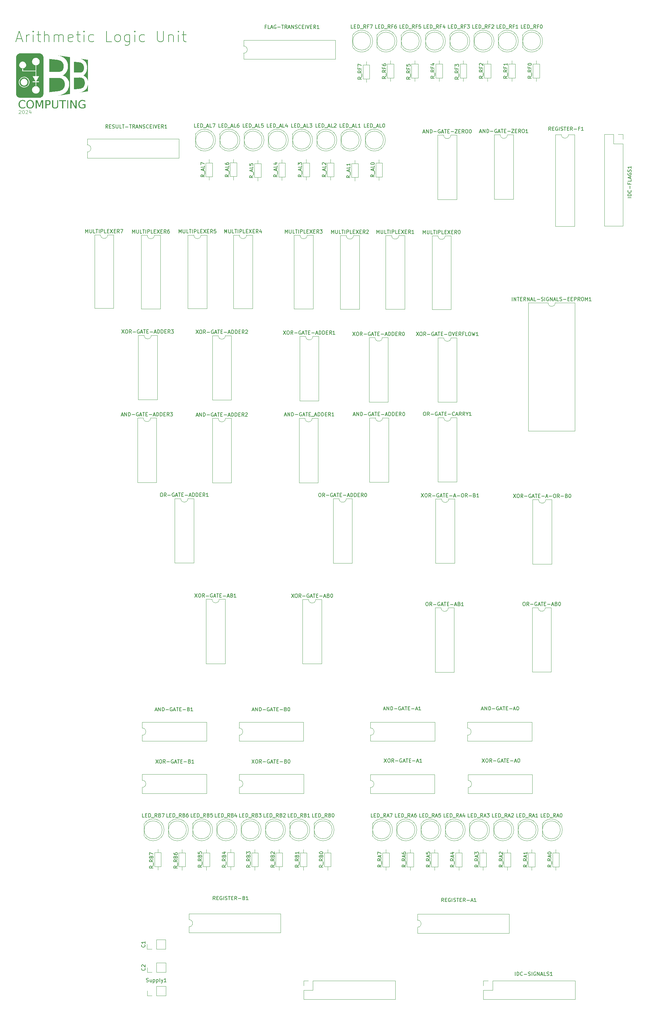
<source format=gbr>
G04 #@! TF.GenerationSoftware,KiCad,Pcbnew,8.0.2*
G04 #@! TF.CreationDate,2024-05-23T11:52:17+02:00*
G04 #@! TF.ProjectId,final-alu,66696e61-6c2d-4616-9c75-2e6b69636164,rev?*
G04 #@! TF.SameCoordinates,Original*
G04 #@! TF.FileFunction,Legend,Top*
G04 #@! TF.FilePolarity,Positive*
%FSLAX46Y46*%
G04 Gerber Fmt 4.6, Leading zero omitted, Abs format (unit mm)*
G04 Created by KiCad (PCBNEW 8.0.2) date 2024-05-23 11:52:17*
%MOMM*%
%LPD*%
G01*
G04 APERTURE LIST*
%ADD10C,0.100000*%
%ADD11C,0.150000*%
%ADD12C,0.120000*%
%ADD13C,0.000000*%
%ADD14R,1.600000X1.600000*%
%ADD15O,1.600000X1.600000*%
%ADD16C,1.400000*%
%ADD17O,1.400000X1.400000*%
%ADD18R,1.800000X1.800000*%
%ADD19C,1.800000*%
%ADD20R,1.700000X1.700000*%
%ADD21O,1.700000X1.700000*%
G04 APERTURE END LIST*
D10*
X64756265Y-90217657D02*
X64803884Y-90170038D01*
X64803884Y-90170038D02*
X64899122Y-90122419D01*
X64899122Y-90122419D02*
X65137217Y-90122419D01*
X65137217Y-90122419D02*
X65232455Y-90170038D01*
X65232455Y-90170038D02*
X65280074Y-90217657D01*
X65280074Y-90217657D02*
X65327693Y-90312895D01*
X65327693Y-90312895D02*
X65327693Y-90408133D01*
X65327693Y-90408133D02*
X65280074Y-90550990D01*
X65280074Y-90550990D02*
X64708646Y-91122419D01*
X64708646Y-91122419D02*
X65327693Y-91122419D01*
X65946741Y-90122419D02*
X66041979Y-90122419D01*
X66041979Y-90122419D02*
X66137217Y-90170038D01*
X66137217Y-90170038D02*
X66184836Y-90217657D01*
X66184836Y-90217657D02*
X66232455Y-90312895D01*
X66232455Y-90312895D02*
X66280074Y-90503371D01*
X66280074Y-90503371D02*
X66280074Y-90741466D01*
X66280074Y-90741466D02*
X66232455Y-90931942D01*
X66232455Y-90931942D02*
X66184836Y-91027180D01*
X66184836Y-91027180D02*
X66137217Y-91074800D01*
X66137217Y-91074800D02*
X66041979Y-91122419D01*
X66041979Y-91122419D02*
X65946741Y-91122419D01*
X65946741Y-91122419D02*
X65851503Y-91074800D01*
X65851503Y-91074800D02*
X65803884Y-91027180D01*
X65803884Y-91027180D02*
X65756265Y-90931942D01*
X65756265Y-90931942D02*
X65708646Y-90741466D01*
X65708646Y-90741466D02*
X65708646Y-90503371D01*
X65708646Y-90503371D02*
X65756265Y-90312895D01*
X65756265Y-90312895D02*
X65803884Y-90217657D01*
X65803884Y-90217657D02*
X65851503Y-90170038D01*
X65851503Y-90170038D02*
X65946741Y-90122419D01*
X66661027Y-90217657D02*
X66708646Y-90170038D01*
X66708646Y-90170038D02*
X66803884Y-90122419D01*
X66803884Y-90122419D02*
X67041979Y-90122419D01*
X67041979Y-90122419D02*
X67137217Y-90170038D01*
X67137217Y-90170038D02*
X67184836Y-90217657D01*
X67184836Y-90217657D02*
X67232455Y-90312895D01*
X67232455Y-90312895D02*
X67232455Y-90408133D01*
X67232455Y-90408133D02*
X67184836Y-90550990D01*
X67184836Y-90550990D02*
X66613408Y-91122419D01*
X66613408Y-91122419D02*
X67232455Y-91122419D01*
X68089598Y-90455752D02*
X68089598Y-91122419D01*
X67851503Y-90074800D02*
X67613408Y-90789085D01*
X67613408Y-90789085D02*
X68232455Y-90789085D01*
D11*
X64170112Y-70267914D02*
X65598684Y-70267914D01*
X63884398Y-71125057D02*
X64884398Y-68125057D01*
X64884398Y-68125057D02*
X65884398Y-71125057D01*
X66884398Y-71125057D02*
X66884398Y-69125057D01*
X66884398Y-69696485D02*
X67027255Y-69410771D01*
X67027255Y-69410771D02*
X67170113Y-69267914D01*
X67170113Y-69267914D02*
X67455827Y-69125057D01*
X67455827Y-69125057D02*
X67741541Y-69125057D01*
X68741541Y-71125057D02*
X68741541Y-69125057D01*
X68741541Y-68125057D02*
X68598684Y-68267914D01*
X68598684Y-68267914D02*
X68741541Y-68410771D01*
X68741541Y-68410771D02*
X68884398Y-68267914D01*
X68884398Y-68267914D02*
X68741541Y-68125057D01*
X68741541Y-68125057D02*
X68741541Y-68410771D01*
X69741541Y-69125057D02*
X70884398Y-69125057D01*
X70170112Y-68125057D02*
X70170112Y-70696485D01*
X70170112Y-70696485D02*
X70312969Y-70982200D01*
X70312969Y-70982200D02*
X70598684Y-71125057D01*
X70598684Y-71125057D02*
X70884398Y-71125057D01*
X71884398Y-71125057D02*
X71884398Y-68125057D01*
X73170113Y-71125057D02*
X73170113Y-69553628D01*
X73170113Y-69553628D02*
X73027255Y-69267914D01*
X73027255Y-69267914D02*
X72741541Y-69125057D01*
X72741541Y-69125057D02*
X72312970Y-69125057D01*
X72312970Y-69125057D02*
X72027255Y-69267914D01*
X72027255Y-69267914D02*
X71884398Y-69410771D01*
X74598684Y-71125057D02*
X74598684Y-69125057D01*
X74598684Y-69410771D02*
X74741541Y-69267914D01*
X74741541Y-69267914D02*
X75027256Y-69125057D01*
X75027256Y-69125057D02*
X75455827Y-69125057D01*
X75455827Y-69125057D02*
X75741541Y-69267914D01*
X75741541Y-69267914D02*
X75884399Y-69553628D01*
X75884399Y-69553628D02*
X75884399Y-71125057D01*
X75884399Y-69553628D02*
X76027256Y-69267914D01*
X76027256Y-69267914D02*
X76312970Y-69125057D01*
X76312970Y-69125057D02*
X76741541Y-69125057D01*
X76741541Y-69125057D02*
X77027256Y-69267914D01*
X77027256Y-69267914D02*
X77170113Y-69553628D01*
X77170113Y-69553628D02*
X77170113Y-71125057D01*
X79741541Y-70982200D02*
X79455827Y-71125057D01*
X79455827Y-71125057D02*
X78884399Y-71125057D01*
X78884399Y-71125057D02*
X78598684Y-70982200D01*
X78598684Y-70982200D02*
X78455827Y-70696485D01*
X78455827Y-70696485D02*
X78455827Y-69553628D01*
X78455827Y-69553628D02*
X78598684Y-69267914D01*
X78598684Y-69267914D02*
X78884399Y-69125057D01*
X78884399Y-69125057D02*
X79455827Y-69125057D01*
X79455827Y-69125057D02*
X79741541Y-69267914D01*
X79741541Y-69267914D02*
X79884399Y-69553628D01*
X79884399Y-69553628D02*
X79884399Y-69839342D01*
X79884399Y-69839342D02*
X78455827Y-70125057D01*
X80741542Y-69125057D02*
X81884399Y-69125057D01*
X81170113Y-68125057D02*
X81170113Y-70696485D01*
X81170113Y-70696485D02*
X81312970Y-70982200D01*
X81312970Y-70982200D02*
X81598685Y-71125057D01*
X81598685Y-71125057D02*
X81884399Y-71125057D01*
X82884399Y-71125057D02*
X82884399Y-69125057D01*
X82884399Y-68125057D02*
X82741542Y-68267914D01*
X82741542Y-68267914D02*
X82884399Y-68410771D01*
X82884399Y-68410771D02*
X83027256Y-68267914D01*
X83027256Y-68267914D02*
X82884399Y-68125057D01*
X82884399Y-68125057D02*
X82884399Y-68410771D01*
X85598685Y-70982200D02*
X85312970Y-71125057D01*
X85312970Y-71125057D02*
X84741542Y-71125057D01*
X84741542Y-71125057D02*
X84455827Y-70982200D01*
X84455827Y-70982200D02*
X84312970Y-70839342D01*
X84312970Y-70839342D02*
X84170113Y-70553628D01*
X84170113Y-70553628D02*
X84170113Y-69696485D01*
X84170113Y-69696485D02*
X84312970Y-69410771D01*
X84312970Y-69410771D02*
X84455827Y-69267914D01*
X84455827Y-69267914D02*
X84741542Y-69125057D01*
X84741542Y-69125057D02*
X85312970Y-69125057D01*
X85312970Y-69125057D02*
X85598685Y-69267914D01*
X90598685Y-71125057D02*
X89170113Y-71125057D01*
X89170113Y-71125057D02*
X89170113Y-68125057D01*
X92027256Y-71125057D02*
X91741541Y-70982200D01*
X91741541Y-70982200D02*
X91598684Y-70839342D01*
X91598684Y-70839342D02*
X91455827Y-70553628D01*
X91455827Y-70553628D02*
X91455827Y-69696485D01*
X91455827Y-69696485D02*
X91598684Y-69410771D01*
X91598684Y-69410771D02*
X91741541Y-69267914D01*
X91741541Y-69267914D02*
X92027256Y-69125057D01*
X92027256Y-69125057D02*
X92455827Y-69125057D01*
X92455827Y-69125057D02*
X92741541Y-69267914D01*
X92741541Y-69267914D02*
X92884399Y-69410771D01*
X92884399Y-69410771D02*
X93027256Y-69696485D01*
X93027256Y-69696485D02*
X93027256Y-70553628D01*
X93027256Y-70553628D02*
X92884399Y-70839342D01*
X92884399Y-70839342D02*
X92741541Y-70982200D01*
X92741541Y-70982200D02*
X92455827Y-71125057D01*
X92455827Y-71125057D02*
X92027256Y-71125057D01*
X95598685Y-69125057D02*
X95598685Y-71553628D01*
X95598685Y-71553628D02*
X95455827Y-71839342D01*
X95455827Y-71839342D02*
X95312970Y-71982200D01*
X95312970Y-71982200D02*
X95027256Y-72125057D01*
X95027256Y-72125057D02*
X94598685Y-72125057D01*
X94598685Y-72125057D02*
X94312970Y-71982200D01*
X95598685Y-70982200D02*
X95312970Y-71125057D01*
X95312970Y-71125057D02*
X94741542Y-71125057D01*
X94741542Y-71125057D02*
X94455827Y-70982200D01*
X94455827Y-70982200D02*
X94312970Y-70839342D01*
X94312970Y-70839342D02*
X94170113Y-70553628D01*
X94170113Y-70553628D02*
X94170113Y-69696485D01*
X94170113Y-69696485D02*
X94312970Y-69410771D01*
X94312970Y-69410771D02*
X94455827Y-69267914D01*
X94455827Y-69267914D02*
X94741542Y-69125057D01*
X94741542Y-69125057D02*
X95312970Y-69125057D01*
X95312970Y-69125057D02*
X95598685Y-69267914D01*
X97027256Y-71125057D02*
X97027256Y-69125057D01*
X97027256Y-68125057D02*
X96884399Y-68267914D01*
X96884399Y-68267914D02*
X97027256Y-68410771D01*
X97027256Y-68410771D02*
X97170113Y-68267914D01*
X97170113Y-68267914D02*
X97027256Y-68125057D01*
X97027256Y-68125057D02*
X97027256Y-68410771D01*
X99741542Y-70982200D02*
X99455827Y-71125057D01*
X99455827Y-71125057D02*
X98884399Y-71125057D01*
X98884399Y-71125057D02*
X98598684Y-70982200D01*
X98598684Y-70982200D02*
X98455827Y-70839342D01*
X98455827Y-70839342D02*
X98312970Y-70553628D01*
X98312970Y-70553628D02*
X98312970Y-69696485D01*
X98312970Y-69696485D02*
X98455827Y-69410771D01*
X98455827Y-69410771D02*
X98598684Y-69267914D01*
X98598684Y-69267914D02*
X98884399Y-69125057D01*
X98884399Y-69125057D02*
X99455827Y-69125057D01*
X99455827Y-69125057D02*
X99741542Y-69267914D01*
X103312970Y-68125057D02*
X103312970Y-70553628D01*
X103312970Y-70553628D02*
X103455827Y-70839342D01*
X103455827Y-70839342D02*
X103598685Y-70982200D01*
X103598685Y-70982200D02*
X103884399Y-71125057D01*
X103884399Y-71125057D02*
X104455827Y-71125057D01*
X104455827Y-71125057D02*
X104741542Y-70982200D01*
X104741542Y-70982200D02*
X104884399Y-70839342D01*
X104884399Y-70839342D02*
X105027256Y-70553628D01*
X105027256Y-70553628D02*
X105027256Y-68125057D01*
X106455827Y-69125057D02*
X106455827Y-71125057D01*
X106455827Y-69410771D02*
X106598684Y-69267914D01*
X106598684Y-69267914D02*
X106884399Y-69125057D01*
X106884399Y-69125057D02*
X107312970Y-69125057D01*
X107312970Y-69125057D02*
X107598684Y-69267914D01*
X107598684Y-69267914D02*
X107741542Y-69553628D01*
X107741542Y-69553628D02*
X107741542Y-71125057D01*
X109170113Y-71125057D02*
X109170113Y-69125057D01*
X109170113Y-68125057D02*
X109027256Y-68267914D01*
X109027256Y-68267914D02*
X109170113Y-68410771D01*
X109170113Y-68410771D02*
X109312970Y-68267914D01*
X109312970Y-68267914D02*
X109170113Y-68125057D01*
X109170113Y-68125057D02*
X109170113Y-68410771D01*
X110170113Y-69125057D02*
X111312970Y-69125057D01*
X110598684Y-68125057D02*
X110598684Y-70696485D01*
X110598684Y-70696485D02*
X110741541Y-70982200D01*
X110741541Y-70982200D02*
X111027256Y-71125057D01*
X111027256Y-71125057D02*
X111312970Y-71125057D01*
X109292143Y-124299819D02*
X109292143Y-123299819D01*
X109292143Y-123299819D02*
X109625476Y-124014104D01*
X109625476Y-124014104D02*
X109958809Y-123299819D01*
X109958809Y-123299819D02*
X109958809Y-124299819D01*
X110435000Y-123299819D02*
X110435000Y-124109342D01*
X110435000Y-124109342D02*
X110482619Y-124204580D01*
X110482619Y-124204580D02*
X110530238Y-124252200D01*
X110530238Y-124252200D02*
X110625476Y-124299819D01*
X110625476Y-124299819D02*
X110815952Y-124299819D01*
X110815952Y-124299819D02*
X110911190Y-124252200D01*
X110911190Y-124252200D02*
X110958809Y-124204580D01*
X110958809Y-124204580D02*
X111006428Y-124109342D01*
X111006428Y-124109342D02*
X111006428Y-123299819D01*
X111958809Y-124299819D02*
X111482619Y-124299819D01*
X111482619Y-124299819D02*
X111482619Y-123299819D01*
X112149286Y-123299819D02*
X112720714Y-123299819D01*
X112435000Y-124299819D02*
X112435000Y-123299819D01*
X113054048Y-124299819D02*
X113054048Y-123299819D01*
X113530238Y-124299819D02*
X113530238Y-123299819D01*
X113530238Y-123299819D02*
X113911190Y-123299819D01*
X113911190Y-123299819D02*
X114006428Y-123347438D01*
X114006428Y-123347438D02*
X114054047Y-123395057D01*
X114054047Y-123395057D02*
X114101666Y-123490295D01*
X114101666Y-123490295D02*
X114101666Y-123633152D01*
X114101666Y-123633152D02*
X114054047Y-123728390D01*
X114054047Y-123728390D02*
X114006428Y-123776009D01*
X114006428Y-123776009D02*
X113911190Y-123823628D01*
X113911190Y-123823628D02*
X113530238Y-123823628D01*
X115006428Y-124299819D02*
X114530238Y-124299819D01*
X114530238Y-124299819D02*
X114530238Y-123299819D01*
X115339762Y-123776009D02*
X115673095Y-123776009D01*
X115815952Y-124299819D02*
X115339762Y-124299819D01*
X115339762Y-124299819D02*
X115339762Y-123299819D01*
X115339762Y-123299819D02*
X115815952Y-123299819D01*
X116149286Y-123299819D02*
X116815952Y-124299819D01*
X116815952Y-123299819D02*
X116149286Y-124299819D01*
X117196905Y-123776009D02*
X117530238Y-123776009D01*
X117673095Y-124299819D02*
X117196905Y-124299819D01*
X117196905Y-124299819D02*
X117196905Y-123299819D01*
X117196905Y-123299819D02*
X117673095Y-123299819D01*
X118673095Y-124299819D02*
X118339762Y-123823628D01*
X118101667Y-124299819D02*
X118101667Y-123299819D01*
X118101667Y-123299819D02*
X118482619Y-123299819D01*
X118482619Y-123299819D02*
X118577857Y-123347438D01*
X118577857Y-123347438D02*
X118625476Y-123395057D01*
X118625476Y-123395057D02*
X118673095Y-123490295D01*
X118673095Y-123490295D02*
X118673095Y-123633152D01*
X118673095Y-123633152D02*
X118625476Y-123728390D01*
X118625476Y-123728390D02*
X118577857Y-123776009D01*
X118577857Y-123776009D02*
X118482619Y-123823628D01*
X118482619Y-123823628D02*
X118101667Y-123823628D01*
X119577857Y-123299819D02*
X119101667Y-123299819D01*
X119101667Y-123299819D02*
X119054048Y-123776009D01*
X119054048Y-123776009D02*
X119101667Y-123728390D01*
X119101667Y-123728390D02*
X119196905Y-123680771D01*
X119196905Y-123680771D02*
X119435000Y-123680771D01*
X119435000Y-123680771D02*
X119530238Y-123728390D01*
X119530238Y-123728390D02*
X119577857Y-123776009D01*
X119577857Y-123776009D02*
X119625476Y-123871247D01*
X119625476Y-123871247D02*
X119625476Y-124109342D01*
X119625476Y-124109342D02*
X119577857Y-124204580D01*
X119577857Y-124204580D02*
X119530238Y-124252200D01*
X119530238Y-124252200D02*
X119435000Y-124299819D01*
X119435000Y-124299819D02*
X119196905Y-124299819D01*
X119196905Y-124299819D02*
X119101667Y-124252200D01*
X119101667Y-124252200D02*
X119054048Y-124204580D01*
X93390714Y-151164819D02*
X94057380Y-152164819D01*
X94057380Y-151164819D02*
X93390714Y-152164819D01*
X94628809Y-151164819D02*
X94819285Y-151164819D01*
X94819285Y-151164819D02*
X94914523Y-151212438D01*
X94914523Y-151212438D02*
X95009761Y-151307676D01*
X95009761Y-151307676D02*
X95057380Y-151498152D01*
X95057380Y-151498152D02*
X95057380Y-151831485D01*
X95057380Y-151831485D02*
X95009761Y-152021961D01*
X95009761Y-152021961D02*
X94914523Y-152117200D01*
X94914523Y-152117200D02*
X94819285Y-152164819D01*
X94819285Y-152164819D02*
X94628809Y-152164819D01*
X94628809Y-152164819D02*
X94533571Y-152117200D01*
X94533571Y-152117200D02*
X94438333Y-152021961D01*
X94438333Y-152021961D02*
X94390714Y-151831485D01*
X94390714Y-151831485D02*
X94390714Y-151498152D01*
X94390714Y-151498152D02*
X94438333Y-151307676D01*
X94438333Y-151307676D02*
X94533571Y-151212438D01*
X94533571Y-151212438D02*
X94628809Y-151164819D01*
X96057380Y-152164819D02*
X95724047Y-151688628D01*
X95485952Y-152164819D02*
X95485952Y-151164819D01*
X95485952Y-151164819D02*
X95866904Y-151164819D01*
X95866904Y-151164819D02*
X95962142Y-151212438D01*
X95962142Y-151212438D02*
X96009761Y-151260057D01*
X96009761Y-151260057D02*
X96057380Y-151355295D01*
X96057380Y-151355295D02*
X96057380Y-151498152D01*
X96057380Y-151498152D02*
X96009761Y-151593390D01*
X96009761Y-151593390D02*
X95962142Y-151641009D01*
X95962142Y-151641009D02*
X95866904Y-151688628D01*
X95866904Y-151688628D02*
X95485952Y-151688628D01*
X96485952Y-151783866D02*
X97247857Y-151783866D01*
X98247856Y-151212438D02*
X98152618Y-151164819D01*
X98152618Y-151164819D02*
X98009761Y-151164819D01*
X98009761Y-151164819D02*
X97866904Y-151212438D01*
X97866904Y-151212438D02*
X97771666Y-151307676D01*
X97771666Y-151307676D02*
X97724047Y-151402914D01*
X97724047Y-151402914D02*
X97676428Y-151593390D01*
X97676428Y-151593390D02*
X97676428Y-151736247D01*
X97676428Y-151736247D02*
X97724047Y-151926723D01*
X97724047Y-151926723D02*
X97771666Y-152021961D01*
X97771666Y-152021961D02*
X97866904Y-152117200D01*
X97866904Y-152117200D02*
X98009761Y-152164819D01*
X98009761Y-152164819D02*
X98104999Y-152164819D01*
X98104999Y-152164819D02*
X98247856Y-152117200D01*
X98247856Y-152117200D02*
X98295475Y-152069580D01*
X98295475Y-152069580D02*
X98295475Y-151736247D01*
X98295475Y-151736247D02*
X98104999Y-151736247D01*
X98676428Y-151879104D02*
X99152618Y-151879104D01*
X98581190Y-152164819D02*
X98914523Y-151164819D01*
X98914523Y-151164819D02*
X99247856Y-152164819D01*
X99438333Y-151164819D02*
X100009761Y-151164819D01*
X99724047Y-152164819D02*
X99724047Y-151164819D01*
X100343095Y-151641009D02*
X100676428Y-151641009D01*
X100819285Y-152164819D02*
X100343095Y-152164819D01*
X100343095Y-152164819D02*
X100343095Y-151164819D01*
X100343095Y-151164819D02*
X100819285Y-151164819D01*
X101247857Y-151783866D02*
X102009762Y-151783866D01*
X102438333Y-151879104D02*
X102914523Y-151879104D01*
X102343095Y-152164819D02*
X102676428Y-151164819D01*
X102676428Y-151164819D02*
X103009761Y-152164819D01*
X103343095Y-152164819D02*
X103343095Y-151164819D01*
X103343095Y-151164819D02*
X103581190Y-151164819D01*
X103581190Y-151164819D02*
X103724047Y-151212438D01*
X103724047Y-151212438D02*
X103819285Y-151307676D01*
X103819285Y-151307676D02*
X103866904Y-151402914D01*
X103866904Y-151402914D02*
X103914523Y-151593390D01*
X103914523Y-151593390D02*
X103914523Y-151736247D01*
X103914523Y-151736247D02*
X103866904Y-151926723D01*
X103866904Y-151926723D02*
X103819285Y-152021961D01*
X103819285Y-152021961D02*
X103724047Y-152117200D01*
X103724047Y-152117200D02*
X103581190Y-152164819D01*
X103581190Y-152164819D02*
X103343095Y-152164819D01*
X104343095Y-152164819D02*
X104343095Y-151164819D01*
X104343095Y-151164819D02*
X104581190Y-151164819D01*
X104581190Y-151164819D02*
X104724047Y-151212438D01*
X104724047Y-151212438D02*
X104819285Y-151307676D01*
X104819285Y-151307676D02*
X104866904Y-151402914D01*
X104866904Y-151402914D02*
X104914523Y-151593390D01*
X104914523Y-151593390D02*
X104914523Y-151736247D01*
X104914523Y-151736247D02*
X104866904Y-151926723D01*
X104866904Y-151926723D02*
X104819285Y-152021961D01*
X104819285Y-152021961D02*
X104724047Y-152117200D01*
X104724047Y-152117200D02*
X104581190Y-152164819D01*
X104581190Y-152164819D02*
X104343095Y-152164819D01*
X105343095Y-151641009D02*
X105676428Y-151641009D01*
X105819285Y-152164819D02*
X105343095Y-152164819D01*
X105343095Y-152164819D02*
X105343095Y-151164819D01*
X105343095Y-151164819D02*
X105819285Y-151164819D01*
X106819285Y-152164819D02*
X106485952Y-151688628D01*
X106247857Y-152164819D02*
X106247857Y-151164819D01*
X106247857Y-151164819D02*
X106628809Y-151164819D01*
X106628809Y-151164819D02*
X106724047Y-151212438D01*
X106724047Y-151212438D02*
X106771666Y-151260057D01*
X106771666Y-151260057D02*
X106819285Y-151355295D01*
X106819285Y-151355295D02*
X106819285Y-151498152D01*
X106819285Y-151498152D02*
X106771666Y-151593390D01*
X106771666Y-151593390D02*
X106724047Y-151641009D01*
X106724047Y-151641009D02*
X106628809Y-151688628D01*
X106628809Y-151688628D02*
X106247857Y-151688628D01*
X107152619Y-151164819D02*
X107771666Y-151164819D01*
X107771666Y-151164819D02*
X107438333Y-151545771D01*
X107438333Y-151545771D02*
X107581190Y-151545771D01*
X107581190Y-151545771D02*
X107676428Y-151593390D01*
X107676428Y-151593390D02*
X107724047Y-151641009D01*
X107724047Y-151641009D02*
X107771666Y-151736247D01*
X107771666Y-151736247D02*
X107771666Y-151974342D01*
X107771666Y-151974342D02*
X107724047Y-152069580D01*
X107724047Y-152069580D02*
X107676428Y-152117200D01*
X107676428Y-152117200D02*
X107581190Y-152164819D01*
X107581190Y-152164819D02*
X107295476Y-152164819D01*
X107295476Y-152164819D02*
X107200238Y-152117200D01*
X107200238Y-152117200D02*
X107152619Y-152069580D01*
X138345714Y-151454819D02*
X139012380Y-152454819D01*
X139012380Y-151454819D02*
X138345714Y-152454819D01*
X139583809Y-151454819D02*
X139774285Y-151454819D01*
X139774285Y-151454819D02*
X139869523Y-151502438D01*
X139869523Y-151502438D02*
X139964761Y-151597676D01*
X139964761Y-151597676D02*
X140012380Y-151788152D01*
X140012380Y-151788152D02*
X140012380Y-152121485D01*
X140012380Y-152121485D02*
X139964761Y-152311961D01*
X139964761Y-152311961D02*
X139869523Y-152407200D01*
X139869523Y-152407200D02*
X139774285Y-152454819D01*
X139774285Y-152454819D02*
X139583809Y-152454819D01*
X139583809Y-152454819D02*
X139488571Y-152407200D01*
X139488571Y-152407200D02*
X139393333Y-152311961D01*
X139393333Y-152311961D02*
X139345714Y-152121485D01*
X139345714Y-152121485D02*
X139345714Y-151788152D01*
X139345714Y-151788152D02*
X139393333Y-151597676D01*
X139393333Y-151597676D02*
X139488571Y-151502438D01*
X139488571Y-151502438D02*
X139583809Y-151454819D01*
X141012380Y-152454819D02*
X140679047Y-151978628D01*
X140440952Y-152454819D02*
X140440952Y-151454819D01*
X140440952Y-151454819D02*
X140821904Y-151454819D01*
X140821904Y-151454819D02*
X140917142Y-151502438D01*
X140917142Y-151502438D02*
X140964761Y-151550057D01*
X140964761Y-151550057D02*
X141012380Y-151645295D01*
X141012380Y-151645295D02*
X141012380Y-151788152D01*
X141012380Y-151788152D02*
X140964761Y-151883390D01*
X140964761Y-151883390D02*
X140917142Y-151931009D01*
X140917142Y-151931009D02*
X140821904Y-151978628D01*
X140821904Y-151978628D02*
X140440952Y-151978628D01*
X141440952Y-152073866D02*
X142202857Y-152073866D01*
X143202856Y-151502438D02*
X143107618Y-151454819D01*
X143107618Y-151454819D02*
X142964761Y-151454819D01*
X142964761Y-151454819D02*
X142821904Y-151502438D01*
X142821904Y-151502438D02*
X142726666Y-151597676D01*
X142726666Y-151597676D02*
X142679047Y-151692914D01*
X142679047Y-151692914D02*
X142631428Y-151883390D01*
X142631428Y-151883390D02*
X142631428Y-152026247D01*
X142631428Y-152026247D02*
X142679047Y-152216723D01*
X142679047Y-152216723D02*
X142726666Y-152311961D01*
X142726666Y-152311961D02*
X142821904Y-152407200D01*
X142821904Y-152407200D02*
X142964761Y-152454819D01*
X142964761Y-152454819D02*
X143059999Y-152454819D01*
X143059999Y-152454819D02*
X143202856Y-152407200D01*
X143202856Y-152407200D02*
X143250475Y-152359580D01*
X143250475Y-152359580D02*
X143250475Y-152026247D01*
X143250475Y-152026247D02*
X143059999Y-152026247D01*
X143631428Y-152169104D02*
X144107618Y-152169104D01*
X143536190Y-152454819D02*
X143869523Y-151454819D01*
X143869523Y-151454819D02*
X144202856Y-152454819D01*
X144393333Y-151454819D02*
X144964761Y-151454819D01*
X144679047Y-152454819D02*
X144679047Y-151454819D01*
X145298095Y-151931009D02*
X145631428Y-151931009D01*
X145774285Y-152454819D02*
X145298095Y-152454819D01*
X145298095Y-152454819D02*
X145298095Y-151454819D01*
X145298095Y-151454819D02*
X145774285Y-151454819D01*
X146202857Y-152073866D02*
X146964762Y-152073866D01*
X147393333Y-152169104D02*
X147869523Y-152169104D01*
X147298095Y-152454819D02*
X147631428Y-151454819D01*
X147631428Y-151454819D02*
X147964761Y-152454819D01*
X148298095Y-152454819D02*
X148298095Y-151454819D01*
X148298095Y-151454819D02*
X148536190Y-151454819D01*
X148536190Y-151454819D02*
X148679047Y-151502438D01*
X148679047Y-151502438D02*
X148774285Y-151597676D01*
X148774285Y-151597676D02*
X148821904Y-151692914D01*
X148821904Y-151692914D02*
X148869523Y-151883390D01*
X148869523Y-151883390D02*
X148869523Y-152026247D01*
X148869523Y-152026247D02*
X148821904Y-152216723D01*
X148821904Y-152216723D02*
X148774285Y-152311961D01*
X148774285Y-152311961D02*
X148679047Y-152407200D01*
X148679047Y-152407200D02*
X148536190Y-152454819D01*
X148536190Y-152454819D02*
X148298095Y-152454819D01*
X149298095Y-152454819D02*
X149298095Y-151454819D01*
X149298095Y-151454819D02*
X149536190Y-151454819D01*
X149536190Y-151454819D02*
X149679047Y-151502438D01*
X149679047Y-151502438D02*
X149774285Y-151597676D01*
X149774285Y-151597676D02*
X149821904Y-151692914D01*
X149821904Y-151692914D02*
X149869523Y-151883390D01*
X149869523Y-151883390D02*
X149869523Y-152026247D01*
X149869523Y-152026247D02*
X149821904Y-152216723D01*
X149821904Y-152216723D02*
X149774285Y-152311961D01*
X149774285Y-152311961D02*
X149679047Y-152407200D01*
X149679047Y-152407200D02*
X149536190Y-152454819D01*
X149536190Y-152454819D02*
X149298095Y-152454819D01*
X150298095Y-151931009D02*
X150631428Y-151931009D01*
X150774285Y-152454819D02*
X150298095Y-152454819D01*
X150298095Y-152454819D02*
X150298095Y-151454819D01*
X150298095Y-151454819D02*
X150774285Y-151454819D01*
X151774285Y-152454819D02*
X151440952Y-151978628D01*
X151202857Y-152454819D02*
X151202857Y-151454819D01*
X151202857Y-151454819D02*
X151583809Y-151454819D01*
X151583809Y-151454819D02*
X151679047Y-151502438D01*
X151679047Y-151502438D02*
X151726666Y-151550057D01*
X151726666Y-151550057D02*
X151774285Y-151645295D01*
X151774285Y-151645295D02*
X151774285Y-151788152D01*
X151774285Y-151788152D02*
X151726666Y-151883390D01*
X151726666Y-151883390D02*
X151679047Y-151931009D01*
X151679047Y-151931009D02*
X151583809Y-151978628D01*
X151583809Y-151978628D02*
X151202857Y-151978628D01*
X152726666Y-152454819D02*
X152155238Y-152454819D01*
X152440952Y-152454819D02*
X152440952Y-151454819D01*
X152440952Y-151454819D02*
X152345714Y-151597676D01*
X152345714Y-151597676D02*
X152250476Y-151692914D01*
X152250476Y-151692914D02*
X152155238Y-151740533D01*
X142629819Y-299990119D02*
X142153628Y-300323452D01*
X142629819Y-300561547D02*
X141629819Y-300561547D01*
X141629819Y-300561547D02*
X141629819Y-300180595D01*
X141629819Y-300180595D02*
X141677438Y-300085357D01*
X141677438Y-300085357D02*
X141725057Y-300037738D01*
X141725057Y-300037738D02*
X141820295Y-299990119D01*
X141820295Y-299990119D02*
X141963152Y-299990119D01*
X141963152Y-299990119D02*
X142058390Y-300037738D01*
X142058390Y-300037738D02*
X142106009Y-300085357D01*
X142106009Y-300085357D02*
X142153628Y-300180595D01*
X142153628Y-300180595D02*
X142153628Y-300561547D01*
X142725057Y-299799643D02*
X142725057Y-299037738D01*
X142629819Y-298228214D02*
X142153628Y-298561547D01*
X142629819Y-298799642D02*
X141629819Y-298799642D01*
X141629819Y-298799642D02*
X141629819Y-298418690D01*
X141629819Y-298418690D02*
X141677438Y-298323452D01*
X141677438Y-298323452D02*
X141725057Y-298275833D01*
X141725057Y-298275833D02*
X141820295Y-298228214D01*
X141820295Y-298228214D02*
X141963152Y-298228214D01*
X141963152Y-298228214D02*
X142058390Y-298275833D01*
X142058390Y-298275833D02*
X142106009Y-298323452D01*
X142106009Y-298323452D02*
X142153628Y-298418690D01*
X142153628Y-298418690D02*
X142153628Y-298799642D01*
X142106009Y-297466309D02*
X142153628Y-297323452D01*
X142153628Y-297323452D02*
X142201247Y-297275833D01*
X142201247Y-297275833D02*
X142296485Y-297228214D01*
X142296485Y-297228214D02*
X142439342Y-297228214D01*
X142439342Y-297228214D02*
X142534580Y-297275833D01*
X142534580Y-297275833D02*
X142582200Y-297323452D01*
X142582200Y-297323452D02*
X142629819Y-297418690D01*
X142629819Y-297418690D02*
X142629819Y-297799642D01*
X142629819Y-297799642D02*
X141629819Y-297799642D01*
X141629819Y-297799642D02*
X141629819Y-297466309D01*
X141629819Y-297466309D02*
X141677438Y-297371071D01*
X141677438Y-297371071D02*
X141725057Y-297323452D01*
X141725057Y-297323452D02*
X141820295Y-297275833D01*
X141820295Y-297275833D02*
X141915533Y-297275833D01*
X141915533Y-297275833D02*
X142010771Y-297323452D01*
X142010771Y-297323452D02*
X142058390Y-297371071D01*
X142058390Y-297371071D02*
X142106009Y-297466309D01*
X142106009Y-297466309D02*
X142106009Y-297799642D01*
X142629819Y-296275833D02*
X142629819Y-296847261D01*
X142629819Y-296561547D02*
X141629819Y-296561547D01*
X141629819Y-296561547D02*
X141772676Y-296656785D01*
X141772676Y-296656785D02*
X141867914Y-296752023D01*
X141867914Y-296752023D02*
X141915533Y-296847261D01*
X114111666Y-94899819D02*
X113635476Y-94899819D01*
X113635476Y-94899819D02*
X113635476Y-93899819D01*
X114445000Y-94376009D02*
X114778333Y-94376009D01*
X114921190Y-94899819D02*
X114445000Y-94899819D01*
X114445000Y-94899819D02*
X114445000Y-93899819D01*
X114445000Y-93899819D02*
X114921190Y-93899819D01*
X115349762Y-94899819D02*
X115349762Y-93899819D01*
X115349762Y-93899819D02*
X115587857Y-93899819D01*
X115587857Y-93899819D02*
X115730714Y-93947438D01*
X115730714Y-93947438D02*
X115825952Y-94042676D01*
X115825952Y-94042676D02*
X115873571Y-94137914D01*
X115873571Y-94137914D02*
X115921190Y-94328390D01*
X115921190Y-94328390D02*
X115921190Y-94471247D01*
X115921190Y-94471247D02*
X115873571Y-94661723D01*
X115873571Y-94661723D02*
X115825952Y-94756961D01*
X115825952Y-94756961D02*
X115730714Y-94852200D01*
X115730714Y-94852200D02*
X115587857Y-94899819D01*
X115587857Y-94899819D02*
X115349762Y-94899819D01*
X116111667Y-94995057D02*
X116873571Y-94995057D01*
X117064048Y-94614104D02*
X117540238Y-94614104D01*
X116968810Y-94899819D02*
X117302143Y-93899819D01*
X117302143Y-93899819D02*
X117635476Y-94899819D01*
X118445000Y-94899819D02*
X117968810Y-94899819D01*
X117968810Y-94899819D02*
X117968810Y-93899819D01*
X118683096Y-93899819D02*
X119349762Y-93899819D01*
X119349762Y-93899819D02*
X118921191Y-94899819D01*
X193879819Y-80668690D02*
X193403628Y-81002023D01*
X193879819Y-81240118D02*
X192879819Y-81240118D01*
X192879819Y-81240118D02*
X192879819Y-80859166D01*
X192879819Y-80859166D02*
X192927438Y-80763928D01*
X192927438Y-80763928D02*
X192975057Y-80716309D01*
X192975057Y-80716309D02*
X193070295Y-80668690D01*
X193070295Y-80668690D02*
X193213152Y-80668690D01*
X193213152Y-80668690D02*
X193308390Y-80716309D01*
X193308390Y-80716309D02*
X193356009Y-80763928D01*
X193356009Y-80763928D02*
X193403628Y-80859166D01*
X193403628Y-80859166D02*
X193403628Y-81240118D01*
X193975057Y-80478214D02*
X193975057Y-79716309D01*
X193879819Y-78906785D02*
X193403628Y-79240118D01*
X193879819Y-79478213D02*
X192879819Y-79478213D01*
X192879819Y-79478213D02*
X192879819Y-79097261D01*
X192879819Y-79097261D02*
X192927438Y-79002023D01*
X192927438Y-79002023D02*
X192975057Y-78954404D01*
X192975057Y-78954404D02*
X193070295Y-78906785D01*
X193070295Y-78906785D02*
X193213152Y-78906785D01*
X193213152Y-78906785D02*
X193308390Y-78954404D01*
X193308390Y-78954404D02*
X193356009Y-79002023D01*
X193356009Y-79002023D02*
X193403628Y-79097261D01*
X193403628Y-79097261D02*
X193403628Y-79478213D01*
X193356009Y-78144880D02*
X193356009Y-78478213D01*
X193879819Y-78478213D02*
X192879819Y-78478213D01*
X192879819Y-78478213D02*
X192879819Y-78002023D01*
X192975057Y-77668689D02*
X192927438Y-77621070D01*
X192927438Y-77621070D02*
X192879819Y-77525832D01*
X192879819Y-77525832D02*
X192879819Y-77287737D01*
X192879819Y-77287737D02*
X192927438Y-77192499D01*
X192927438Y-77192499D02*
X192975057Y-77144880D01*
X192975057Y-77144880D02*
X193070295Y-77097261D01*
X193070295Y-77097261D02*
X193165533Y-77097261D01*
X193165533Y-77097261D02*
X193308390Y-77144880D01*
X193308390Y-77144880D02*
X193879819Y-77716308D01*
X193879819Y-77716308D02*
X193879819Y-77097261D01*
X206139819Y-299931190D02*
X205663628Y-300264523D01*
X206139819Y-300502618D02*
X205139819Y-300502618D01*
X205139819Y-300502618D02*
X205139819Y-300121666D01*
X205139819Y-300121666D02*
X205187438Y-300026428D01*
X205187438Y-300026428D02*
X205235057Y-299978809D01*
X205235057Y-299978809D02*
X205330295Y-299931190D01*
X205330295Y-299931190D02*
X205473152Y-299931190D01*
X205473152Y-299931190D02*
X205568390Y-299978809D01*
X205568390Y-299978809D02*
X205616009Y-300026428D01*
X205616009Y-300026428D02*
X205663628Y-300121666D01*
X205663628Y-300121666D02*
X205663628Y-300502618D01*
X206235057Y-299740714D02*
X206235057Y-298978809D01*
X206139819Y-298169285D02*
X205663628Y-298502618D01*
X206139819Y-298740713D02*
X205139819Y-298740713D01*
X205139819Y-298740713D02*
X205139819Y-298359761D01*
X205139819Y-298359761D02*
X205187438Y-298264523D01*
X205187438Y-298264523D02*
X205235057Y-298216904D01*
X205235057Y-298216904D02*
X205330295Y-298169285D01*
X205330295Y-298169285D02*
X205473152Y-298169285D01*
X205473152Y-298169285D02*
X205568390Y-298216904D01*
X205568390Y-298216904D02*
X205616009Y-298264523D01*
X205616009Y-298264523D02*
X205663628Y-298359761D01*
X205663628Y-298359761D02*
X205663628Y-298740713D01*
X205854104Y-297788332D02*
X205854104Y-297312142D01*
X206139819Y-297883570D02*
X205139819Y-297550237D01*
X205139819Y-297550237D02*
X206139819Y-297216904D01*
X206139819Y-296359761D02*
X206139819Y-296931189D01*
X206139819Y-296645475D02*
X205139819Y-296645475D01*
X205139819Y-296645475D02*
X205282676Y-296740713D01*
X205282676Y-296740713D02*
X205377914Y-296835951D01*
X205377914Y-296835951D02*
X205425533Y-296931189D01*
X136669819Y-108085952D02*
X136193628Y-108419285D01*
X136669819Y-108657380D02*
X135669819Y-108657380D01*
X135669819Y-108657380D02*
X135669819Y-108276428D01*
X135669819Y-108276428D02*
X135717438Y-108181190D01*
X135717438Y-108181190D02*
X135765057Y-108133571D01*
X135765057Y-108133571D02*
X135860295Y-108085952D01*
X135860295Y-108085952D02*
X136003152Y-108085952D01*
X136003152Y-108085952D02*
X136098390Y-108133571D01*
X136098390Y-108133571D02*
X136146009Y-108181190D01*
X136146009Y-108181190D02*
X136193628Y-108276428D01*
X136193628Y-108276428D02*
X136193628Y-108657380D01*
X136765057Y-107895476D02*
X136765057Y-107133571D01*
X136384104Y-106943094D02*
X136384104Y-106466904D01*
X136669819Y-107038332D02*
X135669819Y-106704999D01*
X135669819Y-106704999D02*
X136669819Y-106371666D01*
X136669819Y-105562142D02*
X136669819Y-106038332D01*
X136669819Y-106038332D02*
X135669819Y-106038332D01*
X136003152Y-104800237D02*
X136669819Y-104800237D01*
X135622200Y-105038332D02*
X136336485Y-105276427D01*
X136336485Y-105276427D02*
X136336485Y-104657380D01*
X151722143Y-124429819D02*
X151722143Y-123429819D01*
X151722143Y-123429819D02*
X152055476Y-124144104D01*
X152055476Y-124144104D02*
X152388809Y-123429819D01*
X152388809Y-123429819D02*
X152388809Y-124429819D01*
X152865000Y-123429819D02*
X152865000Y-124239342D01*
X152865000Y-124239342D02*
X152912619Y-124334580D01*
X152912619Y-124334580D02*
X152960238Y-124382200D01*
X152960238Y-124382200D02*
X153055476Y-124429819D01*
X153055476Y-124429819D02*
X153245952Y-124429819D01*
X153245952Y-124429819D02*
X153341190Y-124382200D01*
X153341190Y-124382200D02*
X153388809Y-124334580D01*
X153388809Y-124334580D02*
X153436428Y-124239342D01*
X153436428Y-124239342D02*
X153436428Y-123429819D01*
X154388809Y-124429819D02*
X153912619Y-124429819D01*
X153912619Y-124429819D02*
X153912619Y-123429819D01*
X154579286Y-123429819D02*
X155150714Y-123429819D01*
X154865000Y-124429819D02*
X154865000Y-123429819D01*
X155484048Y-124429819D02*
X155484048Y-123429819D01*
X155960238Y-124429819D02*
X155960238Y-123429819D01*
X155960238Y-123429819D02*
X156341190Y-123429819D01*
X156341190Y-123429819D02*
X156436428Y-123477438D01*
X156436428Y-123477438D02*
X156484047Y-123525057D01*
X156484047Y-123525057D02*
X156531666Y-123620295D01*
X156531666Y-123620295D02*
X156531666Y-123763152D01*
X156531666Y-123763152D02*
X156484047Y-123858390D01*
X156484047Y-123858390D02*
X156436428Y-123906009D01*
X156436428Y-123906009D02*
X156341190Y-123953628D01*
X156341190Y-123953628D02*
X155960238Y-123953628D01*
X157436428Y-124429819D02*
X156960238Y-124429819D01*
X156960238Y-124429819D02*
X156960238Y-123429819D01*
X157769762Y-123906009D02*
X158103095Y-123906009D01*
X158245952Y-124429819D02*
X157769762Y-124429819D01*
X157769762Y-124429819D02*
X157769762Y-123429819D01*
X157769762Y-123429819D02*
X158245952Y-123429819D01*
X158579286Y-123429819D02*
X159245952Y-124429819D01*
X159245952Y-123429819D02*
X158579286Y-124429819D01*
X159626905Y-123906009D02*
X159960238Y-123906009D01*
X160103095Y-124429819D02*
X159626905Y-124429819D01*
X159626905Y-124429819D02*
X159626905Y-123429819D01*
X159626905Y-123429819D02*
X160103095Y-123429819D01*
X161103095Y-124429819D02*
X160769762Y-123953628D01*
X160531667Y-124429819D02*
X160531667Y-123429819D01*
X160531667Y-123429819D02*
X160912619Y-123429819D01*
X160912619Y-123429819D02*
X161007857Y-123477438D01*
X161007857Y-123477438D02*
X161055476Y-123525057D01*
X161055476Y-123525057D02*
X161103095Y-123620295D01*
X161103095Y-123620295D02*
X161103095Y-123763152D01*
X161103095Y-123763152D02*
X161055476Y-123858390D01*
X161055476Y-123858390D02*
X161007857Y-123906009D01*
X161007857Y-123906009D02*
X160912619Y-123953628D01*
X160912619Y-123953628D02*
X160531667Y-123953628D01*
X161484048Y-123525057D02*
X161531667Y-123477438D01*
X161531667Y-123477438D02*
X161626905Y-123429819D01*
X161626905Y-123429819D02*
X161865000Y-123429819D01*
X161865000Y-123429819D02*
X161960238Y-123477438D01*
X161960238Y-123477438D02*
X162007857Y-123525057D01*
X162007857Y-123525057D02*
X162055476Y-123620295D01*
X162055476Y-123620295D02*
X162055476Y-123715533D01*
X162055476Y-123715533D02*
X162007857Y-123858390D01*
X162007857Y-123858390D02*
X161436429Y-124429819D01*
X161436429Y-124429819D02*
X162055476Y-124429819D01*
X129129819Y-299990119D02*
X128653628Y-300323452D01*
X129129819Y-300561547D02*
X128129819Y-300561547D01*
X128129819Y-300561547D02*
X128129819Y-300180595D01*
X128129819Y-300180595D02*
X128177438Y-300085357D01*
X128177438Y-300085357D02*
X128225057Y-300037738D01*
X128225057Y-300037738D02*
X128320295Y-299990119D01*
X128320295Y-299990119D02*
X128463152Y-299990119D01*
X128463152Y-299990119D02*
X128558390Y-300037738D01*
X128558390Y-300037738D02*
X128606009Y-300085357D01*
X128606009Y-300085357D02*
X128653628Y-300180595D01*
X128653628Y-300180595D02*
X128653628Y-300561547D01*
X129225057Y-299799643D02*
X129225057Y-299037738D01*
X129129819Y-298228214D02*
X128653628Y-298561547D01*
X129129819Y-298799642D02*
X128129819Y-298799642D01*
X128129819Y-298799642D02*
X128129819Y-298418690D01*
X128129819Y-298418690D02*
X128177438Y-298323452D01*
X128177438Y-298323452D02*
X128225057Y-298275833D01*
X128225057Y-298275833D02*
X128320295Y-298228214D01*
X128320295Y-298228214D02*
X128463152Y-298228214D01*
X128463152Y-298228214D02*
X128558390Y-298275833D01*
X128558390Y-298275833D02*
X128606009Y-298323452D01*
X128606009Y-298323452D02*
X128653628Y-298418690D01*
X128653628Y-298418690D02*
X128653628Y-298799642D01*
X128606009Y-297466309D02*
X128653628Y-297323452D01*
X128653628Y-297323452D02*
X128701247Y-297275833D01*
X128701247Y-297275833D02*
X128796485Y-297228214D01*
X128796485Y-297228214D02*
X128939342Y-297228214D01*
X128939342Y-297228214D02*
X129034580Y-297275833D01*
X129034580Y-297275833D02*
X129082200Y-297323452D01*
X129082200Y-297323452D02*
X129129819Y-297418690D01*
X129129819Y-297418690D02*
X129129819Y-297799642D01*
X129129819Y-297799642D02*
X128129819Y-297799642D01*
X128129819Y-297799642D02*
X128129819Y-297466309D01*
X128129819Y-297466309D02*
X128177438Y-297371071D01*
X128177438Y-297371071D02*
X128225057Y-297323452D01*
X128225057Y-297323452D02*
X128320295Y-297275833D01*
X128320295Y-297275833D02*
X128415533Y-297275833D01*
X128415533Y-297275833D02*
X128510771Y-297323452D01*
X128510771Y-297323452D02*
X128558390Y-297371071D01*
X128558390Y-297371071D02*
X128606009Y-297466309D01*
X128606009Y-297466309D02*
X128606009Y-297799642D01*
X128129819Y-296894880D02*
X128129819Y-296275833D01*
X128129819Y-296275833D02*
X128510771Y-296609166D01*
X128510771Y-296609166D02*
X128510771Y-296466309D01*
X128510771Y-296466309D02*
X128558390Y-296371071D01*
X128558390Y-296371071D02*
X128606009Y-296323452D01*
X128606009Y-296323452D02*
X128701247Y-296275833D01*
X128701247Y-296275833D02*
X128939342Y-296275833D01*
X128939342Y-296275833D02*
X129034580Y-296323452D01*
X129034580Y-296323452D02*
X129082200Y-296371071D01*
X129082200Y-296371071D02*
X129129819Y-296466309D01*
X129129819Y-296466309D02*
X129129819Y-296752023D01*
X129129819Y-296752023D02*
X129082200Y-296847261D01*
X129082200Y-296847261D02*
X129034580Y-296894880D01*
X187129819Y-80918690D02*
X186653628Y-81252023D01*
X187129819Y-81490118D02*
X186129819Y-81490118D01*
X186129819Y-81490118D02*
X186129819Y-81109166D01*
X186129819Y-81109166D02*
X186177438Y-81013928D01*
X186177438Y-81013928D02*
X186225057Y-80966309D01*
X186225057Y-80966309D02*
X186320295Y-80918690D01*
X186320295Y-80918690D02*
X186463152Y-80918690D01*
X186463152Y-80918690D02*
X186558390Y-80966309D01*
X186558390Y-80966309D02*
X186606009Y-81013928D01*
X186606009Y-81013928D02*
X186653628Y-81109166D01*
X186653628Y-81109166D02*
X186653628Y-81490118D01*
X187225057Y-80728214D02*
X187225057Y-79966309D01*
X187129819Y-79156785D02*
X186653628Y-79490118D01*
X187129819Y-79728213D02*
X186129819Y-79728213D01*
X186129819Y-79728213D02*
X186129819Y-79347261D01*
X186129819Y-79347261D02*
X186177438Y-79252023D01*
X186177438Y-79252023D02*
X186225057Y-79204404D01*
X186225057Y-79204404D02*
X186320295Y-79156785D01*
X186320295Y-79156785D02*
X186463152Y-79156785D01*
X186463152Y-79156785D02*
X186558390Y-79204404D01*
X186558390Y-79204404D02*
X186606009Y-79252023D01*
X186606009Y-79252023D02*
X186653628Y-79347261D01*
X186653628Y-79347261D02*
X186653628Y-79728213D01*
X186606009Y-78394880D02*
X186606009Y-78728213D01*
X187129819Y-78728213D02*
X186129819Y-78728213D01*
X186129819Y-78728213D02*
X186129819Y-78252023D01*
X186129819Y-77966308D02*
X186129819Y-77347261D01*
X186129819Y-77347261D02*
X186510771Y-77680594D01*
X186510771Y-77680594D02*
X186510771Y-77537737D01*
X186510771Y-77537737D02*
X186558390Y-77442499D01*
X186558390Y-77442499D02*
X186606009Y-77394880D01*
X186606009Y-77394880D02*
X186701247Y-77347261D01*
X186701247Y-77347261D02*
X186939342Y-77347261D01*
X186939342Y-77347261D02*
X187034580Y-77394880D01*
X187034580Y-77394880D02*
X187082200Y-77442499D01*
X187082200Y-77442499D02*
X187129819Y-77537737D01*
X187129819Y-77537737D02*
X187129819Y-77823451D01*
X187129819Y-77823451D02*
X187082200Y-77918689D01*
X187082200Y-77918689D02*
X187034580Y-77966308D01*
X212889819Y-299931190D02*
X212413628Y-300264523D01*
X212889819Y-300502618D02*
X211889819Y-300502618D01*
X211889819Y-300502618D02*
X211889819Y-300121666D01*
X211889819Y-300121666D02*
X211937438Y-300026428D01*
X211937438Y-300026428D02*
X211985057Y-299978809D01*
X211985057Y-299978809D02*
X212080295Y-299931190D01*
X212080295Y-299931190D02*
X212223152Y-299931190D01*
X212223152Y-299931190D02*
X212318390Y-299978809D01*
X212318390Y-299978809D02*
X212366009Y-300026428D01*
X212366009Y-300026428D02*
X212413628Y-300121666D01*
X212413628Y-300121666D02*
X212413628Y-300502618D01*
X212985057Y-299740714D02*
X212985057Y-298978809D01*
X212889819Y-298169285D02*
X212413628Y-298502618D01*
X212889819Y-298740713D02*
X211889819Y-298740713D01*
X211889819Y-298740713D02*
X211889819Y-298359761D01*
X211889819Y-298359761D02*
X211937438Y-298264523D01*
X211937438Y-298264523D02*
X211985057Y-298216904D01*
X211985057Y-298216904D02*
X212080295Y-298169285D01*
X212080295Y-298169285D02*
X212223152Y-298169285D01*
X212223152Y-298169285D02*
X212318390Y-298216904D01*
X212318390Y-298216904D02*
X212366009Y-298264523D01*
X212366009Y-298264523D02*
X212413628Y-298359761D01*
X212413628Y-298359761D02*
X212413628Y-298740713D01*
X212604104Y-297788332D02*
X212604104Y-297312142D01*
X212889819Y-297883570D02*
X211889819Y-297550237D01*
X211889819Y-297550237D02*
X212889819Y-297216904D01*
X211889819Y-296693094D02*
X211889819Y-296597856D01*
X211889819Y-296597856D02*
X211937438Y-296502618D01*
X211937438Y-296502618D02*
X211985057Y-296454999D01*
X211985057Y-296454999D02*
X212080295Y-296407380D01*
X212080295Y-296407380D02*
X212270771Y-296359761D01*
X212270771Y-296359761D02*
X212508866Y-296359761D01*
X212508866Y-296359761D02*
X212699342Y-296407380D01*
X212699342Y-296407380D02*
X212794580Y-296454999D01*
X212794580Y-296454999D02*
X212842200Y-296502618D01*
X212842200Y-296502618D02*
X212889819Y-296597856D01*
X212889819Y-296597856D02*
X212889819Y-296693094D01*
X212889819Y-296693094D02*
X212842200Y-296788332D01*
X212842200Y-296788332D02*
X212794580Y-296835951D01*
X212794580Y-296835951D02*
X212699342Y-296883570D01*
X212699342Y-296883570D02*
X212508866Y-296931189D01*
X212508866Y-296931189D02*
X212270771Y-296931189D01*
X212270771Y-296931189D02*
X212080295Y-296883570D01*
X212080295Y-296883570D02*
X211985057Y-296835951D01*
X211985057Y-296835951D02*
X211937438Y-296788332D01*
X211937438Y-296788332D02*
X211889819Y-296693094D01*
X179114819Y-299931190D02*
X178638628Y-300264523D01*
X179114819Y-300502618D02*
X178114819Y-300502618D01*
X178114819Y-300502618D02*
X178114819Y-300121666D01*
X178114819Y-300121666D02*
X178162438Y-300026428D01*
X178162438Y-300026428D02*
X178210057Y-299978809D01*
X178210057Y-299978809D02*
X178305295Y-299931190D01*
X178305295Y-299931190D02*
X178448152Y-299931190D01*
X178448152Y-299931190D02*
X178543390Y-299978809D01*
X178543390Y-299978809D02*
X178591009Y-300026428D01*
X178591009Y-300026428D02*
X178638628Y-300121666D01*
X178638628Y-300121666D02*
X178638628Y-300502618D01*
X179210057Y-299740714D02*
X179210057Y-298978809D01*
X179114819Y-298169285D02*
X178638628Y-298502618D01*
X179114819Y-298740713D02*
X178114819Y-298740713D01*
X178114819Y-298740713D02*
X178114819Y-298359761D01*
X178114819Y-298359761D02*
X178162438Y-298264523D01*
X178162438Y-298264523D02*
X178210057Y-298216904D01*
X178210057Y-298216904D02*
X178305295Y-298169285D01*
X178305295Y-298169285D02*
X178448152Y-298169285D01*
X178448152Y-298169285D02*
X178543390Y-298216904D01*
X178543390Y-298216904D02*
X178591009Y-298264523D01*
X178591009Y-298264523D02*
X178638628Y-298359761D01*
X178638628Y-298359761D02*
X178638628Y-298740713D01*
X178829104Y-297788332D02*
X178829104Y-297312142D01*
X179114819Y-297883570D02*
X178114819Y-297550237D01*
X178114819Y-297550237D02*
X179114819Y-297216904D01*
X178114819Y-296407380D02*
X178114819Y-296883570D01*
X178114819Y-296883570D02*
X178591009Y-296931189D01*
X178591009Y-296931189D02*
X178543390Y-296883570D01*
X178543390Y-296883570D02*
X178495771Y-296788332D01*
X178495771Y-296788332D02*
X178495771Y-296550237D01*
X178495771Y-296550237D02*
X178543390Y-296454999D01*
X178543390Y-296454999D02*
X178591009Y-296407380D01*
X178591009Y-296407380D02*
X178686247Y-296359761D01*
X178686247Y-296359761D02*
X178924342Y-296359761D01*
X178924342Y-296359761D02*
X179019580Y-296407380D01*
X179019580Y-296407380D02*
X179067200Y-296454999D01*
X179067200Y-296454999D02*
X179114819Y-296550237D01*
X179114819Y-296550237D02*
X179114819Y-296788332D01*
X179114819Y-296788332D02*
X179067200Y-296883570D01*
X179067200Y-296883570D02*
X179019580Y-296931189D01*
X108864819Y-300240119D02*
X108388628Y-300573452D01*
X108864819Y-300811547D02*
X107864819Y-300811547D01*
X107864819Y-300811547D02*
X107864819Y-300430595D01*
X107864819Y-300430595D02*
X107912438Y-300335357D01*
X107912438Y-300335357D02*
X107960057Y-300287738D01*
X107960057Y-300287738D02*
X108055295Y-300240119D01*
X108055295Y-300240119D02*
X108198152Y-300240119D01*
X108198152Y-300240119D02*
X108293390Y-300287738D01*
X108293390Y-300287738D02*
X108341009Y-300335357D01*
X108341009Y-300335357D02*
X108388628Y-300430595D01*
X108388628Y-300430595D02*
X108388628Y-300811547D01*
X108960057Y-300049643D02*
X108960057Y-299287738D01*
X108864819Y-298478214D02*
X108388628Y-298811547D01*
X108864819Y-299049642D02*
X107864819Y-299049642D01*
X107864819Y-299049642D02*
X107864819Y-298668690D01*
X107864819Y-298668690D02*
X107912438Y-298573452D01*
X107912438Y-298573452D02*
X107960057Y-298525833D01*
X107960057Y-298525833D02*
X108055295Y-298478214D01*
X108055295Y-298478214D02*
X108198152Y-298478214D01*
X108198152Y-298478214D02*
X108293390Y-298525833D01*
X108293390Y-298525833D02*
X108341009Y-298573452D01*
X108341009Y-298573452D02*
X108388628Y-298668690D01*
X108388628Y-298668690D02*
X108388628Y-299049642D01*
X108341009Y-297716309D02*
X108388628Y-297573452D01*
X108388628Y-297573452D02*
X108436247Y-297525833D01*
X108436247Y-297525833D02*
X108531485Y-297478214D01*
X108531485Y-297478214D02*
X108674342Y-297478214D01*
X108674342Y-297478214D02*
X108769580Y-297525833D01*
X108769580Y-297525833D02*
X108817200Y-297573452D01*
X108817200Y-297573452D02*
X108864819Y-297668690D01*
X108864819Y-297668690D02*
X108864819Y-298049642D01*
X108864819Y-298049642D02*
X107864819Y-298049642D01*
X107864819Y-298049642D02*
X107864819Y-297716309D01*
X107864819Y-297716309D02*
X107912438Y-297621071D01*
X107912438Y-297621071D02*
X107960057Y-297573452D01*
X107960057Y-297573452D02*
X108055295Y-297525833D01*
X108055295Y-297525833D02*
X108150533Y-297525833D01*
X108150533Y-297525833D02*
X108245771Y-297573452D01*
X108245771Y-297573452D02*
X108293390Y-297621071D01*
X108293390Y-297621071D02*
X108341009Y-297716309D01*
X108341009Y-297716309D02*
X108341009Y-298049642D01*
X107864819Y-296621071D02*
X107864819Y-296811547D01*
X107864819Y-296811547D02*
X107912438Y-296906785D01*
X107912438Y-296906785D02*
X107960057Y-296954404D01*
X107960057Y-296954404D02*
X108102914Y-297049642D01*
X108102914Y-297049642D02*
X108293390Y-297097261D01*
X108293390Y-297097261D02*
X108674342Y-297097261D01*
X108674342Y-297097261D02*
X108769580Y-297049642D01*
X108769580Y-297049642D02*
X108817200Y-297002023D01*
X108817200Y-297002023D02*
X108864819Y-296906785D01*
X108864819Y-296906785D02*
X108864819Y-296716309D01*
X108864819Y-296716309D02*
X108817200Y-296621071D01*
X108817200Y-296621071D02*
X108769580Y-296573452D01*
X108769580Y-296573452D02*
X108674342Y-296525833D01*
X108674342Y-296525833D02*
X108436247Y-296525833D01*
X108436247Y-296525833D02*
X108341009Y-296573452D01*
X108341009Y-296573452D02*
X108293390Y-296621071D01*
X108293390Y-296621071D02*
X108245771Y-296716309D01*
X108245771Y-296716309D02*
X108245771Y-296906785D01*
X108245771Y-296906785D02*
X108293390Y-297002023D01*
X108293390Y-297002023D02*
X108341009Y-297049642D01*
X108341009Y-297049642D02*
X108436247Y-297097261D01*
X192999524Y-96139104D02*
X193475714Y-96139104D01*
X192904286Y-96424819D02*
X193237619Y-95424819D01*
X193237619Y-95424819D02*
X193570952Y-96424819D01*
X193904286Y-96424819D02*
X193904286Y-95424819D01*
X193904286Y-95424819D02*
X194475714Y-96424819D01*
X194475714Y-96424819D02*
X194475714Y-95424819D01*
X194951905Y-96424819D02*
X194951905Y-95424819D01*
X194951905Y-95424819D02*
X195190000Y-95424819D01*
X195190000Y-95424819D02*
X195332857Y-95472438D01*
X195332857Y-95472438D02*
X195428095Y-95567676D01*
X195428095Y-95567676D02*
X195475714Y-95662914D01*
X195475714Y-95662914D02*
X195523333Y-95853390D01*
X195523333Y-95853390D02*
X195523333Y-95996247D01*
X195523333Y-95996247D02*
X195475714Y-96186723D01*
X195475714Y-96186723D02*
X195428095Y-96281961D01*
X195428095Y-96281961D02*
X195332857Y-96377200D01*
X195332857Y-96377200D02*
X195190000Y-96424819D01*
X195190000Y-96424819D02*
X194951905Y-96424819D01*
X195951905Y-96043866D02*
X196713810Y-96043866D01*
X197713809Y-95472438D02*
X197618571Y-95424819D01*
X197618571Y-95424819D02*
X197475714Y-95424819D01*
X197475714Y-95424819D02*
X197332857Y-95472438D01*
X197332857Y-95472438D02*
X197237619Y-95567676D01*
X197237619Y-95567676D02*
X197190000Y-95662914D01*
X197190000Y-95662914D02*
X197142381Y-95853390D01*
X197142381Y-95853390D02*
X197142381Y-95996247D01*
X197142381Y-95996247D02*
X197190000Y-96186723D01*
X197190000Y-96186723D02*
X197237619Y-96281961D01*
X197237619Y-96281961D02*
X197332857Y-96377200D01*
X197332857Y-96377200D02*
X197475714Y-96424819D01*
X197475714Y-96424819D02*
X197570952Y-96424819D01*
X197570952Y-96424819D02*
X197713809Y-96377200D01*
X197713809Y-96377200D02*
X197761428Y-96329580D01*
X197761428Y-96329580D02*
X197761428Y-95996247D01*
X197761428Y-95996247D02*
X197570952Y-95996247D01*
X198142381Y-96139104D02*
X198618571Y-96139104D01*
X198047143Y-96424819D02*
X198380476Y-95424819D01*
X198380476Y-95424819D02*
X198713809Y-96424819D01*
X198904286Y-95424819D02*
X199475714Y-95424819D01*
X199190000Y-96424819D02*
X199190000Y-95424819D01*
X199809048Y-95901009D02*
X200142381Y-95901009D01*
X200285238Y-96424819D02*
X199809048Y-96424819D01*
X199809048Y-96424819D02*
X199809048Y-95424819D01*
X199809048Y-95424819D02*
X200285238Y-95424819D01*
X200713810Y-96043866D02*
X201475715Y-96043866D01*
X201856667Y-95424819D02*
X202523333Y-95424819D01*
X202523333Y-95424819D02*
X201856667Y-96424819D01*
X201856667Y-96424819D02*
X202523333Y-96424819D01*
X202904286Y-95901009D02*
X203237619Y-95901009D01*
X203380476Y-96424819D02*
X202904286Y-96424819D01*
X202904286Y-96424819D02*
X202904286Y-95424819D01*
X202904286Y-95424819D02*
X203380476Y-95424819D01*
X204380476Y-96424819D02*
X204047143Y-95948628D01*
X203809048Y-96424819D02*
X203809048Y-95424819D01*
X203809048Y-95424819D02*
X204190000Y-95424819D01*
X204190000Y-95424819D02*
X204285238Y-95472438D01*
X204285238Y-95472438D02*
X204332857Y-95520057D01*
X204332857Y-95520057D02*
X204380476Y-95615295D01*
X204380476Y-95615295D02*
X204380476Y-95758152D01*
X204380476Y-95758152D02*
X204332857Y-95853390D01*
X204332857Y-95853390D02*
X204285238Y-95901009D01*
X204285238Y-95901009D02*
X204190000Y-95948628D01*
X204190000Y-95948628D02*
X203809048Y-95948628D01*
X204999524Y-95424819D02*
X205190000Y-95424819D01*
X205190000Y-95424819D02*
X205285238Y-95472438D01*
X205285238Y-95472438D02*
X205380476Y-95567676D01*
X205380476Y-95567676D02*
X205428095Y-95758152D01*
X205428095Y-95758152D02*
X205428095Y-96091485D01*
X205428095Y-96091485D02*
X205380476Y-96281961D01*
X205380476Y-96281961D02*
X205285238Y-96377200D01*
X205285238Y-96377200D02*
X205190000Y-96424819D01*
X205190000Y-96424819D02*
X204999524Y-96424819D01*
X204999524Y-96424819D02*
X204904286Y-96377200D01*
X204904286Y-96377200D02*
X204809048Y-96281961D01*
X204809048Y-96281961D02*
X204761429Y-96091485D01*
X204761429Y-96091485D02*
X204761429Y-95758152D01*
X204761429Y-95758152D02*
X204809048Y-95567676D01*
X204809048Y-95567676D02*
X204904286Y-95472438D01*
X204904286Y-95472438D02*
X204999524Y-95424819D01*
X206380476Y-96424819D02*
X205809048Y-96424819D01*
X206094762Y-96424819D02*
X206094762Y-95424819D01*
X206094762Y-95424819D02*
X205999524Y-95567676D01*
X205999524Y-95567676D02*
X205904286Y-95662914D01*
X205904286Y-95662914D02*
X205809048Y-95710533D01*
X106389999Y-286637319D02*
X105913809Y-286637319D01*
X105913809Y-286637319D02*
X105913809Y-285637319D01*
X106723333Y-286113509D02*
X107056666Y-286113509D01*
X107199523Y-286637319D02*
X106723333Y-286637319D01*
X106723333Y-286637319D02*
X106723333Y-285637319D01*
X106723333Y-285637319D02*
X107199523Y-285637319D01*
X107628095Y-286637319D02*
X107628095Y-285637319D01*
X107628095Y-285637319D02*
X107866190Y-285637319D01*
X107866190Y-285637319D02*
X108009047Y-285684938D01*
X108009047Y-285684938D02*
X108104285Y-285780176D01*
X108104285Y-285780176D02*
X108151904Y-285875414D01*
X108151904Y-285875414D02*
X108199523Y-286065890D01*
X108199523Y-286065890D02*
X108199523Y-286208747D01*
X108199523Y-286208747D02*
X108151904Y-286399223D01*
X108151904Y-286399223D02*
X108104285Y-286494461D01*
X108104285Y-286494461D02*
X108009047Y-286589700D01*
X108009047Y-286589700D02*
X107866190Y-286637319D01*
X107866190Y-286637319D02*
X107628095Y-286637319D01*
X108390000Y-286732557D02*
X109151904Y-286732557D01*
X109961428Y-286637319D02*
X109628095Y-286161128D01*
X109390000Y-286637319D02*
X109390000Y-285637319D01*
X109390000Y-285637319D02*
X109770952Y-285637319D01*
X109770952Y-285637319D02*
X109866190Y-285684938D01*
X109866190Y-285684938D02*
X109913809Y-285732557D01*
X109913809Y-285732557D02*
X109961428Y-285827795D01*
X109961428Y-285827795D02*
X109961428Y-285970652D01*
X109961428Y-285970652D02*
X109913809Y-286065890D01*
X109913809Y-286065890D02*
X109866190Y-286113509D01*
X109866190Y-286113509D02*
X109770952Y-286161128D01*
X109770952Y-286161128D02*
X109390000Y-286161128D01*
X110723333Y-286113509D02*
X110866190Y-286161128D01*
X110866190Y-286161128D02*
X110913809Y-286208747D01*
X110913809Y-286208747D02*
X110961428Y-286303985D01*
X110961428Y-286303985D02*
X110961428Y-286446842D01*
X110961428Y-286446842D02*
X110913809Y-286542080D01*
X110913809Y-286542080D02*
X110866190Y-286589700D01*
X110866190Y-286589700D02*
X110770952Y-286637319D01*
X110770952Y-286637319D02*
X110390000Y-286637319D01*
X110390000Y-286637319D02*
X110390000Y-285637319D01*
X110390000Y-285637319D02*
X110723333Y-285637319D01*
X110723333Y-285637319D02*
X110818571Y-285684938D01*
X110818571Y-285684938D02*
X110866190Y-285732557D01*
X110866190Y-285732557D02*
X110913809Y-285827795D01*
X110913809Y-285827795D02*
X110913809Y-285923033D01*
X110913809Y-285923033D02*
X110866190Y-286018271D01*
X110866190Y-286018271D02*
X110818571Y-286065890D01*
X110818571Y-286065890D02*
X110723333Y-286113509D01*
X110723333Y-286113509D02*
X110390000Y-286113509D01*
X111818571Y-285637319D02*
X111628095Y-285637319D01*
X111628095Y-285637319D02*
X111532857Y-285684938D01*
X111532857Y-285684938D02*
X111485238Y-285732557D01*
X111485238Y-285732557D02*
X111390000Y-285875414D01*
X111390000Y-285875414D02*
X111342381Y-286065890D01*
X111342381Y-286065890D02*
X111342381Y-286446842D01*
X111342381Y-286446842D02*
X111390000Y-286542080D01*
X111390000Y-286542080D02*
X111437619Y-286589700D01*
X111437619Y-286589700D02*
X111532857Y-286637319D01*
X111532857Y-286637319D02*
X111723333Y-286637319D01*
X111723333Y-286637319D02*
X111818571Y-286589700D01*
X111818571Y-286589700D02*
X111866190Y-286542080D01*
X111866190Y-286542080D02*
X111913809Y-286446842D01*
X111913809Y-286446842D02*
X111913809Y-286208747D01*
X111913809Y-286208747D02*
X111866190Y-286113509D01*
X111866190Y-286113509D02*
X111818571Y-286065890D01*
X111818571Y-286065890D02*
X111723333Y-286018271D01*
X111723333Y-286018271D02*
X111532857Y-286018271D01*
X111532857Y-286018271D02*
X111437619Y-286065890D01*
X111437619Y-286065890D02*
X111390000Y-286113509D01*
X111390000Y-286113509D02*
X111342381Y-286208747D01*
X129591667Y-270659819D02*
X130258333Y-271659819D01*
X130258333Y-270659819D02*
X129591667Y-271659819D01*
X130829762Y-270659819D02*
X131020238Y-270659819D01*
X131020238Y-270659819D02*
X131115476Y-270707438D01*
X131115476Y-270707438D02*
X131210714Y-270802676D01*
X131210714Y-270802676D02*
X131258333Y-270993152D01*
X131258333Y-270993152D02*
X131258333Y-271326485D01*
X131258333Y-271326485D02*
X131210714Y-271516961D01*
X131210714Y-271516961D02*
X131115476Y-271612200D01*
X131115476Y-271612200D02*
X131020238Y-271659819D01*
X131020238Y-271659819D02*
X130829762Y-271659819D01*
X130829762Y-271659819D02*
X130734524Y-271612200D01*
X130734524Y-271612200D02*
X130639286Y-271516961D01*
X130639286Y-271516961D02*
X130591667Y-271326485D01*
X130591667Y-271326485D02*
X130591667Y-270993152D01*
X130591667Y-270993152D02*
X130639286Y-270802676D01*
X130639286Y-270802676D02*
X130734524Y-270707438D01*
X130734524Y-270707438D02*
X130829762Y-270659819D01*
X132258333Y-271659819D02*
X131925000Y-271183628D01*
X131686905Y-271659819D02*
X131686905Y-270659819D01*
X131686905Y-270659819D02*
X132067857Y-270659819D01*
X132067857Y-270659819D02*
X132163095Y-270707438D01*
X132163095Y-270707438D02*
X132210714Y-270755057D01*
X132210714Y-270755057D02*
X132258333Y-270850295D01*
X132258333Y-270850295D02*
X132258333Y-270993152D01*
X132258333Y-270993152D02*
X132210714Y-271088390D01*
X132210714Y-271088390D02*
X132163095Y-271136009D01*
X132163095Y-271136009D02*
X132067857Y-271183628D01*
X132067857Y-271183628D02*
X131686905Y-271183628D01*
X132686905Y-271278866D02*
X133448810Y-271278866D01*
X134448809Y-270707438D02*
X134353571Y-270659819D01*
X134353571Y-270659819D02*
X134210714Y-270659819D01*
X134210714Y-270659819D02*
X134067857Y-270707438D01*
X134067857Y-270707438D02*
X133972619Y-270802676D01*
X133972619Y-270802676D02*
X133925000Y-270897914D01*
X133925000Y-270897914D02*
X133877381Y-271088390D01*
X133877381Y-271088390D02*
X133877381Y-271231247D01*
X133877381Y-271231247D02*
X133925000Y-271421723D01*
X133925000Y-271421723D02*
X133972619Y-271516961D01*
X133972619Y-271516961D02*
X134067857Y-271612200D01*
X134067857Y-271612200D02*
X134210714Y-271659819D01*
X134210714Y-271659819D02*
X134305952Y-271659819D01*
X134305952Y-271659819D02*
X134448809Y-271612200D01*
X134448809Y-271612200D02*
X134496428Y-271564580D01*
X134496428Y-271564580D02*
X134496428Y-271231247D01*
X134496428Y-271231247D02*
X134305952Y-271231247D01*
X134877381Y-271374104D02*
X135353571Y-271374104D01*
X134782143Y-271659819D02*
X135115476Y-270659819D01*
X135115476Y-270659819D02*
X135448809Y-271659819D01*
X135639286Y-270659819D02*
X136210714Y-270659819D01*
X135925000Y-271659819D02*
X135925000Y-270659819D01*
X136544048Y-271136009D02*
X136877381Y-271136009D01*
X137020238Y-271659819D02*
X136544048Y-271659819D01*
X136544048Y-271659819D02*
X136544048Y-270659819D01*
X136544048Y-270659819D02*
X137020238Y-270659819D01*
X137448810Y-271278866D02*
X138210715Y-271278866D01*
X139020238Y-271136009D02*
X139163095Y-271183628D01*
X139163095Y-271183628D02*
X139210714Y-271231247D01*
X139210714Y-271231247D02*
X139258333Y-271326485D01*
X139258333Y-271326485D02*
X139258333Y-271469342D01*
X139258333Y-271469342D02*
X139210714Y-271564580D01*
X139210714Y-271564580D02*
X139163095Y-271612200D01*
X139163095Y-271612200D02*
X139067857Y-271659819D01*
X139067857Y-271659819D02*
X138686905Y-271659819D01*
X138686905Y-271659819D02*
X138686905Y-270659819D01*
X138686905Y-270659819D02*
X139020238Y-270659819D01*
X139020238Y-270659819D02*
X139115476Y-270707438D01*
X139115476Y-270707438D02*
X139163095Y-270755057D01*
X139163095Y-270755057D02*
X139210714Y-270850295D01*
X139210714Y-270850295D02*
X139210714Y-270945533D01*
X139210714Y-270945533D02*
X139163095Y-271040771D01*
X139163095Y-271040771D02*
X139115476Y-271088390D01*
X139115476Y-271088390D02*
X139020238Y-271136009D01*
X139020238Y-271136009D02*
X138686905Y-271136009D01*
X139877381Y-270659819D02*
X139972619Y-270659819D01*
X139972619Y-270659819D02*
X140067857Y-270707438D01*
X140067857Y-270707438D02*
X140115476Y-270755057D01*
X140115476Y-270755057D02*
X140163095Y-270850295D01*
X140163095Y-270850295D02*
X140210714Y-271040771D01*
X140210714Y-271040771D02*
X140210714Y-271278866D01*
X140210714Y-271278866D02*
X140163095Y-271469342D01*
X140163095Y-271469342D02*
X140115476Y-271564580D01*
X140115476Y-271564580D02*
X140067857Y-271612200D01*
X140067857Y-271612200D02*
X139972619Y-271659819D01*
X139972619Y-271659819D02*
X139877381Y-271659819D01*
X139877381Y-271659819D02*
X139782143Y-271612200D01*
X139782143Y-271612200D02*
X139734524Y-271564580D01*
X139734524Y-271564580D02*
X139686905Y-271469342D01*
X139686905Y-271469342D02*
X139639286Y-271278866D01*
X139639286Y-271278866D02*
X139639286Y-271040771D01*
X139639286Y-271040771D02*
X139686905Y-270850295D01*
X139686905Y-270850295D02*
X139734524Y-270755057D01*
X139734524Y-270755057D02*
X139782143Y-270707438D01*
X139782143Y-270707438D02*
X139877381Y-270659819D01*
X99639999Y-286637319D02*
X99163809Y-286637319D01*
X99163809Y-286637319D02*
X99163809Y-285637319D01*
X99973333Y-286113509D02*
X100306666Y-286113509D01*
X100449523Y-286637319D02*
X99973333Y-286637319D01*
X99973333Y-286637319D02*
X99973333Y-285637319D01*
X99973333Y-285637319D02*
X100449523Y-285637319D01*
X100878095Y-286637319D02*
X100878095Y-285637319D01*
X100878095Y-285637319D02*
X101116190Y-285637319D01*
X101116190Y-285637319D02*
X101259047Y-285684938D01*
X101259047Y-285684938D02*
X101354285Y-285780176D01*
X101354285Y-285780176D02*
X101401904Y-285875414D01*
X101401904Y-285875414D02*
X101449523Y-286065890D01*
X101449523Y-286065890D02*
X101449523Y-286208747D01*
X101449523Y-286208747D02*
X101401904Y-286399223D01*
X101401904Y-286399223D02*
X101354285Y-286494461D01*
X101354285Y-286494461D02*
X101259047Y-286589700D01*
X101259047Y-286589700D02*
X101116190Y-286637319D01*
X101116190Y-286637319D02*
X100878095Y-286637319D01*
X101640000Y-286732557D02*
X102401904Y-286732557D01*
X103211428Y-286637319D02*
X102878095Y-286161128D01*
X102640000Y-286637319D02*
X102640000Y-285637319D01*
X102640000Y-285637319D02*
X103020952Y-285637319D01*
X103020952Y-285637319D02*
X103116190Y-285684938D01*
X103116190Y-285684938D02*
X103163809Y-285732557D01*
X103163809Y-285732557D02*
X103211428Y-285827795D01*
X103211428Y-285827795D02*
X103211428Y-285970652D01*
X103211428Y-285970652D02*
X103163809Y-286065890D01*
X103163809Y-286065890D02*
X103116190Y-286113509D01*
X103116190Y-286113509D02*
X103020952Y-286161128D01*
X103020952Y-286161128D02*
X102640000Y-286161128D01*
X103973333Y-286113509D02*
X104116190Y-286161128D01*
X104116190Y-286161128D02*
X104163809Y-286208747D01*
X104163809Y-286208747D02*
X104211428Y-286303985D01*
X104211428Y-286303985D02*
X104211428Y-286446842D01*
X104211428Y-286446842D02*
X104163809Y-286542080D01*
X104163809Y-286542080D02*
X104116190Y-286589700D01*
X104116190Y-286589700D02*
X104020952Y-286637319D01*
X104020952Y-286637319D02*
X103640000Y-286637319D01*
X103640000Y-286637319D02*
X103640000Y-285637319D01*
X103640000Y-285637319D02*
X103973333Y-285637319D01*
X103973333Y-285637319D02*
X104068571Y-285684938D01*
X104068571Y-285684938D02*
X104116190Y-285732557D01*
X104116190Y-285732557D02*
X104163809Y-285827795D01*
X104163809Y-285827795D02*
X104163809Y-285923033D01*
X104163809Y-285923033D02*
X104116190Y-286018271D01*
X104116190Y-286018271D02*
X104068571Y-286065890D01*
X104068571Y-286065890D02*
X103973333Y-286113509D01*
X103973333Y-286113509D02*
X103640000Y-286113509D01*
X104544762Y-285637319D02*
X105211428Y-285637319D01*
X105211428Y-285637319D02*
X104782857Y-286637319D01*
X102841667Y-270659819D02*
X103508333Y-271659819D01*
X103508333Y-270659819D02*
X102841667Y-271659819D01*
X104079762Y-270659819D02*
X104270238Y-270659819D01*
X104270238Y-270659819D02*
X104365476Y-270707438D01*
X104365476Y-270707438D02*
X104460714Y-270802676D01*
X104460714Y-270802676D02*
X104508333Y-270993152D01*
X104508333Y-270993152D02*
X104508333Y-271326485D01*
X104508333Y-271326485D02*
X104460714Y-271516961D01*
X104460714Y-271516961D02*
X104365476Y-271612200D01*
X104365476Y-271612200D02*
X104270238Y-271659819D01*
X104270238Y-271659819D02*
X104079762Y-271659819D01*
X104079762Y-271659819D02*
X103984524Y-271612200D01*
X103984524Y-271612200D02*
X103889286Y-271516961D01*
X103889286Y-271516961D02*
X103841667Y-271326485D01*
X103841667Y-271326485D02*
X103841667Y-270993152D01*
X103841667Y-270993152D02*
X103889286Y-270802676D01*
X103889286Y-270802676D02*
X103984524Y-270707438D01*
X103984524Y-270707438D02*
X104079762Y-270659819D01*
X105508333Y-271659819D02*
X105175000Y-271183628D01*
X104936905Y-271659819D02*
X104936905Y-270659819D01*
X104936905Y-270659819D02*
X105317857Y-270659819D01*
X105317857Y-270659819D02*
X105413095Y-270707438D01*
X105413095Y-270707438D02*
X105460714Y-270755057D01*
X105460714Y-270755057D02*
X105508333Y-270850295D01*
X105508333Y-270850295D02*
X105508333Y-270993152D01*
X105508333Y-270993152D02*
X105460714Y-271088390D01*
X105460714Y-271088390D02*
X105413095Y-271136009D01*
X105413095Y-271136009D02*
X105317857Y-271183628D01*
X105317857Y-271183628D02*
X104936905Y-271183628D01*
X105936905Y-271278866D02*
X106698810Y-271278866D01*
X107698809Y-270707438D02*
X107603571Y-270659819D01*
X107603571Y-270659819D02*
X107460714Y-270659819D01*
X107460714Y-270659819D02*
X107317857Y-270707438D01*
X107317857Y-270707438D02*
X107222619Y-270802676D01*
X107222619Y-270802676D02*
X107175000Y-270897914D01*
X107175000Y-270897914D02*
X107127381Y-271088390D01*
X107127381Y-271088390D02*
X107127381Y-271231247D01*
X107127381Y-271231247D02*
X107175000Y-271421723D01*
X107175000Y-271421723D02*
X107222619Y-271516961D01*
X107222619Y-271516961D02*
X107317857Y-271612200D01*
X107317857Y-271612200D02*
X107460714Y-271659819D01*
X107460714Y-271659819D02*
X107555952Y-271659819D01*
X107555952Y-271659819D02*
X107698809Y-271612200D01*
X107698809Y-271612200D02*
X107746428Y-271564580D01*
X107746428Y-271564580D02*
X107746428Y-271231247D01*
X107746428Y-271231247D02*
X107555952Y-271231247D01*
X108127381Y-271374104D02*
X108603571Y-271374104D01*
X108032143Y-271659819D02*
X108365476Y-270659819D01*
X108365476Y-270659819D02*
X108698809Y-271659819D01*
X108889286Y-270659819D02*
X109460714Y-270659819D01*
X109175000Y-271659819D02*
X109175000Y-270659819D01*
X109794048Y-271136009D02*
X110127381Y-271136009D01*
X110270238Y-271659819D02*
X109794048Y-271659819D01*
X109794048Y-271659819D02*
X109794048Y-270659819D01*
X109794048Y-270659819D02*
X110270238Y-270659819D01*
X110698810Y-271278866D02*
X111460715Y-271278866D01*
X112270238Y-271136009D02*
X112413095Y-271183628D01*
X112413095Y-271183628D02*
X112460714Y-271231247D01*
X112460714Y-271231247D02*
X112508333Y-271326485D01*
X112508333Y-271326485D02*
X112508333Y-271469342D01*
X112508333Y-271469342D02*
X112460714Y-271564580D01*
X112460714Y-271564580D02*
X112413095Y-271612200D01*
X112413095Y-271612200D02*
X112317857Y-271659819D01*
X112317857Y-271659819D02*
X111936905Y-271659819D01*
X111936905Y-271659819D02*
X111936905Y-270659819D01*
X111936905Y-270659819D02*
X112270238Y-270659819D01*
X112270238Y-270659819D02*
X112365476Y-270707438D01*
X112365476Y-270707438D02*
X112413095Y-270755057D01*
X112413095Y-270755057D02*
X112460714Y-270850295D01*
X112460714Y-270850295D02*
X112460714Y-270945533D01*
X112460714Y-270945533D02*
X112413095Y-271040771D01*
X112413095Y-271040771D02*
X112365476Y-271088390D01*
X112365476Y-271088390D02*
X112270238Y-271136009D01*
X112270238Y-271136009D02*
X111936905Y-271136009D01*
X113460714Y-271659819D02*
X112889286Y-271659819D01*
X113175000Y-271659819D02*
X113175000Y-270659819D01*
X113175000Y-270659819D02*
X113079762Y-270802676D01*
X113079762Y-270802676D02*
X112984524Y-270897914D01*
X112984524Y-270897914D02*
X112889286Y-270945533D01*
X149379819Y-299990119D02*
X148903628Y-300323452D01*
X149379819Y-300561547D02*
X148379819Y-300561547D01*
X148379819Y-300561547D02*
X148379819Y-300180595D01*
X148379819Y-300180595D02*
X148427438Y-300085357D01*
X148427438Y-300085357D02*
X148475057Y-300037738D01*
X148475057Y-300037738D02*
X148570295Y-299990119D01*
X148570295Y-299990119D02*
X148713152Y-299990119D01*
X148713152Y-299990119D02*
X148808390Y-300037738D01*
X148808390Y-300037738D02*
X148856009Y-300085357D01*
X148856009Y-300085357D02*
X148903628Y-300180595D01*
X148903628Y-300180595D02*
X148903628Y-300561547D01*
X149475057Y-299799643D02*
X149475057Y-299037738D01*
X149379819Y-298228214D02*
X148903628Y-298561547D01*
X149379819Y-298799642D02*
X148379819Y-298799642D01*
X148379819Y-298799642D02*
X148379819Y-298418690D01*
X148379819Y-298418690D02*
X148427438Y-298323452D01*
X148427438Y-298323452D02*
X148475057Y-298275833D01*
X148475057Y-298275833D02*
X148570295Y-298228214D01*
X148570295Y-298228214D02*
X148713152Y-298228214D01*
X148713152Y-298228214D02*
X148808390Y-298275833D01*
X148808390Y-298275833D02*
X148856009Y-298323452D01*
X148856009Y-298323452D02*
X148903628Y-298418690D01*
X148903628Y-298418690D02*
X148903628Y-298799642D01*
X148856009Y-297466309D02*
X148903628Y-297323452D01*
X148903628Y-297323452D02*
X148951247Y-297275833D01*
X148951247Y-297275833D02*
X149046485Y-297228214D01*
X149046485Y-297228214D02*
X149189342Y-297228214D01*
X149189342Y-297228214D02*
X149284580Y-297275833D01*
X149284580Y-297275833D02*
X149332200Y-297323452D01*
X149332200Y-297323452D02*
X149379819Y-297418690D01*
X149379819Y-297418690D02*
X149379819Y-297799642D01*
X149379819Y-297799642D02*
X148379819Y-297799642D01*
X148379819Y-297799642D02*
X148379819Y-297466309D01*
X148379819Y-297466309D02*
X148427438Y-297371071D01*
X148427438Y-297371071D02*
X148475057Y-297323452D01*
X148475057Y-297323452D02*
X148570295Y-297275833D01*
X148570295Y-297275833D02*
X148665533Y-297275833D01*
X148665533Y-297275833D02*
X148760771Y-297323452D01*
X148760771Y-297323452D02*
X148808390Y-297371071D01*
X148808390Y-297371071D02*
X148856009Y-297466309D01*
X148856009Y-297466309D02*
X148856009Y-297799642D01*
X148379819Y-296609166D02*
X148379819Y-296513928D01*
X148379819Y-296513928D02*
X148427438Y-296418690D01*
X148427438Y-296418690D02*
X148475057Y-296371071D01*
X148475057Y-296371071D02*
X148570295Y-296323452D01*
X148570295Y-296323452D02*
X148760771Y-296275833D01*
X148760771Y-296275833D02*
X148998866Y-296275833D01*
X148998866Y-296275833D02*
X149189342Y-296323452D01*
X149189342Y-296323452D02*
X149284580Y-296371071D01*
X149284580Y-296371071D02*
X149332200Y-296418690D01*
X149332200Y-296418690D02*
X149379819Y-296513928D01*
X149379819Y-296513928D02*
X149379819Y-296609166D01*
X149379819Y-296609166D02*
X149332200Y-296704404D01*
X149332200Y-296704404D02*
X149284580Y-296752023D01*
X149284580Y-296752023D02*
X149189342Y-296799642D01*
X149189342Y-296799642D02*
X148998866Y-296847261D01*
X148998866Y-296847261D02*
X148760771Y-296847261D01*
X148760771Y-296847261D02*
X148570295Y-296799642D01*
X148570295Y-296799642D02*
X148475057Y-296752023D01*
X148475057Y-296752023D02*
X148427438Y-296704404D01*
X148427438Y-296704404D02*
X148379819Y-296609166D01*
X157726428Y-67387319D02*
X157250238Y-67387319D01*
X157250238Y-67387319D02*
X157250238Y-66387319D01*
X158059762Y-66863509D02*
X158393095Y-66863509D01*
X158535952Y-67387319D02*
X158059762Y-67387319D01*
X158059762Y-67387319D02*
X158059762Y-66387319D01*
X158059762Y-66387319D02*
X158535952Y-66387319D01*
X158964524Y-67387319D02*
X158964524Y-66387319D01*
X158964524Y-66387319D02*
X159202619Y-66387319D01*
X159202619Y-66387319D02*
X159345476Y-66434938D01*
X159345476Y-66434938D02*
X159440714Y-66530176D01*
X159440714Y-66530176D02*
X159488333Y-66625414D01*
X159488333Y-66625414D02*
X159535952Y-66815890D01*
X159535952Y-66815890D02*
X159535952Y-66958747D01*
X159535952Y-66958747D02*
X159488333Y-67149223D01*
X159488333Y-67149223D02*
X159440714Y-67244461D01*
X159440714Y-67244461D02*
X159345476Y-67339700D01*
X159345476Y-67339700D02*
X159202619Y-67387319D01*
X159202619Y-67387319D02*
X158964524Y-67387319D01*
X159726429Y-67482557D02*
X160488333Y-67482557D01*
X161297857Y-67387319D02*
X160964524Y-66911128D01*
X160726429Y-67387319D02*
X160726429Y-66387319D01*
X160726429Y-66387319D02*
X161107381Y-66387319D01*
X161107381Y-66387319D02*
X161202619Y-66434938D01*
X161202619Y-66434938D02*
X161250238Y-66482557D01*
X161250238Y-66482557D02*
X161297857Y-66577795D01*
X161297857Y-66577795D02*
X161297857Y-66720652D01*
X161297857Y-66720652D02*
X161250238Y-66815890D01*
X161250238Y-66815890D02*
X161202619Y-66863509D01*
X161202619Y-66863509D02*
X161107381Y-66911128D01*
X161107381Y-66911128D02*
X160726429Y-66911128D01*
X162059762Y-66863509D02*
X161726429Y-66863509D01*
X161726429Y-67387319D02*
X161726429Y-66387319D01*
X161726429Y-66387319D02*
X162202619Y-66387319D01*
X162488334Y-66387319D02*
X163155000Y-66387319D01*
X163155000Y-66387319D02*
X162726429Y-67387319D01*
X205235000Y-226879819D02*
X205425476Y-226879819D01*
X205425476Y-226879819D02*
X205520714Y-226927438D01*
X205520714Y-226927438D02*
X205615952Y-227022676D01*
X205615952Y-227022676D02*
X205663571Y-227213152D01*
X205663571Y-227213152D02*
X205663571Y-227546485D01*
X205663571Y-227546485D02*
X205615952Y-227736961D01*
X205615952Y-227736961D02*
X205520714Y-227832200D01*
X205520714Y-227832200D02*
X205425476Y-227879819D01*
X205425476Y-227879819D02*
X205235000Y-227879819D01*
X205235000Y-227879819D02*
X205139762Y-227832200D01*
X205139762Y-227832200D02*
X205044524Y-227736961D01*
X205044524Y-227736961D02*
X204996905Y-227546485D01*
X204996905Y-227546485D02*
X204996905Y-227213152D01*
X204996905Y-227213152D02*
X205044524Y-227022676D01*
X205044524Y-227022676D02*
X205139762Y-226927438D01*
X205139762Y-226927438D02*
X205235000Y-226879819D01*
X206663571Y-227879819D02*
X206330238Y-227403628D01*
X206092143Y-227879819D02*
X206092143Y-226879819D01*
X206092143Y-226879819D02*
X206473095Y-226879819D01*
X206473095Y-226879819D02*
X206568333Y-226927438D01*
X206568333Y-226927438D02*
X206615952Y-226975057D01*
X206615952Y-226975057D02*
X206663571Y-227070295D01*
X206663571Y-227070295D02*
X206663571Y-227213152D01*
X206663571Y-227213152D02*
X206615952Y-227308390D01*
X206615952Y-227308390D02*
X206568333Y-227356009D01*
X206568333Y-227356009D02*
X206473095Y-227403628D01*
X206473095Y-227403628D02*
X206092143Y-227403628D01*
X207092143Y-227498866D02*
X207854048Y-227498866D01*
X208854047Y-226927438D02*
X208758809Y-226879819D01*
X208758809Y-226879819D02*
X208615952Y-226879819D01*
X208615952Y-226879819D02*
X208473095Y-226927438D01*
X208473095Y-226927438D02*
X208377857Y-227022676D01*
X208377857Y-227022676D02*
X208330238Y-227117914D01*
X208330238Y-227117914D02*
X208282619Y-227308390D01*
X208282619Y-227308390D02*
X208282619Y-227451247D01*
X208282619Y-227451247D02*
X208330238Y-227641723D01*
X208330238Y-227641723D02*
X208377857Y-227736961D01*
X208377857Y-227736961D02*
X208473095Y-227832200D01*
X208473095Y-227832200D02*
X208615952Y-227879819D01*
X208615952Y-227879819D02*
X208711190Y-227879819D01*
X208711190Y-227879819D02*
X208854047Y-227832200D01*
X208854047Y-227832200D02*
X208901666Y-227784580D01*
X208901666Y-227784580D02*
X208901666Y-227451247D01*
X208901666Y-227451247D02*
X208711190Y-227451247D01*
X209282619Y-227594104D02*
X209758809Y-227594104D01*
X209187381Y-227879819D02*
X209520714Y-226879819D01*
X209520714Y-226879819D02*
X209854047Y-227879819D01*
X210044524Y-226879819D02*
X210615952Y-226879819D01*
X210330238Y-227879819D02*
X210330238Y-226879819D01*
X210949286Y-227356009D02*
X211282619Y-227356009D01*
X211425476Y-227879819D02*
X210949286Y-227879819D01*
X210949286Y-227879819D02*
X210949286Y-226879819D01*
X210949286Y-226879819D02*
X211425476Y-226879819D01*
X211854048Y-227498866D02*
X212615953Y-227498866D01*
X213044524Y-227594104D02*
X213520714Y-227594104D01*
X212949286Y-227879819D02*
X213282619Y-226879819D01*
X213282619Y-226879819D02*
X213615952Y-227879819D01*
X214282619Y-227356009D02*
X214425476Y-227403628D01*
X214425476Y-227403628D02*
X214473095Y-227451247D01*
X214473095Y-227451247D02*
X214520714Y-227546485D01*
X214520714Y-227546485D02*
X214520714Y-227689342D01*
X214520714Y-227689342D02*
X214473095Y-227784580D01*
X214473095Y-227784580D02*
X214425476Y-227832200D01*
X214425476Y-227832200D02*
X214330238Y-227879819D01*
X214330238Y-227879819D02*
X213949286Y-227879819D01*
X213949286Y-227879819D02*
X213949286Y-226879819D01*
X213949286Y-226879819D02*
X214282619Y-226879819D01*
X214282619Y-226879819D02*
X214377857Y-226927438D01*
X214377857Y-226927438D02*
X214425476Y-226975057D01*
X214425476Y-226975057D02*
X214473095Y-227070295D01*
X214473095Y-227070295D02*
X214473095Y-227165533D01*
X214473095Y-227165533D02*
X214425476Y-227260771D01*
X214425476Y-227260771D02*
X214377857Y-227308390D01*
X214377857Y-227308390D02*
X214282619Y-227356009D01*
X214282619Y-227356009D02*
X213949286Y-227356009D01*
X215139762Y-226879819D02*
X215235000Y-226879819D01*
X215235000Y-226879819D02*
X215330238Y-226927438D01*
X215330238Y-226927438D02*
X215377857Y-226975057D01*
X215377857Y-226975057D02*
X215425476Y-227070295D01*
X215425476Y-227070295D02*
X215473095Y-227260771D01*
X215473095Y-227260771D02*
X215473095Y-227498866D01*
X215473095Y-227498866D02*
X215425476Y-227689342D01*
X215425476Y-227689342D02*
X215377857Y-227784580D01*
X215377857Y-227784580D02*
X215330238Y-227832200D01*
X215330238Y-227832200D02*
X215235000Y-227879819D01*
X215235000Y-227879819D02*
X215139762Y-227879819D01*
X215139762Y-227879819D02*
X215044524Y-227832200D01*
X215044524Y-227832200D02*
X214996905Y-227784580D01*
X214996905Y-227784580D02*
X214949286Y-227689342D01*
X214949286Y-227689342D02*
X214901667Y-227498866D01*
X214901667Y-227498866D02*
X214901667Y-227260771D01*
X214901667Y-227260771D02*
X214949286Y-227070295D01*
X214949286Y-227070295D02*
X214996905Y-226975057D01*
X214996905Y-226975057D02*
X215044524Y-226927438D01*
X215044524Y-226927438D02*
X215139762Y-226879819D01*
X166413095Y-270409819D02*
X167079761Y-271409819D01*
X167079761Y-270409819D02*
X166413095Y-271409819D01*
X167651190Y-270409819D02*
X167841666Y-270409819D01*
X167841666Y-270409819D02*
X167936904Y-270457438D01*
X167936904Y-270457438D02*
X168032142Y-270552676D01*
X168032142Y-270552676D02*
X168079761Y-270743152D01*
X168079761Y-270743152D02*
X168079761Y-271076485D01*
X168079761Y-271076485D02*
X168032142Y-271266961D01*
X168032142Y-271266961D02*
X167936904Y-271362200D01*
X167936904Y-271362200D02*
X167841666Y-271409819D01*
X167841666Y-271409819D02*
X167651190Y-271409819D01*
X167651190Y-271409819D02*
X167555952Y-271362200D01*
X167555952Y-271362200D02*
X167460714Y-271266961D01*
X167460714Y-271266961D02*
X167413095Y-271076485D01*
X167413095Y-271076485D02*
X167413095Y-270743152D01*
X167413095Y-270743152D02*
X167460714Y-270552676D01*
X167460714Y-270552676D02*
X167555952Y-270457438D01*
X167555952Y-270457438D02*
X167651190Y-270409819D01*
X169079761Y-271409819D02*
X168746428Y-270933628D01*
X168508333Y-271409819D02*
X168508333Y-270409819D01*
X168508333Y-270409819D02*
X168889285Y-270409819D01*
X168889285Y-270409819D02*
X168984523Y-270457438D01*
X168984523Y-270457438D02*
X169032142Y-270505057D01*
X169032142Y-270505057D02*
X169079761Y-270600295D01*
X169079761Y-270600295D02*
X169079761Y-270743152D01*
X169079761Y-270743152D02*
X169032142Y-270838390D01*
X169032142Y-270838390D02*
X168984523Y-270886009D01*
X168984523Y-270886009D02*
X168889285Y-270933628D01*
X168889285Y-270933628D02*
X168508333Y-270933628D01*
X169508333Y-271028866D02*
X170270238Y-271028866D01*
X171270237Y-270457438D02*
X171174999Y-270409819D01*
X171174999Y-270409819D02*
X171032142Y-270409819D01*
X171032142Y-270409819D02*
X170889285Y-270457438D01*
X170889285Y-270457438D02*
X170794047Y-270552676D01*
X170794047Y-270552676D02*
X170746428Y-270647914D01*
X170746428Y-270647914D02*
X170698809Y-270838390D01*
X170698809Y-270838390D02*
X170698809Y-270981247D01*
X170698809Y-270981247D02*
X170746428Y-271171723D01*
X170746428Y-271171723D02*
X170794047Y-271266961D01*
X170794047Y-271266961D02*
X170889285Y-271362200D01*
X170889285Y-271362200D02*
X171032142Y-271409819D01*
X171032142Y-271409819D02*
X171127380Y-271409819D01*
X171127380Y-271409819D02*
X171270237Y-271362200D01*
X171270237Y-271362200D02*
X171317856Y-271314580D01*
X171317856Y-271314580D02*
X171317856Y-270981247D01*
X171317856Y-270981247D02*
X171127380Y-270981247D01*
X171698809Y-271124104D02*
X172174999Y-271124104D01*
X171603571Y-271409819D02*
X171936904Y-270409819D01*
X171936904Y-270409819D02*
X172270237Y-271409819D01*
X172460714Y-270409819D02*
X173032142Y-270409819D01*
X172746428Y-271409819D02*
X172746428Y-270409819D01*
X173365476Y-270886009D02*
X173698809Y-270886009D01*
X173841666Y-271409819D02*
X173365476Y-271409819D01*
X173365476Y-271409819D02*
X173365476Y-270409819D01*
X173365476Y-270409819D02*
X173841666Y-270409819D01*
X174270238Y-271028866D02*
X175032143Y-271028866D01*
X175460714Y-271124104D02*
X175936904Y-271124104D01*
X175365476Y-271409819D02*
X175698809Y-270409819D01*
X175698809Y-270409819D02*
X176032142Y-271409819D01*
X176889285Y-271409819D02*
X176317857Y-271409819D01*
X176603571Y-271409819D02*
X176603571Y-270409819D01*
X176603571Y-270409819D02*
X176508333Y-270552676D01*
X176508333Y-270552676D02*
X176413095Y-270647914D01*
X176413095Y-270647914D02*
X176317857Y-270695533D01*
X133404999Y-286637319D02*
X132928809Y-286637319D01*
X132928809Y-286637319D02*
X132928809Y-285637319D01*
X133738333Y-286113509D02*
X134071666Y-286113509D01*
X134214523Y-286637319D02*
X133738333Y-286637319D01*
X133738333Y-286637319D02*
X133738333Y-285637319D01*
X133738333Y-285637319D02*
X134214523Y-285637319D01*
X134643095Y-286637319D02*
X134643095Y-285637319D01*
X134643095Y-285637319D02*
X134881190Y-285637319D01*
X134881190Y-285637319D02*
X135024047Y-285684938D01*
X135024047Y-285684938D02*
X135119285Y-285780176D01*
X135119285Y-285780176D02*
X135166904Y-285875414D01*
X135166904Y-285875414D02*
X135214523Y-286065890D01*
X135214523Y-286065890D02*
X135214523Y-286208747D01*
X135214523Y-286208747D02*
X135166904Y-286399223D01*
X135166904Y-286399223D02*
X135119285Y-286494461D01*
X135119285Y-286494461D02*
X135024047Y-286589700D01*
X135024047Y-286589700D02*
X134881190Y-286637319D01*
X134881190Y-286637319D02*
X134643095Y-286637319D01*
X135405000Y-286732557D02*
X136166904Y-286732557D01*
X136976428Y-286637319D02*
X136643095Y-286161128D01*
X136405000Y-286637319D02*
X136405000Y-285637319D01*
X136405000Y-285637319D02*
X136785952Y-285637319D01*
X136785952Y-285637319D02*
X136881190Y-285684938D01*
X136881190Y-285684938D02*
X136928809Y-285732557D01*
X136928809Y-285732557D02*
X136976428Y-285827795D01*
X136976428Y-285827795D02*
X136976428Y-285970652D01*
X136976428Y-285970652D02*
X136928809Y-286065890D01*
X136928809Y-286065890D02*
X136881190Y-286113509D01*
X136881190Y-286113509D02*
X136785952Y-286161128D01*
X136785952Y-286161128D02*
X136405000Y-286161128D01*
X137738333Y-286113509D02*
X137881190Y-286161128D01*
X137881190Y-286161128D02*
X137928809Y-286208747D01*
X137928809Y-286208747D02*
X137976428Y-286303985D01*
X137976428Y-286303985D02*
X137976428Y-286446842D01*
X137976428Y-286446842D02*
X137928809Y-286542080D01*
X137928809Y-286542080D02*
X137881190Y-286589700D01*
X137881190Y-286589700D02*
X137785952Y-286637319D01*
X137785952Y-286637319D02*
X137405000Y-286637319D01*
X137405000Y-286637319D02*
X137405000Y-285637319D01*
X137405000Y-285637319D02*
X137738333Y-285637319D01*
X137738333Y-285637319D02*
X137833571Y-285684938D01*
X137833571Y-285684938D02*
X137881190Y-285732557D01*
X137881190Y-285732557D02*
X137928809Y-285827795D01*
X137928809Y-285827795D02*
X137928809Y-285923033D01*
X137928809Y-285923033D02*
X137881190Y-286018271D01*
X137881190Y-286018271D02*
X137833571Y-286065890D01*
X137833571Y-286065890D02*
X137738333Y-286113509D01*
X137738333Y-286113509D02*
X137405000Y-286113509D01*
X138357381Y-285732557D02*
X138405000Y-285684938D01*
X138405000Y-285684938D02*
X138500238Y-285637319D01*
X138500238Y-285637319D02*
X138738333Y-285637319D01*
X138738333Y-285637319D02*
X138833571Y-285684938D01*
X138833571Y-285684938D02*
X138881190Y-285732557D01*
X138881190Y-285732557D02*
X138928809Y-285827795D01*
X138928809Y-285827795D02*
X138928809Y-285923033D01*
X138928809Y-285923033D02*
X138881190Y-286065890D01*
X138881190Y-286065890D02*
X138309762Y-286637319D01*
X138309762Y-286637319D02*
X138928809Y-286637319D01*
X182960714Y-310159819D02*
X182627381Y-309683628D01*
X182389286Y-310159819D02*
X182389286Y-309159819D01*
X182389286Y-309159819D02*
X182770238Y-309159819D01*
X182770238Y-309159819D02*
X182865476Y-309207438D01*
X182865476Y-309207438D02*
X182913095Y-309255057D01*
X182913095Y-309255057D02*
X182960714Y-309350295D01*
X182960714Y-309350295D02*
X182960714Y-309493152D01*
X182960714Y-309493152D02*
X182913095Y-309588390D01*
X182913095Y-309588390D02*
X182865476Y-309636009D01*
X182865476Y-309636009D02*
X182770238Y-309683628D01*
X182770238Y-309683628D02*
X182389286Y-309683628D01*
X183389286Y-309636009D02*
X183722619Y-309636009D01*
X183865476Y-310159819D02*
X183389286Y-310159819D01*
X183389286Y-310159819D02*
X183389286Y-309159819D01*
X183389286Y-309159819D02*
X183865476Y-309159819D01*
X184817857Y-309207438D02*
X184722619Y-309159819D01*
X184722619Y-309159819D02*
X184579762Y-309159819D01*
X184579762Y-309159819D02*
X184436905Y-309207438D01*
X184436905Y-309207438D02*
X184341667Y-309302676D01*
X184341667Y-309302676D02*
X184294048Y-309397914D01*
X184294048Y-309397914D02*
X184246429Y-309588390D01*
X184246429Y-309588390D02*
X184246429Y-309731247D01*
X184246429Y-309731247D02*
X184294048Y-309921723D01*
X184294048Y-309921723D02*
X184341667Y-310016961D01*
X184341667Y-310016961D02*
X184436905Y-310112200D01*
X184436905Y-310112200D02*
X184579762Y-310159819D01*
X184579762Y-310159819D02*
X184675000Y-310159819D01*
X184675000Y-310159819D02*
X184817857Y-310112200D01*
X184817857Y-310112200D02*
X184865476Y-310064580D01*
X184865476Y-310064580D02*
X184865476Y-309731247D01*
X184865476Y-309731247D02*
X184675000Y-309731247D01*
X185294048Y-310159819D02*
X185294048Y-309159819D01*
X185722619Y-310112200D02*
X185865476Y-310159819D01*
X185865476Y-310159819D02*
X186103571Y-310159819D01*
X186103571Y-310159819D02*
X186198809Y-310112200D01*
X186198809Y-310112200D02*
X186246428Y-310064580D01*
X186246428Y-310064580D02*
X186294047Y-309969342D01*
X186294047Y-309969342D02*
X186294047Y-309874104D01*
X186294047Y-309874104D02*
X186246428Y-309778866D01*
X186246428Y-309778866D02*
X186198809Y-309731247D01*
X186198809Y-309731247D02*
X186103571Y-309683628D01*
X186103571Y-309683628D02*
X185913095Y-309636009D01*
X185913095Y-309636009D02*
X185817857Y-309588390D01*
X185817857Y-309588390D02*
X185770238Y-309540771D01*
X185770238Y-309540771D02*
X185722619Y-309445533D01*
X185722619Y-309445533D02*
X185722619Y-309350295D01*
X185722619Y-309350295D02*
X185770238Y-309255057D01*
X185770238Y-309255057D02*
X185817857Y-309207438D01*
X185817857Y-309207438D02*
X185913095Y-309159819D01*
X185913095Y-309159819D02*
X186151190Y-309159819D01*
X186151190Y-309159819D02*
X186294047Y-309207438D01*
X186579762Y-309159819D02*
X187151190Y-309159819D01*
X186865476Y-310159819D02*
X186865476Y-309159819D01*
X187484524Y-309636009D02*
X187817857Y-309636009D01*
X187960714Y-310159819D02*
X187484524Y-310159819D01*
X187484524Y-310159819D02*
X187484524Y-309159819D01*
X187484524Y-309159819D02*
X187960714Y-309159819D01*
X188960714Y-310159819D02*
X188627381Y-309683628D01*
X188389286Y-310159819D02*
X188389286Y-309159819D01*
X188389286Y-309159819D02*
X188770238Y-309159819D01*
X188770238Y-309159819D02*
X188865476Y-309207438D01*
X188865476Y-309207438D02*
X188913095Y-309255057D01*
X188913095Y-309255057D02*
X188960714Y-309350295D01*
X188960714Y-309350295D02*
X188960714Y-309493152D01*
X188960714Y-309493152D02*
X188913095Y-309588390D01*
X188913095Y-309588390D02*
X188865476Y-309636009D01*
X188865476Y-309636009D02*
X188770238Y-309683628D01*
X188770238Y-309683628D02*
X188389286Y-309683628D01*
X189389286Y-309778866D02*
X190151191Y-309778866D01*
X190579762Y-309874104D02*
X191055952Y-309874104D01*
X190484524Y-310159819D02*
X190817857Y-309159819D01*
X190817857Y-309159819D02*
X191151190Y-310159819D01*
X192008333Y-310159819D02*
X191436905Y-310159819D01*
X191722619Y-310159819D02*
X191722619Y-309159819D01*
X191722619Y-309159819D02*
X191627381Y-309302676D01*
X191627381Y-309302676D02*
X191532143Y-309397914D01*
X191532143Y-309397914D02*
X191436905Y-309445533D01*
X119889999Y-286637319D02*
X119413809Y-286637319D01*
X119413809Y-286637319D02*
X119413809Y-285637319D01*
X120223333Y-286113509D02*
X120556666Y-286113509D01*
X120699523Y-286637319D02*
X120223333Y-286637319D01*
X120223333Y-286637319D02*
X120223333Y-285637319D01*
X120223333Y-285637319D02*
X120699523Y-285637319D01*
X121128095Y-286637319D02*
X121128095Y-285637319D01*
X121128095Y-285637319D02*
X121366190Y-285637319D01*
X121366190Y-285637319D02*
X121509047Y-285684938D01*
X121509047Y-285684938D02*
X121604285Y-285780176D01*
X121604285Y-285780176D02*
X121651904Y-285875414D01*
X121651904Y-285875414D02*
X121699523Y-286065890D01*
X121699523Y-286065890D02*
X121699523Y-286208747D01*
X121699523Y-286208747D02*
X121651904Y-286399223D01*
X121651904Y-286399223D02*
X121604285Y-286494461D01*
X121604285Y-286494461D02*
X121509047Y-286589700D01*
X121509047Y-286589700D02*
X121366190Y-286637319D01*
X121366190Y-286637319D02*
X121128095Y-286637319D01*
X121890000Y-286732557D02*
X122651904Y-286732557D01*
X123461428Y-286637319D02*
X123128095Y-286161128D01*
X122890000Y-286637319D02*
X122890000Y-285637319D01*
X122890000Y-285637319D02*
X123270952Y-285637319D01*
X123270952Y-285637319D02*
X123366190Y-285684938D01*
X123366190Y-285684938D02*
X123413809Y-285732557D01*
X123413809Y-285732557D02*
X123461428Y-285827795D01*
X123461428Y-285827795D02*
X123461428Y-285970652D01*
X123461428Y-285970652D02*
X123413809Y-286065890D01*
X123413809Y-286065890D02*
X123366190Y-286113509D01*
X123366190Y-286113509D02*
X123270952Y-286161128D01*
X123270952Y-286161128D02*
X122890000Y-286161128D01*
X124223333Y-286113509D02*
X124366190Y-286161128D01*
X124366190Y-286161128D02*
X124413809Y-286208747D01*
X124413809Y-286208747D02*
X124461428Y-286303985D01*
X124461428Y-286303985D02*
X124461428Y-286446842D01*
X124461428Y-286446842D02*
X124413809Y-286542080D01*
X124413809Y-286542080D02*
X124366190Y-286589700D01*
X124366190Y-286589700D02*
X124270952Y-286637319D01*
X124270952Y-286637319D02*
X123890000Y-286637319D01*
X123890000Y-286637319D02*
X123890000Y-285637319D01*
X123890000Y-285637319D02*
X124223333Y-285637319D01*
X124223333Y-285637319D02*
X124318571Y-285684938D01*
X124318571Y-285684938D02*
X124366190Y-285732557D01*
X124366190Y-285732557D02*
X124413809Y-285827795D01*
X124413809Y-285827795D02*
X124413809Y-285923033D01*
X124413809Y-285923033D02*
X124366190Y-286018271D01*
X124366190Y-286018271D02*
X124318571Y-286065890D01*
X124318571Y-286065890D02*
X124223333Y-286113509D01*
X124223333Y-286113509D02*
X123890000Y-286113509D01*
X125318571Y-285970652D02*
X125318571Y-286637319D01*
X125080476Y-285589700D02*
X124842381Y-286303985D01*
X124842381Y-286303985D02*
X125461428Y-286303985D01*
X163251428Y-286649819D02*
X162775238Y-286649819D01*
X162775238Y-286649819D02*
X162775238Y-285649819D01*
X163584762Y-286126009D02*
X163918095Y-286126009D01*
X164060952Y-286649819D02*
X163584762Y-286649819D01*
X163584762Y-286649819D02*
X163584762Y-285649819D01*
X163584762Y-285649819D02*
X164060952Y-285649819D01*
X164489524Y-286649819D02*
X164489524Y-285649819D01*
X164489524Y-285649819D02*
X164727619Y-285649819D01*
X164727619Y-285649819D02*
X164870476Y-285697438D01*
X164870476Y-285697438D02*
X164965714Y-285792676D01*
X164965714Y-285792676D02*
X165013333Y-285887914D01*
X165013333Y-285887914D02*
X165060952Y-286078390D01*
X165060952Y-286078390D02*
X165060952Y-286221247D01*
X165060952Y-286221247D02*
X165013333Y-286411723D01*
X165013333Y-286411723D02*
X164965714Y-286506961D01*
X164965714Y-286506961D02*
X164870476Y-286602200D01*
X164870476Y-286602200D02*
X164727619Y-286649819D01*
X164727619Y-286649819D02*
X164489524Y-286649819D01*
X165251429Y-286745057D02*
X166013333Y-286745057D01*
X166822857Y-286649819D02*
X166489524Y-286173628D01*
X166251429Y-286649819D02*
X166251429Y-285649819D01*
X166251429Y-285649819D02*
X166632381Y-285649819D01*
X166632381Y-285649819D02*
X166727619Y-285697438D01*
X166727619Y-285697438D02*
X166775238Y-285745057D01*
X166775238Y-285745057D02*
X166822857Y-285840295D01*
X166822857Y-285840295D02*
X166822857Y-285983152D01*
X166822857Y-285983152D02*
X166775238Y-286078390D01*
X166775238Y-286078390D02*
X166727619Y-286126009D01*
X166727619Y-286126009D02*
X166632381Y-286173628D01*
X166632381Y-286173628D02*
X166251429Y-286173628D01*
X167203810Y-286364104D02*
X167680000Y-286364104D01*
X167108572Y-286649819D02*
X167441905Y-285649819D01*
X167441905Y-285649819D02*
X167775238Y-286649819D01*
X168013334Y-285649819D02*
X168680000Y-285649819D01*
X168680000Y-285649819D02*
X168251429Y-286649819D01*
X140154999Y-286637319D02*
X139678809Y-286637319D01*
X139678809Y-286637319D02*
X139678809Y-285637319D01*
X140488333Y-286113509D02*
X140821666Y-286113509D01*
X140964523Y-286637319D02*
X140488333Y-286637319D01*
X140488333Y-286637319D02*
X140488333Y-285637319D01*
X140488333Y-285637319D02*
X140964523Y-285637319D01*
X141393095Y-286637319D02*
X141393095Y-285637319D01*
X141393095Y-285637319D02*
X141631190Y-285637319D01*
X141631190Y-285637319D02*
X141774047Y-285684938D01*
X141774047Y-285684938D02*
X141869285Y-285780176D01*
X141869285Y-285780176D02*
X141916904Y-285875414D01*
X141916904Y-285875414D02*
X141964523Y-286065890D01*
X141964523Y-286065890D02*
X141964523Y-286208747D01*
X141964523Y-286208747D02*
X141916904Y-286399223D01*
X141916904Y-286399223D02*
X141869285Y-286494461D01*
X141869285Y-286494461D02*
X141774047Y-286589700D01*
X141774047Y-286589700D02*
X141631190Y-286637319D01*
X141631190Y-286637319D02*
X141393095Y-286637319D01*
X142155000Y-286732557D02*
X142916904Y-286732557D01*
X143726428Y-286637319D02*
X143393095Y-286161128D01*
X143155000Y-286637319D02*
X143155000Y-285637319D01*
X143155000Y-285637319D02*
X143535952Y-285637319D01*
X143535952Y-285637319D02*
X143631190Y-285684938D01*
X143631190Y-285684938D02*
X143678809Y-285732557D01*
X143678809Y-285732557D02*
X143726428Y-285827795D01*
X143726428Y-285827795D02*
X143726428Y-285970652D01*
X143726428Y-285970652D02*
X143678809Y-286065890D01*
X143678809Y-286065890D02*
X143631190Y-286113509D01*
X143631190Y-286113509D02*
X143535952Y-286161128D01*
X143535952Y-286161128D02*
X143155000Y-286161128D01*
X144488333Y-286113509D02*
X144631190Y-286161128D01*
X144631190Y-286161128D02*
X144678809Y-286208747D01*
X144678809Y-286208747D02*
X144726428Y-286303985D01*
X144726428Y-286303985D02*
X144726428Y-286446842D01*
X144726428Y-286446842D02*
X144678809Y-286542080D01*
X144678809Y-286542080D02*
X144631190Y-286589700D01*
X144631190Y-286589700D02*
X144535952Y-286637319D01*
X144535952Y-286637319D02*
X144155000Y-286637319D01*
X144155000Y-286637319D02*
X144155000Y-285637319D01*
X144155000Y-285637319D02*
X144488333Y-285637319D01*
X144488333Y-285637319D02*
X144583571Y-285684938D01*
X144583571Y-285684938D02*
X144631190Y-285732557D01*
X144631190Y-285732557D02*
X144678809Y-285827795D01*
X144678809Y-285827795D02*
X144678809Y-285923033D01*
X144678809Y-285923033D02*
X144631190Y-286018271D01*
X144631190Y-286018271D02*
X144583571Y-286065890D01*
X144583571Y-286065890D02*
X144488333Y-286113509D01*
X144488333Y-286113509D02*
X144155000Y-286113509D01*
X145678809Y-286637319D02*
X145107381Y-286637319D01*
X145393095Y-286637319D02*
X145393095Y-285637319D01*
X145393095Y-285637319D02*
X145297857Y-285780176D01*
X145297857Y-285780176D02*
X145202619Y-285875414D01*
X145202619Y-285875414D02*
X145107381Y-285923033D01*
X113139999Y-286637319D02*
X112663809Y-286637319D01*
X112663809Y-286637319D02*
X112663809Y-285637319D01*
X113473333Y-286113509D02*
X113806666Y-286113509D01*
X113949523Y-286637319D02*
X113473333Y-286637319D01*
X113473333Y-286637319D02*
X113473333Y-285637319D01*
X113473333Y-285637319D02*
X113949523Y-285637319D01*
X114378095Y-286637319D02*
X114378095Y-285637319D01*
X114378095Y-285637319D02*
X114616190Y-285637319D01*
X114616190Y-285637319D02*
X114759047Y-285684938D01*
X114759047Y-285684938D02*
X114854285Y-285780176D01*
X114854285Y-285780176D02*
X114901904Y-285875414D01*
X114901904Y-285875414D02*
X114949523Y-286065890D01*
X114949523Y-286065890D02*
X114949523Y-286208747D01*
X114949523Y-286208747D02*
X114901904Y-286399223D01*
X114901904Y-286399223D02*
X114854285Y-286494461D01*
X114854285Y-286494461D02*
X114759047Y-286589700D01*
X114759047Y-286589700D02*
X114616190Y-286637319D01*
X114616190Y-286637319D02*
X114378095Y-286637319D01*
X115140000Y-286732557D02*
X115901904Y-286732557D01*
X116711428Y-286637319D02*
X116378095Y-286161128D01*
X116140000Y-286637319D02*
X116140000Y-285637319D01*
X116140000Y-285637319D02*
X116520952Y-285637319D01*
X116520952Y-285637319D02*
X116616190Y-285684938D01*
X116616190Y-285684938D02*
X116663809Y-285732557D01*
X116663809Y-285732557D02*
X116711428Y-285827795D01*
X116711428Y-285827795D02*
X116711428Y-285970652D01*
X116711428Y-285970652D02*
X116663809Y-286065890D01*
X116663809Y-286065890D02*
X116616190Y-286113509D01*
X116616190Y-286113509D02*
X116520952Y-286161128D01*
X116520952Y-286161128D02*
X116140000Y-286161128D01*
X117473333Y-286113509D02*
X117616190Y-286161128D01*
X117616190Y-286161128D02*
X117663809Y-286208747D01*
X117663809Y-286208747D02*
X117711428Y-286303985D01*
X117711428Y-286303985D02*
X117711428Y-286446842D01*
X117711428Y-286446842D02*
X117663809Y-286542080D01*
X117663809Y-286542080D02*
X117616190Y-286589700D01*
X117616190Y-286589700D02*
X117520952Y-286637319D01*
X117520952Y-286637319D02*
X117140000Y-286637319D01*
X117140000Y-286637319D02*
X117140000Y-285637319D01*
X117140000Y-285637319D02*
X117473333Y-285637319D01*
X117473333Y-285637319D02*
X117568571Y-285684938D01*
X117568571Y-285684938D02*
X117616190Y-285732557D01*
X117616190Y-285732557D02*
X117663809Y-285827795D01*
X117663809Y-285827795D02*
X117663809Y-285923033D01*
X117663809Y-285923033D02*
X117616190Y-286018271D01*
X117616190Y-286018271D02*
X117568571Y-286065890D01*
X117568571Y-286065890D02*
X117473333Y-286113509D01*
X117473333Y-286113509D02*
X117140000Y-286113509D01*
X118616190Y-285637319D02*
X118140000Y-285637319D01*
X118140000Y-285637319D02*
X118092381Y-286113509D01*
X118092381Y-286113509D02*
X118140000Y-286065890D01*
X118140000Y-286065890D02*
X118235238Y-286018271D01*
X118235238Y-286018271D02*
X118473333Y-286018271D01*
X118473333Y-286018271D02*
X118568571Y-286065890D01*
X118568571Y-286065890D02*
X118616190Y-286113509D01*
X118616190Y-286113509D02*
X118663809Y-286208747D01*
X118663809Y-286208747D02*
X118663809Y-286446842D01*
X118663809Y-286446842D02*
X118616190Y-286542080D01*
X118616190Y-286542080D02*
X118568571Y-286589700D01*
X118568571Y-286589700D02*
X118473333Y-286637319D01*
X118473333Y-286637319D02*
X118235238Y-286637319D01*
X118235238Y-286637319D02*
X118140000Y-286589700D01*
X118140000Y-286589700D02*
X118092381Y-286542080D01*
X156919819Y-108335952D02*
X156443628Y-108669285D01*
X156919819Y-108907380D02*
X155919819Y-108907380D01*
X155919819Y-108907380D02*
X155919819Y-108526428D01*
X155919819Y-108526428D02*
X155967438Y-108431190D01*
X155967438Y-108431190D02*
X156015057Y-108383571D01*
X156015057Y-108383571D02*
X156110295Y-108335952D01*
X156110295Y-108335952D02*
X156253152Y-108335952D01*
X156253152Y-108335952D02*
X156348390Y-108383571D01*
X156348390Y-108383571D02*
X156396009Y-108431190D01*
X156396009Y-108431190D02*
X156443628Y-108526428D01*
X156443628Y-108526428D02*
X156443628Y-108907380D01*
X157015057Y-108145476D02*
X157015057Y-107383571D01*
X156634104Y-107193094D02*
X156634104Y-106716904D01*
X156919819Y-107288332D02*
X155919819Y-106954999D01*
X155919819Y-106954999D02*
X156919819Y-106621666D01*
X156919819Y-105812142D02*
X156919819Y-106288332D01*
X156919819Y-106288332D02*
X155919819Y-106288332D01*
X156919819Y-104954999D02*
X156919819Y-105526427D01*
X156919819Y-105240713D02*
X155919819Y-105240713D01*
X155919819Y-105240713D02*
X156062676Y-105335951D01*
X156062676Y-105335951D02*
X156157914Y-105431189D01*
X156157914Y-105431189D02*
X156205533Y-105526427D01*
X198251428Y-67387319D02*
X197775238Y-67387319D01*
X197775238Y-67387319D02*
X197775238Y-66387319D01*
X198584762Y-66863509D02*
X198918095Y-66863509D01*
X199060952Y-67387319D02*
X198584762Y-67387319D01*
X198584762Y-67387319D02*
X198584762Y-66387319D01*
X198584762Y-66387319D02*
X199060952Y-66387319D01*
X199489524Y-67387319D02*
X199489524Y-66387319D01*
X199489524Y-66387319D02*
X199727619Y-66387319D01*
X199727619Y-66387319D02*
X199870476Y-66434938D01*
X199870476Y-66434938D02*
X199965714Y-66530176D01*
X199965714Y-66530176D02*
X200013333Y-66625414D01*
X200013333Y-66625414D02*
X200060952Y-66815890D01*
X200060952Y-66815890D02*
X200060952Y-66958747D01*
X200060952Y-66958747D02*
X200013333Y-67149223D01*
X200013333Y-67149223D02*
X199965714Y-67244461D01*
X199965714Y-67244461D02*
X199870476Y-67339700D01*
X199870476Y-67339700D02*
X199727619Y-67387319D01*
X199727619Y-67387319D02*
X199489524Y-67387319D01*
X200251429Y-67482557D02*
X201013333Y-67482557D01*
X201822857Y-67387319D02*
X201489524Y-66911128D01*
X201251429Y-67387319D02*
X201251429Y-66387319D01*
X201251429Y-66387319D02*
X201632381Y-66387319D01*
X201632381Y-66387319D02*
X201727619Y-66434938D01*
X201727619Y-66434938D02*
X201775238Y-66482557D01*
X201775238Y-66482557D02*
X201822857Y-66577795D01*
X201822857Y-66577795D02*
X201822857Y-66720652D01*
X201822857Y-66720652D02*
X201775238Y-66815890D01*
X201775238Y-66815890D02*
X201727619Y-66863509D01*
X201727619Y-66863509D02*
X201632381Y-66911128D01*
X201632381Y-66911128D02*
X201251429Y-66911128D01*
X202584762Y-66863509D02*
X202251429Y-66863509D01*
X202251429Y-67387319D02*
X202251429Y-66387319D01*
X202251429Y-66387319D02*
X202727619Y-66387319D01*
X203632381Y-67387319D02*
X203060953Y-67387319D01*
X203346667Y-67387319D02*
X203346667Y-66387319D01*
X203346667Y-66387319D02*
X203251429Y-66530176D01*
X203251429Y-66530176D02*
X203156191Y-66625414D01*
X203156191Y-66625414D02*
X203060953Y-66673033D01*
X202018810Y-143124819D02*
X202018810Y-142124819D01*
X202495000Y-143124819D02*
X202495000Y-142124819D01*
X202495000Y-142124819D02*
X203066428Y-143124819D01*
X203066428Y-143124819D02*
X203066428Y-142124819D01*
X203399762Y-142124819D02*
X203971190Y-142124819D01*
X203685476Y-143124819D02*
X203685476Y-142124819D01*
X204304524Y-142601009D02*
X204637857Y-142601009D01*
X204780714Y-143124819D02*
X204304524Y-143124819D01*
X204304524Y-143124819D02*
X204304524Y-142124819D01*
X204304524Y-142124819D02*
X204780714Y-142124819D01*
X205780714Y-143124819D02*
X205447381Y-142648628D01*
X205209286Y-143124819D02*
X205209286Y-142124819D01*
X205209286Y-142124819D02*
X205590238Y-142124819D01*
X205590238Y-142124819D02*
X205685476Y-142172438D01*
X205685476Y-142172438D02*
X205733095Y-142220057D01*
X205733095Y-142220057D02*
X205780714Y-142315295D01*
X205780714Y-142315295D02*
X205780714Y-142458152D01*
X205780714Y-142458152D02*
X205733095Y-142553390D01*
X205733095Y-142553390D02*
X205685476Y-142601009D01*
X205685476Y-142601009D02*
X205590238Y-142648628D01*
X205590238Y-142648628D02*
X205209286Y-142648628D01*
X206209286Y-143124819D02*
X206209286Y-142124819D01*
X206209286Y-142124819D02*
X206780714Y-143124819D01*
X206780714Y-143124819D02*
X206780714Y-142124819D01*
X207209286Y-142839104D02*
X207685476Y-142839104D01*
X207114048Y-143124819D02*
X207447381Y-142124819D01*
X207447381Y-142124819D02*
X207780714Y-143124819D01*
X208590238Y-143124819D02*
X208114048Y-143124819D01*
X208114048Y-143124819D02*
X208114048Y-142124819D01*
X208923572Y-142743866D02*
X209685477Y-142743866D01*
X210114048Y-143077200D02*
X210256905Y-143124819D01*
X210256905Y-143124819D02*
X210495000Y-143124819D01*
X210495000Y-143124819D02*
X210590238Y-143077200D01*
X210590238Y-143077200D02*
X210637857Y-143029580D01*
X210637857Y-143029580D02*
X210685476Y-142934342D01*
X210685476Y-142934342D02*
X210685476Y-142839104D01*
X210685476Y-142839104D02*
X210637857Y-142743866D01*
X210637857Y-142743866D02*
X210590238Y-142696247D01*
X210590238Y-142696247D02*
X210495000Y-142648628D01*
X210495000Y-142648628D02*
X210304524Y-142601009D01*
X210304524Y-142601009D02*
X210209286Y-142553390D01*
X210209286Y-142553390D02*
X210161667Y-142505771D01*
X210161667Y-142505771D02*
X210114048Y-142410533D01*
X210114048Y-142410533D02*
X210114048Y-142315295D01*
X210114048Y-142315295D02*
X210161667Y-142220057D01*
X210161667Y-142220057D02*
X210209286Y-142172438D01*
X210209286Y-142172438D02*
X210304524Y-142124819D01*
X210304524Y-142124819D02*
X210542619Y-142124819D01*
X210542619Y-142124819D02*
X210685476Y-142172438D01*
X211114048Y-143124819D02*
X211114048Y-142124819D01*
X212114047Y-142172438D02*
X212018809Y-142124819D01*
X212018809Y-142124819D02*
X211875952Y-142124819D01*
X211875952Y-142124819D02*
X211733095Y-142172438D01*
X211733095Y-142172438D02*
X211637857Y-142267676D01*
X211637857Y-142267676D02*
X211590238Y-142362914D01*
X211590238Y-142362914D02*
X211542619Y-142553390D01*
X211542619Y-142553390D02*
X211542619Y-142696247D01*
X211542619Y-142696247D02*
X211590238Y-142886723D01*
X211590238Y-142886723D02*
X211637857Y-142981961D01*
X211637857Y-142981961D02*
X211733095Y-143077200D01*
X211733095Y-143077200D02*
X211875952Y-143124819D01*
X211875952Y-143124819D02*
X211971190Y-143124819D01*
X211971190Y-143124819D02*
X212114047Y-143077200D01*
X212114047Y-143077200D02*
X212161666Y-143029580D01*
X212161666Y-143029580D02*
X212161666Y-142696247D01*
X212161666Y-142696247D02*
X211971190Y-142696247D01*
X212590238Y-143124819D02*
X212590238Y-142124819D01*
X212590238Y-142124819D02*
X213161666Y-143124819D01*
X213161666Y-143124819D02*
X213161666Y-142124819D01*
X213590238Y-142839104D02*
X214066428Y-142839104D01*
X213495000Y-143124819D02*
X213828333Y-142124819D01*
X213828333Y-142124819D02*
X214161666Y-143124819D01*
X214971190Y-143124819D02*
X214495000Y-143124819D01*
X214495000Y-143124819D02*
X214495000Y-142124819D01*
X215256905Y-143077200D02*
X215399762Y-143124819D01*
X215399762Y-143124819D02*
X215637857Y-143124819D01*
X215637857Y-143124819D02*
X215733095Y-143077200D01*
X215733095Y-143077200D02*
X215780714Y-143029580D01*
X215780714Y-143029580D02*
X215828333Y-142934342D01*
X215828333Y-142934342D02*
X215828333Y-142839104D01*
X215828333Y-142839104D02*
X215780714Y-142743866D01*
X215780714Y-142743866D02*
X215733095Y-142696247D01*
X215733095Y-142696247D02*
X215637857Y-142648628D01*
X215637857Y-142648628D02*
X215447381Y-142601009D01*
X215447381Y-142601009D02*
X215352143Y-142553390D01*
X215352143Y-142553390D02*
X215304524Y-142505771D01*
X215304524Y-142505771D02*
X215256905Y-142410533D01*
X215256905Y-142410533D02*
X215256905Y-142315295D01*
X215256905Y-142315295D02*
X215304524Y-142220057D01*
X215304524Y-142220057D02*
X215352143Y-142172438D01*
X215352143Y-142172438D02*
X215447381Y-142124819D01*
X215447381Y-142124819D02*
X215685476Y-142124819D01*
X215685476Y-142124819D02*
X215828333Y-142172438D01*
X216256905Y-142743866D02*
X217018810Y-142743866D01*
X217495000Y-142601009D02*
X217828333Y-142601009D01*
X217971190Y-143124819D02*
X217495000Y-143124819D01*
X217495000Y-143124819D02*
X217495000Y-142124819D01*
X217495000Y-142124819D02*
X217971190Y-142124819D01*
X218399762Y-142601009D02*
X218733095Y-142601009D01*
X218875952Y-143124819D02*
X218399762Y-143124819D01*
X218399762Y-143124819D02*
X218399762Y-142124819D01*
X218399762Y-142124819D02*
X218875952Y-142124819D01*
X219304524Y-143124819D02*
X219304524Y-142124819D01*
X219304524Y-142124819D02*
X219685476Y-142124819D01*
X219685476Y-142124819D02*
X219780714Y-142172438D01*
X219780714Y-142172438D02*
X219828333Y-142220057D01*
X219828333Y-142220057D02*
X219875952Y-142315295D01*
X219875952Y-142315295D02*
X219875952Y-142458152D01*
X219875952Y-142458152D02*
X219828333Y-142553390D01*
X219828333Y-142553390D02*
X219780714Y-142601009D01*
X219780714Y-142601009D02*
X219685476Y-142648628D01*
X219685476Y-142648628D02*
X219304524Y-142648628D01*
X220875952Y-143124819D02*
X220542619Y-142648628D01*
X220304524Y-143124819D02*
X220304524Y-142124819D01*
X220304524Y-142124819D02*
X220685476Y-142124819D01*
X220685476Y-142124819D02*
X220780714Y-142172438D01*
X220780714Y-142172438D02*
X220828333Y-142220057D01*
X220828333Y-142220057D02*
X220875952Y-142315295D01*
X220875952Y-142315295D02*
X220875952Y-142458152D01*
X220875952Y-142458152D02*
X220828333Y-142553390D01*
X220828333Y-142553390D02*
X220780714Y-142601009D01*
X220780714Y-142601009D02*
X220685476Y-142648628D01*
X220685476Y-142648628D02*
X220304524Y-142648628D01*
X221495000Y-142124819D02*
X221685476Y-142124819D01*
X221685476Y-142124819D02*
X221780714Y-142172438D01*
X221780714Y-142172438D02*
X221875952Y-142267676D01*
X221875952Y-142267676D02*
X221923571Y-142458152D01*
X221923571Y-142458152D02*
X221923571Y-142791485D01*
X221923571Y-142791485D02*
X221875952Y-142981961D01*
X221875952Y-142981961D02*
X221780714Y-143077200D01*
X221780714Y-143077200D02*
X221685476Y-143124819D01*
X221685476Y-143124819D02*
X221495000Y-143124819D01*
X221495000Y-143124819D02*
X221399762Y-143077200D01*
X221399762Y-143077200D02*
X221304524Y-142981961D01*
X221304524Y-142981961D02*
X221256905Y-142791485D01*
X221256905Y-142791485D02*
X221256905Y-142458152D01*
X221256905Y-142458152D02*
X221304524Y-142267676D01*
X221304524Y-142267676D02*
X221399762Y-142172438D01*
X221399762Y-142172438D02*
X221495000Y-142124819D01*
X222352143Y-143124819D02*
X222352143Y-142124819D01*
X222352143Y-142124819D02*
X222685476Y-142839104D01*
X222685476Y-142839104D02*
X223018809Y-142124819D01*
X223018809Y-142124819D02*
X223018809Y-143124819D01*
X224018809Y-143124819D02*
X223447381Y-143124819D01*
X223733095Y-143124819D02*
X223733095Y-142124819D01*
X223733095Y-142124819D02*
X223637857Y-142267676D01*
X223637857Y-142267676D02*
X223542619Y-142362914D01*
X223542619Y-142362914D02*
X223447381Y-142410533D01*
X199389819Y-299931190D02*
X198913628Y-300264523D01*
X199389819Y-300502618D02*
X198389819Y-300502618D01*
X198389819Y-300502618D02*
X198389819Y-300121666D01*
X198389819Y-300121666D02*
X198437438Y-300026428D01*
X198437438Y-300026428D02*
X198485057Y-299978809D01*
X198485057Y-299978809D02*
X198580295Y-299931190D01*
X198580295Y-299931190D02*
X198723152Y-299931190D01*
X198723152Y-299931190D02*
X198818390Y-299978809D01*
X198818390Y-299978809D02*
X198866009Y-300026428D01*
X198866009Y-300026428D02*
X198913628Y-300121666D01*
X198913628Y-300121666D02*
X198913628Y-300502618D01*
X199485057Y-299740714D02*
X199485057Y-298978809D01*
X199389819Y-298169285D02*
X198913628Y-298502618D01*
X199389819Y-298740713D02*
X198389819Y-298740713D01*
X198389819Y-298740713D02*
X198389819Y-298359761D01*
X198389819Y-298359761D02*
X198437438Y-298264523D01*
X198437438Y-298264523D02*
X198485057Y-298216904D01*
X198485057Y-298216904D02*
X198580295Y-298169285D01*
X198580295Y-298169285D02*
X198723152Y-298169285D01*
X198723152Y-298169285D02*
X198818390Y-298216904D01*
X198818390Y-298216904D02*
X198866009Y-298264523D01*
X198866009Y-298264523D02*
X198913628Y-298359761D01*
X198913628Y-298359761D02*
X198913628Y-298740713D01*
X199104104Y-297788332D02*
X199104104Y-297312142D01*
X199389819Y-297883570D02*
X198389819Y-297550237D01*
X198389819Y-297550237D02*
X199389819Y-297216904D01*
X198485057Y-296931189D02*
X198437438Y-296883570D01*
X198437438Y-296883570D02*
X198389819Y-296788332D01*
X198389819Y-296788332D02*
X198389819Y-296550237D01*
X198389819Y-296550237D02*
X198437438Y-296454999D01*
X198437438Y-296454999D02*
X198485057Y-296407380D01*
X198485057Y-296407380D02*
X198580295Y-296359761D01*
X198580295Y-296359761D02*
X198675533Y-296359761D01*
X198675533Y-296359761D02*
X198818390Y-296407380D01*
X198818390Y-296407380D02*
X199389819Y-296978808D01*
X199389819Y-296978808D02*
X199389819Y-296359761D01*
X177976428Y-67387319D02*
X177500238Y-67387319D01*
X177500238Y-67387319D02*
X177500238Y-66387319D01*
X178309762Y-66863509D02*
X178643095Y-66863509D01*
X178785952Y-67387319D02*
X178309762Y-67387319D01*
X178309762Y-67387319D02*
X178309762Y-66387319D01*
X178309762Y-66387319D02*
X178785952Y-66387319D01*
X179214524Y-67387319D02*
X179214524Y-66387319D01*
X179214524Y-66387319D02*
X179452619Y-66387319D01*
X179452619Y-66387319D02*
X179595476Y-66434938D01*
X179595476Y-66434938D02*
X179690714Y-66530176D01*
X179690714Y-66530176D02*
X179738333Y-66625414D01*
X179738333Y-66625414D02*
X179785952Y-66815890D01*
X179785952Y-66815890D02*
X179785952Y-66958747D01*
X179785952Y-66958747D02*
X179738333Y-67149223D01*
X179738333Y-67149223D02*
X179690714Y-67244461D01*
X179690714Y-67244461D02*
X179595476Y-67339700D01*
X179595476Y-67339700D02*
X179452619Y-67387319D01*
X179452619Y-67387319D02*
X179214524Y-67387319D01*
X179976429Y-67482557D02*
X180738333Y-67482557D01*
X181547857Y-67387319D02*
X181214524Y-66911128D01*
X180976429Y-67387319D02*
X180976429Y-66387319D01*
X180976429Y-66387319D02*
X181357381Y-66387319D01*
X181357381Y-66387319D02*
X181452619Y-66434938D01*
X181452619Y-66434938D02*
X181500238Y-66482557D01*
X181500238Y-66482557D02*
X181547857Y-66577795D01*
X181547857Y-66577795D02*
X181547857Y-66720652D01*
X181547857Y-66720652D02*
X181500238Y-66815890D01*
X181500238Y-66815890D02*
X181452619Y-66863509D01*
X181452619Y-66863509D02*
X181357381Y-66911128D01*
X181357381Y-66911128D02*
X180976429Y-66911128D01*
X182309762Y-66863509D02*
X181976429Y-66863509D01*
X181976429Y-67387319D02*
X181976429Y-66387319D01*
X181976429Y-66387319D02*
X182452619Y-66387319D01*
X183262143Y-66720652D02*
X183262143Y-67387319D01*
X183024048Y-66339700D02*
X182785953Y-67053985D01*
X182785953Y-67053985D02*
X183405000Y-67053985D01*
X161361666Y-94899819D02*
X160885476Y-94899819D01*
X160885476Y-94899819D02*
X160885476Y-93899819D01*
X161695000Y-94376009D02*
X162028333Y-94376009D01*
X162171190Y-94899819D02*
X161695000Y-94899819D01*
X161695000Y-94899819D02*
X161695000Y-93899819D01*
X161695000Y-93899819D02*
X162171190Y-93899819D01*
X162599762Y-94899819D02*
X162599762Y-93899819D01*
X162599762Y-93899819D02*
X162837857Y-93899819D01*
X162837857Y-93899819D02*
X162980714Y-93947438D01*
X162980714Y-93947438D02*
X163075952Y-94042676D01*
X163075952Y-94042676D02*
X163123571Y-94137914D01*
X163123571Y-94137914D02*
X163171190Y-94328390D01*
X163171190Y-94328390D02*
X163171190Y-94471247D01*
X163171190Y-94471247D02*
X163123571Y-94661723D01*
X163123571Y-94661723D02*
X163075952Y-94756961D01*
X163075952Y-94756961D02*
X162980714Y-94852200D01*
X162980714Y-94852200D02*
X162837857Y-94899819D01*
X162837857Y-94899819D02*
X162599762Y-94899819D01*
X163361667Y-94995057D02*
X164123571Y-94995057D01*
X164314048Y-94614104D02*
X164790238Y-94614104D01*
X164218810Y-94899819D02*
X164552143Y-93899819D01*
X164552143Y-93899819D02*
X164885476Y-94899819D01*
X165695000Y-94899819D02*
X165218810Y-94899819D01*
X165218810Y-94899819D02*
X165218810Y-93899819D01*
X166218810Y-93899819D02*
X166314048Y-93899819D01*
X166314048Y-93899819D02*
X166409286Y-93947438D01*
X166409286Y-93947438D02*
X166456905Y-93995057D01*
X166456905Y-93995057D02*
X166504524Y-94090295D01*
X166504524Y-94090295D02*
X166552143Y-94280771D01*
X166552143Y-94280771D02*
X166552143Y-94518866D01*
X166552143Y-94518866D02*
X166504524Y-94709342D01*
X166504524Y-94709342D02*
X166456905Y-94804580D01*
X166456905Y-94804580D02*
X166409286Y-94852200D01*
X166409286Y-94852200D02*
X166314048Y-94899819D01*
X166314048Y-94899819D02*
X166218810Y-94899819D01*
X166218810Y-94899819D02*
X166123572Y-94852200D01*
X166123572Y-94852200D02*
X166075953Y-94804580D01*
X166075953Y-94804580D02*
X166028334Y-94709342D01*
X166028334Y-94709342D02*
X165980715Y-94518866D01*
X165980715Y-94518866D02*
X165980715Y-94280771D01*
X165980715Y-94280771D02*
X166028334Y-94090295D01*
X166028334Y-94090295D02*
X166075953Y-93995057D01*
X166075953Y-93995057D02*
X166123572Y-93947438D01*
X166123572Y-93947438D02*
X166218810Y-93899819D01*
X235159819Y-114438332D02*
X234159819Y-114438332D01*
X235159819Y-113962142D02*
X234159819Y-113962142D01*
X234159819Y-113962142D02*
X234159819Y-113724047D01*
X234159819Y-113724047D02*
X234207438Y-113581190D01*
X234207438Y-113581190D02*
X234302676Y-113485952D01*
X234302676Y-113485952D02*
X234397914Y-113438333D01*
X234397914Y-113438333D02*
X234588390Y-113390714D01*
X234588390Y-113390714D02*
X234731247Y-113390714D01*
X234731247Y-113390714D02*
X234921723Y-113438333D01*
X234921723Y-113438333D02*
X235016961Y-113485952D01*
X235016961Y-113485952D02*
X235112200Y-113581190D01*
X235112200Y-113581190D02*
X235159819Y-113724047D01*
X235159819Y-113724047D02*
X235159819Y-113962142D01*
X235064580Y-112390714D02*
X235112200Y-112438333D01*
X235112200Y-112438333D02*
X235159819Y-112581190D01*
X235159819Y-112581190D02*
X235159819Y-112676428D01*
X235159819Y-112676428D02*
X235112200Y-112819285D01*
X235112200Y-112819285D02*
X235016961Y-112914523D01*
X235016961Y-112914523D02*
X234921723Y-112962142D01*
X234921723Y-112962142D02*
X234731247Y-113009761D01*
X234731247Y-113009761D02*
X234588390Y-113009761D01*
X234588390Y-113009761D02*
X234397914Y-112962142D01*
X234397914Y-112962142D02*
X234302676Y-112914523D01*
X234302676Y-112914523D02*
X234207438Y-112819285D01*
X234207438Y-112819285D02*
X234159819Y-112676428D01*
X234159819Y-112676428D02*
X234159819Y-112581190D01*
X234159819Y-112581190D02*
X234207438Y-112438333D01*
X234207438Y-112438333D02*
X234255057Y-112390714D01*
X234778866Y-111962142D02*
X234778866Y-111200238D01*
X234636009Y-110390714D02*
X234636009Y-110724047D01*
X235159819Y-110724047D02*
X234159819Y-110724047D01*
X234159819Y-110724047D02*
X234159819Y-110247857D01*
X235159819Y-109390714D02*
X235159819Y-109866904D01*
X235159819Y-109866904D02*
X234159819Y-109866904D01*
X234874104Y-109104999D02*
X234874104Y-108628809D01*
X235159819Y-109200237D02*
X234159819Y-108866904D01*
X234159819Y-108866904D02*
X235159819Y-108533571D01*
X234207438Y-107676428D02*
X234159819Y-107771666D01*
X234159819Y-107771666D02*
X234159819Y-107914523D01*
X234159819Y-107914523D02*
X234207438Y-108057380D01*
X234207438Y-108057380D02*
X234302676Y-108152618D01*
X234302676Y-108152618D02*
X234397914Y-108200237D01*
X234397914Y-108200237D02*
X234588390Y-108247856D01*
X234588390Y-108247856D02*
X234731247Y-108247856D01*
X234731247Y-108247856D02*
X234921723Y-108200237D01*
X234921723Y-108200237D02*
X235016961Y-108152618D01*
X235016961Y-108152618D02*
X235112200Y-108057380D01*
X235112200Y-108057380D02*
X235159819Y-107914523D01*
X235159819Y-107914523D02*
X235159819Y-107819285D01*
X235159819Y-107819285D02*
X235112200Y-107676428D01*
X235112200Y-107676428D02*
X235064580Y-107628809D01*
X235064580Y-107628809D02*
X234731247Y-107628809D01*
X234731247Y-107628809D02*
X234731247Y-107819285D01*
X235112200Y-107247856D02*
X235159819Y-107104999D01*
X235159819Y-107104999D02*
X235159819Y-106866904D01*
X235159819Y-106866904D02*
X235112200Y-106771666D01*
X235112200Y-106771666D02*
X235064580Y-106724047D01*
X235064580Y-106724047D02*
X234969342Y-106676428D01*
X234969342Y-106676428D02*
X234874104Y-106676428D01*
X234874104Y-106676428D02*
X234778866Y-106724047D01*
X234778866Y-106724047D02*
X234731247Y-106771666D01*
X234731247Y-106771666D02*
X234683628Y-106866904D01*
X234683628Y-106866904D02*
X234636009Y-107057380D01*
X234636009Y-107057380D02*
X234588390Y-107152618D01*
X234588390Y-107152618D02*
X234540771Y-107200237D01*
X234540771Y-107200237D02*
X234445533Y-107247856D01*
X234445533Y-107247856D02*
X234350295Y-107247856D01*
X234350295Y-107247856D02*
X234255057Y-107200237D01*
X234255057Y-107200237D02*
X234207438Y-107152618D01*
X234207438Y-107152618D02*
X234159819Y-107057380D01*
X234159819Y-107057380D02*
X234159819Y-106819285D01*
X234159819Y-106819285D02*
X234207438Y-106676428D01*
X235159819Y-105724047D02*
X235159819Y-106295475D01*
X235159819Y-106009761D02*
X234159819Y-106009761D01*
X234159819Y-106009761D02*
X234302676Y-106104999D01*
X234302676Y-106104999D02*
X234397914Y-106200237D01*
X234397914Y-106200237D02*
X234445533Y-106295475D01*
X170016428Y-286649819D02*
X169540238Y-286649819D01*
X169540238Y-286649819D02*
X169540238Y-285649819D01*
X170349762Y-286126009D02*
X170683095Y-286126009D01*
X170825952Y-286649819D02*
X170349762Y-286649819D01*
X170349762Y-286649819D02*
X170349762Y-285649819D01*
X170349762Y-285649819D02*
X170825952Y-285649819D01*
X171254524Y-286649819D02*
X171254524Y-285649819D01*
X171254524Y-285649819D02*
X171492619Y-285649819D01*
X171492619Y-285649819D02*
X171635476Y-285697438D01*
X171635476Y-285697438D02*
X171730714Y-285792676D01*
X171730714Y-285792676D02*
X171778333Y-285887914D01*
X171778333Y-285887914D02*
X171825952Y-286078390D01*
X171825952Y-286078390D02*
X171825952Y-286221247D01*
X171825952Y-286221247D02*
X171778333Y-286411723D01*
X171778333Y-286411723D02*
X171730714Y-286506961D01*
X171730714Y-286506961D02*
X171635476Y-286602200D01*
X171635476Y-286602200D02*
X171492619Y-286649819D01*
X171492619Y-286649819D02*
X171254524Y-286649819D01*
X172016429Y-286745057D02*
X172778333Y-286745057D01*
X173587857Y-286649819D02*
X173254524Y-286173628D01*
X173016429Y-286649819D02*
X173016429Y-285649819D01*
X173016429Y-285649819D02*
X173397381Y-285649819D01*
X173397381Y-285649819D02*
X173492619Y-285697438D01*
X173492619Y-285697438D02*
X173540238Y-285745057D01*
X173540238Y-285745057D02*
X173587857Y-285840295D01*
X173587857Y-285840295D02*
X173587857Y-285983152D01*
X173587857Y-285983152D02*
X173540238Y-286078390D01*
X173540238Y-286078390D02*
X173492619Y-286126009D01*
X173492619Y-286126009D02*
X173397381Y-286173628D01*
X173397381Y-286173628D02*
X173016429Y-286173628D01*
X173968810Y-286364104D02*
X174445000Y-286364104D01*
X173873572Y-286649819D02*
X174206905Y-285649819D01*
X174206905Y-285649819D02*
X174540238Y-286649819D01*
X175302143Y-285649819D02*
X175111667Y-285649819D01*
X175111667Y-285649819D02*
X175016429Y-285697438D01*
X175016429Y-285697438D02*
X174968810Y-285745057D01*
X174968810Y-285745057D02*
X174873572Y-285887914D01*
X174873572Y-285887914D02*
X174825953Y-286078390D01*
X174825953Y-286078390D02*
X174825953Y-286459342D01*
X174825953Y-286459342D02*
X174873572Y-286554580D01*
X174873572Y-286554580D02*
X174921191Y-286602200D01*
X174921191Y-286602200D02*
X175016429Y-286649819D01*
X175016429Y-286649819D02*
X175206905Y-286649819D01*
X175206905Y-286649819D02*
X175302143Y-286602200D01*
X175302143Y-286602200D02*
X175349762Y-286554580D01*
X175349762Y-286554580D02*
X175397381Y-286459342D01*
X175397381Y-286459342D02*
X175397381Y-286221247D01*
X175397381Y-286221247D02*
X175349762Y-286126009D01*
X175349762Y-286126009D02*
X175302143Y-286078390D01*
X175302143Y-286078390D02*
X175206905Y-286030771D01*
X175206905Y-286030771D02*
X175016429Y-286030771D01*
X175016429Y-286030771D02*
X174921191Y-286078390D01*
X174921191Y-286078390D02*
X174873572Y-286126009D01*
X174873572Y-286126009D02*
X174825953Y-286221247D01*
X175318333Y-151839819D02*
X175984999Y-152839819D01*
X175984999Y-151839819D02*
X175318333Y-152839819D01*
X176556428Y-151839819D02*
X176746904Y-151839819D01*
X176746904Y-151839819D02*
X176842142Y-151887438D01*
X176842142Y-151887438D02*
X176937380Y-151982676D01*
X176937380Y-151982676D02*
X176984999Y-152173152D01*
X176984999Y-152173152D02*
X176984999Y-152506485D01*
X176984999Y-152506485D02*
X176937380Y-152696961D01*
X176937380Y-152696961D02*
X176842142Y-152792200D01*
X176842142Y-152792200D02*
X176746904Y-152839819D01*
X176746904Y-152839819D02*
X176556428Y-152839819D01*
X176556428Y-152839819D02*
X176461190Y-152792200D01*
X176461190Y-152792200D02*
X176365952Y-152696961D01*
X176365952Y-152696961D02*
X176318333Y-152506485D01*
X176318333Y-152506485D02*
X176318333Y-152173152D01*
X176318333Y-152173152D02*
X176365952Y-151982676D01*
X176365952Y-151982676D02*
X176461190Y-151887438D01*
X176461190Y-151887438D02*
X176556428Y-151839819D01*
X177984999Y-152839819D02*
X177651666Y-152363628D01*
X177413571Y-152839819D02*
X177413571Y-151839819D01*
X177413571Y-151839819D02*
X177794523Y-151839819D01*
X177794523Y-151839819D02*
X177889761Y-151887438D01*
X177889761Y-151887438D02*
X177937380Y-151935057D01*
X177937380Y-151935057D02*
X177984999Y-152030295D01*
X177984999Y-152030295D02*
X177984999Y-152173152D01*
X177984999Y-152173152D02*
X177937380Y-152268390D01*
X177937380Y-152268390D02*
X177889761Y-152316009D01*
X177889761Y-152316009D02*
X177794523Y-152363628D01*
X177794523Y-152363628D02*
X177413571Y-152363628D01*
X178413571Y-152458866D02*
X179175476Y-152458866D01*
X180175475Y-151887438D02*
X180080237Y-151839819D01*
X180080237Y-151839819D02*
X179937380Y-151839819D01*
X179937380Y-151839819D02*
X179794523Y-151887438D01*
X179794523Y-151887438D02*
X179699285Y-151982676D01*
X179699285Y-151982676D02*
X179651666Y-152077914D01*
X179651666Y-152077914D02*
X179604047Y-152268390D01*
X179604047Y-152268390D02*
X179604047Y-152411247D01*
X179604047Y-152411247D02*
X179651666Y-152601723D01*
X179651666Y-152601723D02*
X179699285Y-152696961D01*
X179699285Y-152696961D02*
X179794523Y-152792200D01*
X179794523Y-152792200D02*
X179937380Y-152839819D01*
X179937380Y-152839819D02*
X180032618Y-152839819D01*
X180032618Y-152839819D02*
X180175475Y-152792200D01*
X180175475Y-152792200D02*
X180223094Y-152744580D01*
X180223094Y-152744580D02*
X180223094Y-152411247D01*
X180223094Y-152411247D02*
X180032618Y-152411247D01*
X180604047Y-152554104D02*
X181080237Y-152554104D01*
X180508809Y-152839819D02*
X180842142Y-151839819D01*
X180842142Y-151839819D02*
X181175475Y-152839819D01*
X181365952Y-151839819D02*
X181937380Y-151839819D01*
X181651666Y-152839819D02*
X181651666Y-151839819D01*
X182270714Y-152316009D02*
X182604047Y-152316009D01*
X182746904Y-152839819D02*
X182270714Y-152839819D01*
X182270714Y-152839819D02*
X182270714Y-151839819D01*
X182270714Y-151839819D02*
X182746904Y-151839819D01*
X183175476Y-152458866D02*
X183937381Y-152458866D01*
X184604047Y-151839819D02*
X184794523Y-151839819D01*
X184794523Y-151839819D02*
X184889761Y-151887438D01*
X184889761Y-151887438D02*
X184984999Y-151982676D01*
X184984999Y-151982676D02*
X185032618Y-152173152D01*
X185032618Y-152173152D02*
X185032618Y-152506485D01*
X185032618Y-152506485D02*
X184984999Y-152696961D01*
X184984999Y-152696961D02*
X184889761Y-152792200D01*
X184889761Y-152792200D02*
X184794523Y-152839819D01*
X184794523Y-152839819D02*
X184604047Y-152839819D01*
X184604047Y-152839819D02*
X184508809Y-152792200D01*
X184508809Y-152792200D02*
X184413571Y-152696961D01*
X184413571Y-152696961D02*
X184365952Y-152506485D01*
X184365952Y-152506485D02*
X184365952Y-152173152D01*
X184365952Y-152173152D02*
X184413571Y-151982676D01*
X184413571Y-151982676D02*
X184508809Y-151887438D01*
X184508809Y-151887438D02*
X184604047Y-151839819D01*
X185318333Y-151839819D02*
X185651666Y-152839819D01*
X185651666Y-152839819D02*
X185984999Y-151839819D01*
X186318333Y-152316009D02*
X186651666Y-152316009D01*
X186794523Y-152839819D02*
X186318333Y-152839819D01*
X186318333Y-152839819D02*
X186318333Y-151839819D01*
X186318333Y-151839819D02*
X186794523Y-151839819D01*
X187794523Y-152839819D02*
X187461190Y-152363628D01*
X187223095Y-152839819D02*
X187223095Y-151839819D01*
X187223095Y-151839819D02*
X187604047Y-151839819D01*
X187604047Y-151839819D02*
X187699285Y-151887438D01*
X187699285Y-151887438D02*
X187746904Y-151935057D01*
X187746904Y-151935057D02*
X187794523Y-152030295D01*
X187794523Y-152030295D02*
X187794523Y-152173152D01*
X187794523Y-152173152D02*
X187746904Y-152268390D01*
X187746904Y-152268390D02*
X187699285Y-152316009D01*
X187699285Y-152316009D02*
X187604047Y-152363628D01*
X187604047Y-152363628D02*
X187223095Y-152363628D01*
X188556428Y-152316009D02*
X188223095Y-152316009D01*
X188223095Y-152839819D02*
X188223095Y-151839819D01*
X188223095Y-151839819D02*
X188699285Y-151839819D01*
X189556428Y-152839819D02*
X189080238Y-152839819D01*
X189080238Y-152839819D02*
X189080238Y-151839819D01*
X190080238Y-151839819D02*
X190270714Y-151839819D01*
X190270714Y-151839819D02*
X190365952Y-151887438D01*
X190365952Y-151887438D02*
X190461190Y-151982676D01*
X190461190Y-151982676D02*
X190508809Y-152173152D01*
X190508809Y-152173152D02*
X190508809Y-152506485D01*
X190508809Y-152506485D02*
X190461190Y-152696961D01*
X190461190Y-152696961D02*
X190365952Y-152792200D01*
X190365952Y-152792200D02*
X190270714Y-152839819D01*
X190270714Y-152839819D02*
X190080238Y-152839819D01*
X190080238Y-152839819D02*
X189985000Y-152792200D01*
X189985000Y-152792200D02*
X189889762Y-152696961D01*
X189889762Y-152696961D02*
X189842143Y-152506485D01*
X189842143Y-152506485D02*
X189842143Y-152173152D01*
X189842143Y-152173152D02*
X189889762Y-151982676D01*
X189889762Y-151982676D02*
X189985000Y-151887438D01*
X189985000Y-151887438D02*
X190080238Y-151839819D01*
X190842143Y-151839819D02*
X191080238Y-152839819D01*
X191080238Y-152839819D02*
X191270714Y-152125533D01*
X191270714Y-152125533D02*
X191461190Y-152839819D01*
X191461190Y-152839819D02*
X191699286Y-151839819D01*
X192604047Y-152839819D02*
X192032619Y-152839819D01*
X192318333Y-152839819D02*
X192318333Y-151839819D01*
X192318333Y-151839819D02*
X192223095Y-151982676D01*
X192223095Y-151982676D02*
X192127857Y-152077914D01*
X192127857Y-152077914D02*
X192032619Y-152125533D01*
X185864819Y-299931190D02*
X185388628Y-300264523D01*
X185864819Y-300502618D02*
X184864819Y-300502618D01*
X184864819Y-300502618D02*
X184864819Y-300121666D01*
X184864819Y-300121666D02*
X184912438Y-300026428D01*
X184912438Y-300026428D02*
X184960057Y-299978809D01*
X184960057Y-299978809D02*
X185055295Y-299931190D01*
X185055295Y-299931190D02*
X185198152Y-299931190D01*
X185198152Y-299931190D02*
X185293390Y-299978809D01*
X185293390Y-299978809D02*
X185341009Y-300026428D01*
X185341009Y-300026428D02*
X185388628Y-300121666D01*
X185388628Y-300121666D02*
X185388628Y-300502618D01*
X185960057Y-299740714D02*
X185960057Y-298978809D01*
X185864819Y-298169285D02*
X185388628Y-298502618D01*
X185864819Y-298740713D02*
X184864819Y-298740713D01*
X184864819Y-298740713D02*
X184864819Y-298359761D01*
X184864819Y-298359761D02*
X184912438Y-298264523D01*
X184912438Y-298264523D02*
X184960057Y-298216904D01*
X184960057Y-298216904D02*
X185055295Y-298169285D01*
X185055295Y-298169285D02*
X185198152Y-298169285D01*
X185198152Y-298169285D02*
X185293390Y-298216904D01*
X185293390Y-298216904D02*
X185341009Y-298264523D01*
X185341009Y-298264523D02*
X185388628Y-298359761D01*
X185388628Y-298359761D02*
X185388628Y-298740713D01*
X185579104Y-297788332D02*
X185579104Y-297312142D01*
X185864819Y-297883570D02*
X184864819Y-297550237D01*
X184864819Y-297550237D02*
X185864819Y-297216904D01*
X185198152Y-296454999D02*
X185864819Y-296454999D01*
X184817200Y-296693094D02*
X185531485Y-296931189D01*
X185531485Y-296931189D02*
X185531485Y-296312142D01*
X176726191Y-196704819D02*
X177392857Y-197704819D01*
X177392857Y-196704819D02*
X176726191Y-197704819D01*
X177964286Y-196704819D02*
X178154762Y-196704819D01*
X178154762Y-196704819D02*
X178250000Y-196752438D01*
X178250000Y-196752438D02*
X178345238Y-196847676D01*
X178345238Y-196847676D02*
X178392857Y-197038152D01*
X178392857Y-197038152D02*
X178392857Y-197371485D01*
X178392857Y-197371485D02*
X178345238Y-197561961D01*
X178345238Y-197561961D02*
X178250000Y-197657200D01*
X178250000Y-197657200D02*
X178154762Y-197704819D01*
X178154762Y-197704819D02*
X177964286Y-197704819D01*
X177964286Y-197704819D02*
X177869048Y-197657200D01*
X177869048Y-197657200D02*
X177773810Y-197561961D01*
X177773810Y-197561961D02*
X177726191Y-197371485D01*
X177726191Y-197371485D02*
X177726191Y-197038152D01*
X177726191Y-197038152D02*
X177773810Y-196847676D01*
X177773810Y-196847676D02*
X177869048Y-196752438D01*
X177869048Y-196752438D02*
X177964286Y-196704819D01*
X179392857Y-197704819D02*
X179059524Y-197228628D01*
X178821429Y-197704819D02*
X178821429Y-196704819D01*
X178821429Y-196704819D02*
X179202381Y-196704819D01*
X179202381Y-196704819D02*
X179297619Y-196752438D01*
X179297619Y-196752438D02*
X179345238Y-196800057D01*
X179345238Y-196800057D02*
X179392857Y-196895295D01*
X179392857Y-196895295D02*
X179392857Y-197038152D01*
X179392857Y-197038152D02*
X179345238Y-197133390D01*
X179345238Y-197133390D02*
X179297619Y-197181009D01*
X179297619Y-197181009D02*
X179202381Y-197228628D01*
X179202381Y-197228628D02*
X178821429Y-197228628D01*
X179821429Y-197323866D02*
X180583334Y-197323866D01*
X181583333Y-196752438D02*
X181488095Y-196704819D01*
X181488095Y-196704819D02*
X181345238Y-196704819D01*
X181345238Y-196704819D02*
X181202381Y-196752438D01*
X181202381Y-196752438D02*
X181107143Y-196847676D01*
X181107143Y-196847676D02*
X181059524Y-196942914D01*
X181059524Y-196942914D02*
X181011905Y-197133390D01*
X181011905Y-197133390D02*
X181011905Y-197276247D01*
X181011905Y-197276247D02*
X181059524Y-197466723D01*
X181059524Y-197466723D02*
X181107143Y-197561961D01*
X181107143Y-197561961D02*
X181202381Y-197657200D01*
X181202381Y-197657200D02*
X181345238Y-197704819D01*
X181345238Y-197704819D02*
X181440476Y-197704819D01*
X181440476Y-197704819D02*
X181583333Y-197657200D01*
X181583333Y-197657200D02*
X181630952Y-197609580D01*
X181630952Y-197609580D02*
X181630952Y-197276247D01*
X181630952Y-197276247D02*
X181440476Y-197276247D01*
X182011905Y-197419104D02*
X182488095Y-197419104D01*
X181916667Y-197704819D02*
X182250000Y-196704819D01*
X182250000Y-196704819D02*
X182583333Y-197704819D01*
X182773810Y-196704819D02*
X183345238Y-196704819D01*
X183059524Y-197704819D02*
X183059524Y-196704819D01*
X183678572Y-197181009D02*
X184011905Y-197181009D01*
X184154762Y-197704819D02*
X183678572Y-197704819D01*
X183678572Y-197704819D02*
X183678572Y-196704819D01*
X183678572Y-196704819D02*
X184154762Y-196704819D01*
X184583334Y-197323866D02*
X185345239Y-197323866D01*
X185773810Y-197419104D02*
X186250000Y-197419104D01*
X185678572Y-197704819D02*
X186011905Y-196704819D01*
X186011905Y-196704819D02*
X186345238Y-197704819D01*
X186678572Y-197323866D02*
X187440477Y-197323866D01*
X188107143Y-196704819D02*
X188297619Y-196704819D01*
X188297619Y-196704819D02*
X188392857Y-196752438D01*
X188392857Y-196752438D02*
X188488095Y-196847676D01*
X188488095Y-196847676D02*
X188535714Y-197038152D01*
X188535714Y-197038152D02*
X188535714Y-197371485D01*
X188535714Y-197371485D02*
X188488095Y-197561961D01*
X188488095Y-197561961D02*
X188392857Y-197657200D01*
X188392857Y-197657200D02*
X188297619Y-197704819D01*
X188297619Y-197704819D02*
X188107143Y-197704819D01*
X188107143Y-197704819D02*
X188011905Y-197657200D01*
X188011905Y-197657200D02*
X187916667Y-197561961D01*
X187916667Y-197561961D02*
X187869048Y-197371485D01*
X187869048Y-197371485D02*
X187869048Y-197038152D01*
X187869048Y-197038152D02*
X187916667Y-196847676D01*
X187916667Y-196847676D02*
X188011905Y-196752438D01*
X188011905Y-196752438D02*
X188107143Y-196704819D01*
X189535714Y-197704819D02*
X189202381Y-197228628D01*
X188964286Y-197704819D02*
X188964286Y-196704819D01*
X188964286Y-196704819D02*
X189345238Y-196704819D01*
X189345238Y-196704819D02*
X189440476Y-196752438D01*
X189440476Y-196752438D02*
X189488095Y-196800057D01*
X189488095Y-196800057D02*
X189535714Y-196895295D01*
X189535714Y-196895295D02*
X189535714Y-197038152D01*
X189535714Y-197038152D02*
X189488095Y-197133390D01*
X189488095Y-197133390D02*
X189440476Y-197181009D01*
X189440476Y-197181009D02*
X189345238Y-197228628D01*
X189345238Y-197228628D02*
X188964286Y-197228628D01*
X189964286Y-197323866D02*
X190726191Y-197323866D01*
X191535714Y-197181009D02*
X191678571Y-197228628D01*
X191678571Y-197228628D02*
X191726190Y-197276247D01*
X191726190Y-197276247D02*
X191773809Y-197371485D01*
X191773809Y-197371485D02*
X191773809Y-197514342D01*
X191773809Y-197514342D02*
X191726190Y-197609580D01*
X191726190Y-197609580D02*
X191678571Y-197657200D01*
X191678571Y-197657200D02*
X191583333Y-197704819D01*
X191583333Y-197704819D02*
X191202381Y-197704819D01*
X191202381Y-197704819D02*
X191202381Y-196704819D01*
X191202381Y-196704819D02*
X191535714Y-196704819D01*
X191535714Y-196704819D02*
X191630952Y-196752438D01*
X191630952Y-196752438D02*
X191678571Y-196800057D01*
X191678571Y-196800057D02*
X191726190Y-196895295D01*
X191726190Y-196895295D02*
X191726190Y-196990533D01*
X191726190Y-196990533D02*
X191678571Y-197085771D01*
X191678571Y-197085771D02*
X191630952Y-197133390D01*
X191630952Y-197133390D02*
X191535714Y-197181009D01*
X191535714Y-197181009D02*
X191202381Y-197181009D01*
X192726190Y-197704819D02*
X192154762Y-197704819D01*
X192440476Y-197704819D02*
X192440476Y-196704819D01*
X192440476Y-196704819D02*
X192345238Y-196847676D01*
X192345238Y-196847676D02*
X192250000Y-196942914D01*
X192250000Y-196942914D02*
X192154762Y-196990533D01*
X127611666Y-94899819D02*
X127135476Y-94899819D01*
X127135476Y-94899819D02*
X127135476Y-93899819D01*
X127945000Y-94376009D02*
X128278333Y-94376009D01*
X128421190Y-94899819D02*
X127945000Y-94899819D01*
X127945000Y-94899819D02*
X127945000Y-93899819D01*
X127945000Y-93899819D02*
X128421190Y-93899819D01*
X128849762Y-94899819D02*
X128849762Y-93899819D01*
X128849762Y-93899819D02*
X129087857Y-93899819D01*
X129087857Y-93899819D02*
X129230714Y-93947438D01*
X129230714Y-93947438D02*
X129325952Y-94042676D01*
X129325952Y-94042676D02*
X129373571Y-94137914D01*
X129373571Y-94137914D02*
X129421190Y-94328390D01*
X129421190Y-94328390D02*
X129421190Y-94471247D01*
X129421190Y-94471247D02*
X129373571Y-94661723D01*
X129373571Y-94661723D02*
X129325952Y-94756961D01*
X129325952Y-94756961D02*
X129230714Y-94852200D01*
X129230714Y-94852200D02*
X129087857Y-94899819D01*
X129087857Y-94899819D02*
X128849762Y-94899819D01*
X129611667Y-94995057D02*
X130373571Y-94995057D01*
X130564048Y-94614104D02*
X131040238Y-94614104D01*
X130468810Y-94899819D02*
X130802143Y-93899819D01*
X130802143Y-93899819D02*
X131135476Y-94899819D01*
X131945000Y-94899819D02*
X131468810Y-94899819D01*
X131468810Y-94899819D02*
X131468810Y-93899819D01*
X132754524Y-93899819D02*
X132278334Y-93899819D01*
X132278334Y-93899819D02*
X132230715Y-94376009D01*
X132230715Y-94376009D02*
X132278334Y-94328390D01*
X132278334Y-94328390D02*
X132373572Y-94280771D01*
X132373572Y-94280771D02*
X132611667Y-94280771D01*
X132611667Y-94280771D02*
X132706905Y-94328390D01*
X132706905Y-94328390D02*
X132754524Y-94376009D01*
X132754524Y-94376009D02*
X132802143Y-94471247D01*
X132802143Y-94471247D02*
X132802143Y-94709342D01*
X132802143Y-94709342D02*
X132754524Y-94804580D01*
X132754524Y-94804580D02*
X132706905Y-94852200D01*
X132706905Y-94852200D02*
X132611667Y-94899819D01*
X132611667Y-94899819D02*
X132373572Y-94899819D01*
X132373572Y-94899819D02*
X132278334Y-94852200D01*
X132278334Y-94852200D02*
X132230715Y-94804580D01*
X183501428Y-286649819D02*
X183025238Y-286649819D01*
X183025238Y-286649819D02*
X183025238Y-285649819D01*
X183834762Y-286126009D02*
X184168095Y-286126009D01*
X184310952Y-286649819D02*
X183834762Y-286649819D01*
X183834762Y-286649819D02*
X183834762Y-285649819D01*
X183834762Y-285649819D02*
X184310952Y-285649819D01*
X184739524Y-286649819D02*
X184739524Y-285649819D01*
X184739524Y-285649819D02*
X184977619Y-285649819D01*
X184977619Y-285649819D02*
X185120476Y-285697438D01*
X185120476Y-285697438D02*
X185215714Y-285792676D01*
X185215714Y-285792676D02*
X185263333Y-285887914D01*
X185263333Y-285887914D02*
X185310952Y-286078390D01*
X185310952Y-286078390D02*
X185310952Y-286221247D01*
X185310952Y-286221247D02*
X185263333Y-286411723D01*
X185263333Y-286411723D02*
X185215714Y-286506961D01*
X185215714Y-286506961D02*
X185120476Y-286602200D01*
X185120476Y-286602200D02*
X184977619Y-286649819D01*
X184977619Y-286649819D02*
X184739524Y-286649819D01*
X185501429Y-286745057D02*
X186263333Y-286745057D01*
X187072857Y-286649819D02*
X186739524Y-286173628D01*
X186501429Y-286649819D02*
X186501429Y-285649819D01*
X186501429Y-285649819D02*
X186882381Y-285649819D01*
X186882381Y-285649819D02*
X186977619Y-285697438D01*
X186977619Y-285697438D02*
X187025238Y-285745057D01*
X187025238Y-285745057D02*
X187072857Y-285840295D01*
X187072857Y-285840295D02*
X187072857Y-285983152D01*
X187072857Y-285983152D02*
X187025238Y-286078390D01*
X187025238Y-286078390D02*
X186977619Y-286126009D01*
X186977619Y-286126009D02*
X186882381Y-286173628D01*
X186882381Y-286173628D02*
X186501429Y-286173628D01*
X187453810Y-286364104D02*
X187930000Y-286364104D01*
X187358572Y-286649819D02*
X187691905Y-285649819D01*
X187691905Y-285649819D02*
X188025238Y-286649819D01*
X188787143Y-285983152D02*
X188787143Y-286649819D01*
X188549048Y-285602200D02*
X188310953Y-286316485D01*
X188310953Y-286316485D02*
X188930000Y-286316485D01*
X99779580Y-322166666D02*
X99827200Y-322214285D01*
X99827200Y-322214285D02*
X99874819Y-322357142D01*
X99874819Y-322357142D02*
X99874819Y-322452380D01*
X99874819Y-322452380D02*
X99827200Y-322595237D01*
X99827200Y-322595237D02*
X99731961Y-322690475D01*
X99731961Y-322690475D02*
X99636723Y-322738094D01*
X99636723Y-322738094D02*
X99446247Y-322785713D01*
X99446247Y-322785713D02*
X99303390Y-322785713D01*
X99303390Y-322785713D02*
X99112914Y-322738094D01*
X99112914Y-322738094D02*
X99017676Y-322690475D01*
X99017676Y-322690475D02*
X98922438Y-322595237D01*
X98922438Y-322595237D02*
X98874819Y-322452380D01*
X98874819Y-322452380D02*
X98874819Y-322357142D01*
X98874819Y-322357142D02*
X98922438Y-322214285D01*
X98922438Y-322214285D02*
X98970057Y-322166666D01*
X99874819Y-321214285D02*
X99874819Y-321785713D01*
X99874819Y-321499999D02*
X98874819Y-321499999D01*
X98874819Y-321499999D02*
X99017676Y-321595237D01*
X99017676Y-321595237D02*
X99112914Y-321690475D01*
X99112914Y-321690475D02*
X99160533Y-321785713D01*
X166258333Y-256624104D02*
X166734523Y-256624104D01*
X166163095Y-256909819D02*
X166496428Y-255909819D01*
X166496428Y-255909819D02*
X166829761Y-256909819D01*
X167163095Y-256909819D02*
X167163095Y-255909819D01*
X167163095Y-255909819D02*
X167734523Y-256909819D01*
X167734523Y-256909819D02*
X167734523Y-255909819D01*
X168210714Y-256909819D02*
X168210714Y-255909819D01*
X168210714Y-255909819D02*
X168448809Y-255909819D01*
X168448809Y-255909819D02*
X168591666Y-255957438D01*
X168591666Y-255957438D02*
X168686904Y-256052676D01*
X168686904Y-256052676D02*
X168734523Y-256147914D01*
X168734523Y-256147914D02*
X168782142Y-256338390D01*
X168782142Y-256338390D02*
X168782142Y-256481247D01*
X168782142Y-256481247D02*
X168734523Y-256671723D01*
X168734523Y-256671723D02*
X168686904Y-256766961D01*
X168686904Y-256766961D02*
X168591666Y-256862200D01*
X168591666Y-256862200D02*
X168448809Y-256909819D01*
X168448809Y-256909819D02*
X168210714Y-256909819D01*
X169210714Y-256528866D02*
X169972619Y-256528866D01*
X170972618Y-255957438D02*
X170877380Y-255909819D01*
X170877380Y-255909819D02*
X170734523Y-255909819D01*
X170734523Y-255909819D02*
X170591666Y-255957438D01*
X170591666Y-255957438D02*
X170496428Y-256052676D01*
X170496428Y-256052676D02*
X170448809Y-256147914D01*
X170448809Y-256147914D02*
X170401190Y-256338390D01*
X170401190Y-256338390D02*
X170401190Y-256481247D01*
X170401190Y-256481247D02*
X170448809Y-256671723D01*
X170448809Y-256671723D02*
X170496428Y-256766961D01*
X170496428Y-256766961D02*
X170591666Y-256862200D01*
X170591666Y-256862200D02*
X170734523Y-256909819D01*
X170734523Y-256909819D02*
X170829761Y-256909819D01*
X170829761Y-256909819D02*
X170972618Y-256862200D01*
X170972618Y-256862200D02*
X171020237Y-256814580D01*
X171020237Y-256814580D02*
X171020237Y-256481247D01*
X171020237Y-256481247D02*
X170829761Y-256481247D01*
X171401190Y-256624104D02*
X171877380Y-256624104D01*
X171305952Y-256909819D02*
X171639285Y-255909819D01*
X171639285Y-255909819D02*
X171972618Y-256909819D01*
X172163095Y-255909819D02*
X172734523Y-255909819D01*
X172448809Y-256909819D02*
X172448809Y-255909819D01*
X173067857Y-256386009D02*
X173401190Y-256386009D01*
X173544047Y-256909819D02*
X173067857Y-256909819D01*
X173067857Y-256909819D02*
X173067857Y-255909819D01*
X173067857Y-255909819D02*
X173544047Y-255909819D01*
X173972619Y-256528866D02*
X174734524Y-256528866D01*
X175163095Y-256624104D02*
X175639285Y-256624104D01*
X175067857Y-256909819D02*
X175401190Y-255909819D01*
X175401190Y-255909819D02*
X175734523Y-256909819D01*
X176591666Y-256909819D02*
X176020238Y-256909819D01*
X176305952Y-256909819D02*
X176305952Y-255909819D01*
X176305952Y-255909819D02*
X176210714Y-256052676D01*
X176210714Y-256052676D02*
X176115476Y-256147914D01*
X176115476Y-256147914D02*
X176020238Y-256195533D01*
X207379819Y-80668690D02*
X206903628Y-81002023D01*
X207379819Y-81240118D02*
X206379819Y-81240118D01*
X206379819Y-81240118D02*
X206379819Y-80859166D01*
X206379819Y-80859166D02*
X206427438Y-80763928D01*
X206427438Y-80763928D02*
X206475057Y-80716309D01*
X206475057Y-80716309D02*
X206570295Y-80668690D01*
X206570295Y-80668690D02*
X206713152Y-80668690D01*
X206713152Y-80668690D02*
X206808390Y-80716309D01*
X206808390Y-80716309D02*
X206856009Y-80763928D01*
X206856009Y-80763928D02*
X206903628Y-80859166D01*
X206903628Y-80859166D02*
X206903628Y-81240118D01*
X207475057Y-80478214D02*
X207475057Y-79716309D01*
X207379819Y-78906785D02*
X206903628Y-79240118D01*
X207379819Y-79478213D02*
X206379819Y-79478213D01*
X206379819Y-79478213D02*
X206379819Y-79097261D01*
X206379819Y-79097261D02*
X206427438Y-79002023D01*
X206427438Y-79002023D02*
X206475057Y-78954404D01*
X206475057Y-78954404D02*
X206570295Y-78906785D01*
X206570295Y-78906785D02*
X206713152Y-78906785D01*
X206713152Y-78906785D02*
X206808390Y-78954404D01*
X206808390Y-78954404D02*
X206856009Y-79002023D01*
X206856009Y-79002023D02*
X206903628Y-79097261D01*
X206903628Y-79097261D02*
X206903628Y-79478213D01*
X206856009Y-78144880D02*
X206856009Y-78478213D01*
X207379819Y-78478213D02*
X206379819Y-78478213D01*
X206379819Y-78478213D02*
X206379819Y-78002023D01*
X206379819Y-77430594D02*
X206379819Y-77335356D01*
X206379819Y-77335356D02*
X206427438Y-77240118D01*
X206427438Y-77240118D02*
X206475057Y-77192499D01*
X206475057Y-77192499D02*
X206570295Y-77144880D01*
X206570295Y-77144880D02*
X206760771Y-77097261D01*
X206760771Y-77097261D02*
X206998866Y-77097261D01*
X206998866Y-77097261D02*
X207189342Y-77144880D01*
X207189342Y-77144880D02*
X207284580Y-77192499D01*
X207284580Y-77192499D02*
X207332200Y-77240118D01*
X207332200Y-77240118D02*
X207379819Y-77335356D01*
X207379819Y-77335356D02*
X207379819Y-77430594D01*
X207379819Y-77430594D02*
X207332200Y-77525832D01*
X207332200Y-77525832D02*
X207284580Y-77573451D01*
X207284580Y-77573451D02*
X207189342Y-77621070D01*
X207189342Y-77621070D02*
X206998866Y-77668689D01*
X206998866Y-77668689D02*
X206760771Y-77668689D01*
X206760771Y-77668689D02*
X206570295Y-77621070D01*
X206570295Y-77621070D02*
X206475057Y-77573451D01*
X206475057Y-77573451D02*
X206427438Y-77525832D01*
X206427438Y-77525832D02*
X206379819Y-77430594D01*
X119389285Y-309659819D02*
X119055952Y-309183628D01*
X118817857Y-309659819D02*
X118817857Y-308659819D01*
X118817857Y-308659819D02*
X119198809Y-308659819D01*
X119198809Y-308659819D02*
X119294047Y-308707438D01*
X119294047Y-308707438D02*
X119341666Y-308755057D01*
X119341666Y-308755057D02*
X119389285Y-308850295D01*
X119389285Y-308850295D02*
X119389285Y-308993152D01*
X119389285Y-308993152D02*
X119341666Y-309088390D01*
X119341666Y-309088390D02*
X119294047Y-309136009D01*
X119294047Y-309136009D02*
X119198809Y-309183628D01*
X119198809Y-309183628D02*
X118817857Y-309183628D01*
X119817857Y-309136009D02*
X120151190Y-309136009D01*
X120294047Y-309659819D02*
X119817857Y-309659819D01*
X119817857Y-309659819D02*
X119817857Y-308659819D01*
X119817857Y-308659819D02*
X120294047Y-308659819D01*
X121246428Y-308707438D02*
X121151190Y-308659819D01*
X121151190Y-308659819D02*
X121008333Y-308659819D01*
X121008333Y-308659819D02*
X120865476Y-308707438D01*
X120865476Y-308707438D02*
X120770238Y-308802676D01*
X120770238Y-308802676D02*
X120722619Y-308897914D01*
X120722619Y-308897914D02*
X120675000Y-309088390D01*
X120675000Y-309088390D02*
X120675000Y-309231247D01*
X120675000Y-309231247D02*
X120722619Y-309421723D01*
X120722619Y-309421723D02*
X120770238Y-309516961D01*
X120770238Y-309516961D02*
X120865476Y-309612200D01*
X120865476Y-309612200D02*
X121008333Y-309659819D01*
X121008333Y-309659819D02*
X121103571Y-309659819D01*
X121103571Y-309659819D02*
X121246428Y-309612200D01*
X121246428Y-309612200D02*
X121294047Y-309564580D01*
X121294047Y-309564580D02*
X121294047Y-309231247D01*
X121294047Y-309231247D02*
X121103571Y-309231247D01*
X121722619Y-309659819D02*
X121722619Y-308659819D01*
X122151190Y-309612200D02*
X122294047Y-309659819D01*
X122294047Y-309659819D02*
X122532142Y-309659819D01*
X122532142Y-309659819D02*
X122627380Y-309612200D01*
X122627380Y-309612200D02*
X122674999Y-309564580D01*
X122674999Y-309564580D02*
X122722618Y-309469342D01*
X122722618Y-309469342D02*
X122722618Y-309374104D01*
X122722618Y-309374104D02*
X122674999Y-309278866D01*
X122674999Y-309278866D02*
X122627380Y-309231247D01*
X122627380Y-309231247D02*
X122532142Y-309183628D01*
X122532142Y-309183628D02*
X122341666Y-309136009D01*
X122341666Y-309136009D02*
X122246428Y-309088390D01*
X122246428Y-309088390D02*
X122198809Y-309040771D01*
X122198809Y-309040771D02*
X122151190Y-308945533D01*
X122151190Y-308945533D02*
X122151190Y-308850295D01*
X122151190Y-308850295D02*
X122198809Y-308755057D01*
X122198809Y-308755057D02*
X122246428Y-308707438D01*
X122246428Y-308707438D02*
X122341666Y-308659819D01*
X122341666Y-308659819D02*
X122579761Y-308659819D01*
X122579761Y-308659819D02*
X122722618Y-308707438D01*
X123008333Y-308659819D02*
X123579761Y-308659819D01*
X123294047Y-309659819D02*
X123294047Y-308659819D01*
X123913095Y-309136009D02*
X124246428Y-309136009D01*
X124389285Y-309659819D02*
X123913095Y-309659819D01*
X123913095Y-309659819D02*
X123913095Y-308659819D01*
X123913095Y-308659819D02*
X124389285Y-308659819D01*
X125389285Y-309659819D02*
X125055952Y-309183628D01*
X124817857Y-309659819D02*
X124817857Y-308659819D01*
X124817857Y-308659819D02*
X125198809Y-308659819D01*
X125198809Y-308659819D02*
X125294047Y-308707438D01*
X125294047Y-308707438D02*
X125341666Y-308755057D01*
X125341666Y-308755057D02*
X125389285Y-308850295D01*
X125389285Y-308850295D02*
X125389285Y-308993152D01*
X125389285Y-308993152D02*
X125341666Y-309088390D01*
X125341666Y-309088390D02*
X125294047Y-309136009D01*
X125294047Y-309136009D02*
X125198809Y-309183628D01*
X125198809Y-309183628D02*
X124817857Y-309183628D01*
X125817857Y-309278866D02*
X126579762Y-309278866D01*
X127389285Y-309136009D02*
X127532142Y-309183628D01*
X127532142Y-309183628D02*
X127579761Y-309231247D01*
X127579761Y-309231247D02*
X127627380Y-309326485D01*
X127627380Y-309326485D02*
X127627380Y-309469342D01*
X127627380Y-309469342D02*
X127579761Y-309564580D01*
X127579761Y-309564580D02*
X127532142Y-309612200D01*
X127532142Y-309612200D02*
X127436904Y-309659819D01*
X127436904Y-309659819D02*
X127055952Y-309659819D01*
X127055952Y-309659819D02*
X127055952Y-308659819D01*
X127055952Y-308659819D02*
X127389285Y-308659819D01*
X127389285Y-308659819D02*
X127484523Y-308707438D01*
X127484523Y-308707438D02*
X127532142Y-308755057D01*
X127532142Y-308755057D02*
X127579761Y-308850295D01*
X127579761Y-308850295D02*
X127579761Y-308945533D01*
X127579761Y-308945533D02*
X127532142Y-309040771D01*
X127532142Y-309040771D02*
X127484523Y-309088390D01*
X127484523Y-309088390D02*
X127389285Y-309136009D01*
X127389285Y-309136009D02*
X127055952Y-309136009D01*
X128579761Y-309659819D02*
X128008333Y-309659819D01*
X128294047Y-309659819D02*
X128294047Y-308659819D01*
X128294047Y-308659819D02*
X128198809Y-308802676D01*
X128198809Y-308802676D02*
X128103571Y-308897914D01*
X128103571Y-308897914D02*
X128008333Y-308945533D01*
X129686905Y-256874104D02*
X130163095Y-256874104D01*
X129591667Y-257159819D02*
X129925000Y-256159819D01*
X129925000Y-256159819D02*
X130258333Y-257159819D01*
X130591667Y-257159819D02*
X130591667Y-256159819D01*
X130591667Y-256159819D02*
X131163095Y-257159819D01*
X131163095Y-257159819D02*
X131163095Y-256159819D01*
X131639286Y-257159819D02*
X131639286Y-256159819D01*
X131639286Y-256159819D02*
X131877381Y-256159819D01*
X131877381Y-256159819D02*
X132020238Y-256207438D01*
X132020238Y-256207438D02*
X132115476Y-256302676D01*
X132115476Y-256302676D02*
X132163095Y-256397914D01*
X132163095Y-256397914D02*
X132210714Y-256588390D01*
X132210714Y-256588390D02*
X132210714Y-256731247D01*
X132210714Y-256731247D02*
X132163095Y-256921723D01*
X132163095Y-256921723D02*
X132115476Y-257016961D01*
X132115476Y-257016961D02*
X132020238Y-257112200D01*
X132020238Y-257112200D02*
X131877381Y-257159819D01*
X131877381Y-257159819D02*
X131639286Y-257159819D01*
X132639286Y-256778866D02*
X133401191Y-256778866D01*
X134401190Y-256207438D02*
X134305952Y-256159819D01*
X134305952Y-256159819D02*
X134163095Y-256159819D01*
X134163095Y-256159819D02*
X134020238Y-256207438D01*
X134020238Y-256207438D02*
X133925000Y-256302676D01*
X133925000Y-256302676D02*
X133877381Y-256397914D01*
X133877381Y-256397914D02*
X133829762Y-256588390D01*
X133829762Y-256588390D02*
X133829762Y-256731247D01*
X133829762Y-256731247D02*
X133877381Y-256921723D01*
X133877381Y-256921723D02*
X133925000Y-257016961D01*
X133925000Y-257016961D02*
X134020238Y-257112200D01*
X134020238Y-257112200D02*
X134163095Y-257159819D01*
X134163095Y-257159819D02*
X134258333Y-257159819D01*
X134258333Y-257159819D02*
X134401190Y-257112200D01*
X134401190Y-257112200D02*
X134448809Y-257064580D01*
X134448809Y-257064580D02*
X134448809Y-256731247D01*
X134448809Y-256731247D02*
X134258333Y-256731247D01*
X134829762Y-256874104D02*
X135305952Y-256874104D01*
X134734524Y-257159819D02*
X135067857Y-256159819D01*
X135067857Y-256159819D02*
X135401190Y-257159819D01*
X135591667Y-256159819D02*
X136163095Y-256159819D01*
X135877381Y-257159819D02*
X135877381Y-256159819D01*
X136496429Y-256636009D02*
X136829762Y-256636009D01*
X136972619Y-257159819D02*
X136496429Y-257159819D01*
X136496429Y-257159819D02*
X136496429Y-256159819D01*
X136496429Y-256159819D02*
X136972619Y-256159819D01*
X137401191Y-256778866D02*
X138163096Y-256778866D01*
X138972619Y-256636009D02*
X139115476Y-256683628D01*
X139115476Y-256683628D02*
X139163095Y-256731247D01*
X139163095Y-256731247D02*
X139210714Y-256826485D01*
X139210714Y-256826485D02*
X139210714Y-256969342D01*
X139210714Y-256969342D02*
X139163095Y-257064580D01*
X139163095Y-257064580D02*
X139115476Y-257112200D01*
X139115476Y-257112200D02*
X139020238Y-257159819D01*
X139020238Y-257159819D02*
X138639286Y-257159819D01*
X138639286Y-257159819D02*
X138639286Y-256159819D01*
X138639286Y-256159819D02*
X138972619Y-256159819D01*
X138972619Y-256159819D02*
X139067857Y-256207438D01*
X139067857Y-256207438D02*
X139115476Y-256255057D01*
X139115476Y-256255057D02*
X139163095Y-256350295D01*
X139163095Y-256350295D02*
X139163095Y-256445533D01*
X139163095Y-256445533D02*
X139115476Y-256540771D01*
X139115476Y-256540771D02*
X139067857Y-256588390D01*
X139067857Y-256588390D02*
X138972619Y-256636009D01*
X138972619Y-256636009D02*
X138639286Y-256636009D01*
X139829762Y-256159819D02*
X139925000Y-256159819D01*
X139925000Y-256159819D02*
X140020238Y-256207438D01*
X140020238Y-256207438D02*
X140067857Y-256255057D01*
X140067857Y-256255057D02*
X140115476Y-256350295D01*
X140115476Y-256350295D02*
X140163095Y-256540771D01*
X140163095Y-256540771D02*
X140163095Y-256778866D01*
X140163095Y-256778866D02*
X140115476Y-256969342D01*
X140115476Y-256969342D02*
X140067857Y-257064580D01*
X140067857Y-257064580D02*
X140020238Y-257112200D01*
X140020238Y-257112200D02*
X139925000Y-257159819D01*
X139925000Y-257159819D02*
X139829762Y-257159819D01*
X139829762Y-257159819D02*
X139734524Y-257112200D01*
X139734524Y-257112200D02*
X139686905Y-257064580D01*
X139686905Y-257064580D02*
X139639286Y-256969342D01*
X139639286Y-256969342D02*
X139591667Y-256778866D01*
X139591667Y-256778866D02*
X139591667Y-256540771D01*
X139591667Y-256540771D02*
X139639286Y-256350295D01*
X139639286Y-256350295D02*
X139686905Y-256255057D01*
X139686905Y-256255057D02*
X139734524Y-256207438D01*
X139734524Y-256207438D02*
X139829762Y-256159819D01*
X113733095Y-224549819D02*
X114399761Y-225549819D01*
X114399761Y-224549819D02*
X113733095Y-225549819D01*
X114971190Y-224549819D02*
X115161666Y-224549819D01*
X115161666Y-224549819D02*
X115256904Y-224597438D01*
X115256904Y-224597438D02*
X115352142Y-224692676D01*
X115352142Y-224692676D02*
X115399761Y-224883152D01*
X115399761Y-224883152D02*
X115399761Y-225216485D01*
X115399761Y-225216485D02*
X115352142Y-225406961D01*
X115352142Y-225406961D02*
X115256904Y-225502200D01*
X115256904Y-225502200D02*
X115161666Y-225549819D01*
X115161666Y-225549819D02*
X114971190Y-225549819D01*
X114971190Y-225549819D02*
X114875952Y-225502200D01*
X114875952Y-225502200D02*
X114780714Y-225406961D01*
X114780714Y-225406961D02*
X114733095Y-225216485D01*
X114733095Y-225216485D02*
X114733095Y-224883152D01*
X114733095Y-224883152D02*
X114780714Y-224692676D01*
X114780714Y-224692676D02*
X114875952Y-224597438D01*
X114875952Y-224597438D02*
X114971190Y-224549819D01*
X116399761Y-225549819D02*
X116066428Y-225073628D01*
X115828333Y-225549819D02*
X115828333Y-224549819D01*
X115828333Y-224549819D02*
X116209285Y-224549819D01*
X116209285Y-224549819D02*
X116304523Y-224597438D01*
X116304523Y-224597438D02*
X116352142Y-224645057D01*
X116352142Y-224645057D02*
X116399761Y-224740295D01*
X116399761Y-224740295D02*
X116399761Y-224883152D01*
X116399761Y-224883152D02*
X116352142Y-224978390D01*
X116352142Y-224978390D02*
X116304523Y-225026009D01*
X116304523Y-225026009D02*
X116209285Y-225073628D01*
X116209285Y-225073628D02*
X115828333Y-225073628D01*
X116828333Y-225168866D02*
X117590238Y-225168866D01*
X118590237Y-224597438D02*
X118494999Y-224549819D01*
X118494999Y-224549819D02*
X118352142Y-224549819D01*
X118352142Y-224549819D02*
X118209285Y-224597438D01*
X118209285Y-224597438D02*
X118114047Y-224692676D01*
X118114047Y-224692676D02*
X118066428Y-224787914D01*
X118066428Y-224787914D02*
X118018809Y-224978390D01*
X118018809Y-224978390D02*
X118018809Y-225121247D01*
X118018809Y-225121247D02*
X118066428Y-225311723D01*
X118066428Y-225311723D02*
X118114047Y-225406961D01*
X118114047Y-225406961D02*
X118209285Y-225502200D01*
X118209285Y-225502200D02*
X118352142Y-225549819D01*
X118352142Y-225549819D02*
X118447380Y-225549819D01*
X118447380Y-225549819D02*
X118590237Y-225502200D01*
X118590237Y-225502200D02*
X118637856Y-225454580D01*
X118637856Y-225454580D02*
X118637856Y-225121247D01*
X118637856Y-225121247D02*
X118447380Y-225121247D01*
X119018809Y-225264104D02*
X119494999Y-225264104D01*
X118923571Y-225549819D02*
X119256904Y-224549819D01*
X119256904Y-224549819D02*
X119590237Y-225549819D01*
X119780714Y-224549819D02*
X120352142Y-224549819D01*
X120066428Y-225549819D02*
X120066428Y-224549819D01*
X120685476Y-225026009D02*
X121018809Y-225026009D01*
X121161666Y-225549819D02*
X120685476Y-225549819D01*
X120685476Y-225549819D02*
X120685476Y-224549819D01*
X120685476Y-224549819D02*
X121161666Y-224549819D01*
X121590238Y-225168866D02*
X122352143Y-225168866D01*
X122780714Y-225264104D02*
X123256904Y-225264104D01*
X122685476Y-225549819D02*
X123018809Y-224549819D01*
X123018809Y-224549819D02*
X123352142Y-225549819D01*
X124018809Y-225026009D02*
X124161666Y-225073628D01*
X124161666Y-225073628D02*
X124209285Y-225121247D01*
X124209285Y-225121247D02*
X124256904Y-225216485D01*
X124256904Y-225216485D02*
X124256904Y-225359342D01*
X124256904Y-225359342D02*
X124209285Y-225454580D01*
X124209285Y-225454580D02*
X124161666Y-225502200D01*
X124161666Y-225502200D02*
X124066428Y-225549819D01*
X124066428Y-225549819D02*
X123685476Y-225549819D01*
X123685476Y-225549819D02*
X123685476Y-224549819D01*
X123685476Y-224549819D02*
X124018809Y-224549819D01*
X124018809Y-224549819D02*
X124114047Y-224597438D01*
X124114047Y-224597438D02*
X124161666Y-224645057D01*
X124161666Y-224645057D02*
X124209285Y-224740295D01*
X124209285Y-224740295D02*
X124209285Y-224835533D01*
X124209285Y-224835533D02*
X124161666Y-224930771D01*
X124161666Y-224930771D02*
X124114047Y-224978390D01*
X124114047Y-224978390D02*
X124018809Y-225026009D01*
X124018809Y-225026009D02*
X123685476Y-225026009D01*
X125209285Y-225549819D02*
X124637857Y-225549819D01*
X124923571Y-225549819D02*
X124923571Y-224549819D01*
X124923571Y-224549819D02*
X124828333Y-224692676D01*
X124828333Y-224692676D02*
X124733095Y-224787914D01*
X124733095Y-224787914D02*
X124637857Y-224835533D01*
X138679047Y-174869104D02*
X139155237Y-174869104D01*
X138583809Y-175154819D02*
X138917142Y-174154819D01*
X138917142Y-174154819D02*
X139250475Y-175154819D01*
X139583809Y-175154819D02*
X139583809Y-174154819D01*
X139583809Y-174154819D02*
X140155237Y-175154819D01*
X140155237Y-175154819D02*
X140155237Y-174154819D01*
X140631428Y-175154819D02*
X140631428Y-174154819D01*
X140631428Y-174154819D02*
X140869523Y-174154819D01*
X140869523Y-174154819D02*
X141012380Y-174202438D01*
X141012380Y-174202438D02*
X141107618Y-174297676D01*
X141107618Y-174297676D02*
X141155237Y-174392914D01*
X141155237Y-174392914D02*
X141202856Y-174583390D01*
X141202856Y-174583390D02*
X141202856Y-174726247D01*
X141202856Y-174726247D02*
X141155237Y-174916723D01*
X141155237Y-174916723D02*
X141107618Y-175011961D01*
X141107618Y-175011961D02*
X141012380Y-175107200D01*
X141012380Y-175107200D02*
X140869523Y-175154819D01*
X140869523Y-175154819D02*
X140631428Y-175154819D01*
X141631428Y-174773866D02*
X142393333Y-174773866D01*
X143393332Y-174202438D02*
X143298094Y-174154819D01*
X143298094Y-174154819D02*
X143155237Y-174154819D01*
X143155237Y-174154819D02*
X143012380Y-174202438D01*
X143012380Y-174202438D02*
X142917142Y-174297676D01*
X142917142Y-174297676D02*
X142869523Y-174392914D01*
X142869523Y-174392914D02*
X142821904Y-174583390D01*
X142821904Y-174583390D02*
X142821904Y-174726247D01*
X142821904Y-174726247D02*
X142869523Y-174916723D01*
X142869523Y-174916723D02*
X142917142Y-175011961D01*
X142917142Y-175011961D02*
X143012380Y-175107200D01*
X143012380Y-175107200D02*
X143155237Y-175154819D01*
X143155237Y-175154819D02*
X143250475Y-175154819D01*
X143250475Y-175154819D02*
X143393332Y-175107200D01*
X143393332Y-175107200D02*
X143440951Y-175059580D01*
X143440951Y-175059580D02*
X143440951Y-174726247D01*
X143440951Y-174726247D02*
X143250475Y-174726247D01*
X143821904Y-174869104D02*
X144298094Y-174869104D01*
X143726666Y-175154819D02*
X144059999Y-174154819D01*
X144059999Y-174154819D02*
X144393332Y-175154819D01*
X144583809Y-174154819D02*
X145155237Y-174154819D01*
X144869523Y-175154819D02*
X144869523Y-174154819D01*
X145488571Y-174631009D02*
X145821904Y-174631009D01*
X145964761Y-175154819D02*
X145488571Y-175154819D01*
X145488571Y-175154819D02*
X145488571Y-174154819D01*
X145488571Y-174154819D02*
X145964761Y-174154819D01*
X146155238Y-175250057D02*
X146917142Y-175250057D01*
X147107619Y-174869104D02*
X147583809Y-174869104D01*
X147012381Y-175154819D02*
X147345714Y-174154819D01*
X147345714Y-174154819D02*
X147679047Y-175154819D01*
X148012381Y-175154819D02*
X148012381Y-174154819D01*
X148012381Y-174154819D02*
X148250476Y-174154819D01*
X148250476Y-174154819D02*
X148393333Y-174202438D01*
X148393333Y-174202438D02*
X148488571Y-174297676D01*
X148488571Y-174297676D02*
X148536190Y-174392914D01*
X148536190Y-174392914D02*
X148583809Y-174583390D01*
X148583809Y-174583390D02*
X148583809Y-174726247D01*
X148583809Y-174726247D02*
X148536190Y-174916723D01*
X148536190Y-174916723D02*
X148488571Y-175011961D01*
X148488571Y-175011961D02*
X148393333Y-175107200D01*
X148393333Y-175107200D02*
X148250476Y-175154819D01*
X148250476Y-175154819D02*
X148012381Y-175154819D01*
X149012381Y-175154819D02*
X149012381Y-174154819D01*
X149012381Y-174154819D02*
X149250476Y-174154819D01*
X149250476Y-174154819D02*
X149393333Y-174202438D01*
X149393333Y-174202438D02*
X149488571Y-174297676D01*
X149488571Y-174297676D02*
X149536190Y-174392914D01*
X149536190Y-174392914D02*
X149583809Y-174583390D01*
X149583809Y-174583390D02*
X149583809Y-174726247D01*
X149583809Y-174726247D02*
X149536190Y-174916723D01*
X149536190Y-174916723D02*
X149488571Y-175011961D01*
X149488571Y-175011961D02*
X149393333Y-175107200D01*
X149393333Y-175107200D02*
X149250476Y-175154819D01*
X149250476Y-175154819D02*
X149012381Y-175154819D01*
X150012381Y-174631009D02*
X150345714Y-174631009D01*
X150488571Y-175154819D02*
X150012381Y-175154819D01*
X150012381Y-175154819D02*
X150012381Y-174154819D01*
X150012381Y-174154819D02*
X150488571Y-174154819D01*
X151488571Y-175154819D02*
X151155238Y-174678628D01*
X150917143Y-175154819D02*
X150917143Y-174154819D01*
X150917143Y-174154819D02*
X151298095Y-174154819D01*
X151298095Y-174154819D02*
X151393333Y-174202438D01*
X151393333Y-174202438D02*
X151440952Y-174250057D01*
X151440952Y-174250057D02*
X151488571Y-174345295D01*
X151488571Y-174345295D02*
X151488571Y-174488152D01*
X151488571Y-174488152D02*
X151440952Y-174583390D01*
X151440952Y-174583390D02*
X151393333Y-174631009D01*
X151393333Y-174631009D02*
X151298095Y-174678628D01*
X151298095Y-174678628D02*
X150917143Y-174678628D01*
X152440952Y-175154819D02*
X151869524Y-175154819D01*
X152155238Y-175154819D02*
X152155238Y-174154819D01*
X152155238Y-174154819D02*
X152060000Y-174297676D01*
X152060000Y-174297676D02*
X151964762Y-174392914D01*
X151964762Y-174392914D02*
X151869524Y-174440533D01*
X99819580Y-328641666D02*
X99867200Y-328689285D01*
X99867200Y-328689285D02*
X99914819Y-328832142D01*
X99914819Y-328832142D02*
X99914819Y-328927380D01*
X99914819Y-328927380D02*
X99867200Y-329070237D01*
X99867200Y-329070237D02*
X99771961Y-329165475D01*
X99771961Y-329165475D02*
X99676723Y-329213094D01*
X99676723Y-329213094D02*
X99486247Y-329260713D01*
X99486247Y-329260713D02*
X99343390Y-329260713D01*
X99343390Y-329260713D02*
X99152914Y-329213094D01*
X99152914Y-329213094D02*
X99057676Y-329165475D01*
X99057676Y-329165475D02*
X98962438Y-329070237D01*
X98962438Y-329070237D02*
X98914819Y-328927380D01*
X98914819Y-328927380D02*
X98914819Y-328832142D01*
X98914819Y-328832142D02*
X98962438Y-328689285D01*
X98962438Y-328689285D02*
X99010057Y-328641666D01*
X99010057Y-328260713D02*
X98962438Y-328213094D01*
X98962438Y-328213094D02*
X98914819Y-328117856D01*
X98914819Y-328117856D02*
X98914819Y-327879761D01*
X98914819Y-327879761D02*
X98962438Y-327784523D01*
X98962438Y-327784523D02*
X99010057Y-327736904D01*
X99010057Y-327736904D02*
X99105295Y-327689285D01*
X99105295Y-327689285D02*
X99200533Y-327689285D01*
X99200533Y-327689285D02*
X99343390Y-327736904D01*
X99343390Y-327736904D02*
X99914819Y-328308332D01*
X99914819Y-328308332D02*
X99914819Y-327689285D01*
X140603095Y-224589819D02*
X141269761Y-225589819D01*
X141269761Y-224589819D02*
X140603095Y-225589819D01*
X141841190Y-224589819D02*
X142031666Y-224589819D01*
X142031666Y-224589819D02*
X142126904Y-224637438D01*
X142126904Y-224637438D02*
X142222142Y-224732676D01*
X142222142Y-224732676D02*
X142269761Y-224923152D01*
X142269761Y-224923152D02*
X142269761Y-225256485D01*
X142269761Y-225256485D02*
X142222142Y-225446961D01*
X142222142Y-225446961D02*
X142126904Y-225542200D01*
X142126904Y-225542200D02*
X142031666Y-225589819D01*
X142031666Y-225589819D02*
X141841190Y-225589819D01*
X141841190Y-225589819D02*
X141745952Y-225542200D01*
X141745952Y-225542200D02*
X141650714Y-225446961D01*
X141650714Y-225446961D02*
X141603095Y-225256485D01*
X141603095Y-225256485D02*
X141603095Y-224923152D01*
X141603095Y-224923152D02*
X141650714Y-224732676D01*
X141650714Y-224732676D02*
X141745952Y-224637438D01*
X141745952Y-224637438D02*
X141841190Y-224589819D01*
X143269761Y-225589819D02*
X142936428Y-225113628D01*
X142698333Y-225589819D02*
X142698333Y-224589819D01*
X142698333Y-224589819D02*
X143079285Y-224589819D01*
X143079285Y-224589819D02*
X143174523Y-224637438D01*
X143174523Y-224637438D02*
X143222142Y-224685057D01*
X143222142Y-224685057D02*
X143269761Y-224780295D01*
X143269761Y-224780295D02*
X143269761Y-224923152D01*
X143269761Y-224923152D02*
X143222142Y-225018390D01*
X143222142Y-225018390D02*
X143174523Y-225066009D01*
X143174523Y-225066009D02*
X143079285Y-225113628D01*
X143079285Y-225113628D02*
X142698333Y-225113628D01*
X143698333Y-225208866D02*
X144460238Y-225208866D01*
X145460237Y-224637438D02*
X145364999Y-224589819D01*
X145364999Y-224589819D02*
X145222142Y-224589819D01*
X145222142Y-224589819D02*
X145079285Y-224637438D01*
X145079285Y-224637438D02*
X144984047Y-224732676D01*
X144984047Y-224732676D02*
X144936428Y-224827914D01*
X144936428Y-224827914D02*
X144888809Y-225018390D01*
X144888809Y-225018390D02*
X144888809Y-225161247D01*
X144888809Y-225161247D02*
X144936428Y-225351723D01*
X144936428Y-225351723D02*
X144984047Y-225446961D01*
X144984047Y-225446961D02*
X145079285Y-225542200D01*
X145079285Y-225542200D02*
X145222142Y-225589819D01*
X145222142Y-225589819D02*
X145317380Y-225589819D01*
X145317380Y-225589819D02*
X145460237Y-225542200D01*
X145460237Y-225542200D02*
X145507856Y-225494580D01*
X145507856Y-225494580D02*
X145507856Y-225161247D01*
X145507856Y-225161247D02*
X145317380Y-225161247D01*
X145888809Y-225304104D02*
X146364999Y-225304104D01*
X145793571Y-225589819D02*
X146126904Y-224589819D01*
X146126904Y-224589819D02*
X146460237Y-225589819D01*
X146650714Y-224589819D02*
X147222142Y-224589819D01*
X146936428Y-225589819D02*
X146936428Y-224589819D01*
X147555476Y-225066009D02*
X147888809Y-225066009D01*
X148031666Y-225589819D02*
X147555476Y-225589819D01*
X147555476Y-225589819D02*
X147555476Y-224589819D01*
X147555476Y-224589819D02*
X148031666Y-224589819D01*
X148460238Y-225208866D02*
X149222143Y-225208866D01*
X149650714Y-225304104D02*
X150126904Y-225304104D01*
X149555476Y-225589819D02*
X149888809Y-224589819D01*
X149888809Y-224589819D02*
X150222142Y-225589819D01*
X150888809Y-225066009D02*
X151031666Y-225113628D01*
X151031666Y-225113628D02*
X151079285Y-225161247D01*
X151079285Y-225161247D02*
X151126904Y-225256485D01*
X151126904Y-225256485D02*
X151126904Y-225399342D01*
X151126904Y-225399342D02*
X151079285Y-225494580D01*
X151079285Y-225494580D02*
X151031666Y-225542200D01*
X151031666Y-225542200D02*
X150936428Y-225589819D01*
X150936428Y-225589819D02*
X150555476Y-225589819D01*
X150555476Y-225589819D02*
X150555476Y-224589819D01*
X150555476Y-224589819D02*
X150888809Y-224589819D01*
X150888809Y-224589819D02*
X150984047Y-224637438D01*
X150984047Y-224637438D02*
X151031666Y-224685057D01*
X151031666Y-224685057D02*
X151079285Y-224780295D01*
X151079285Y-224780295D02*
X151079285Y-224875533D01*
X151079285Y-224875533D02*
X151031666Y-224970771D01*
X151031666Y-224970771D02*
X150984047Y-225018390D01*
X150984047Y-225018390D02*
X150888809Y-225066009D01*
X150888809Y-225066009D02*
X150555476Y-225066009D01*
X151745952Y-224589819D02*
X151841190Y-224589819D01*
X151841190Y-224589819D02*
X151936428Y-224637438D01*
X151936428Y-224637438D02*
X151984047Y-224685057D01*
X151984047Y-224685057D02*
X152031666Y-224780295D01*
X152031666Y-224780295D02*
X152079285Y-224970771D01*
X152079285Y-224970771D02*
X152079285Y-225208866D01*
X152079285Y-225208866D02*
X152031666Y-225399342D01*
X152031666Y-225399342D02*
X151984047Y-225494580D01*
X151984047Y-225494580D02*
X151936428Y-225542200D01*
X151936428Y-225542200D02*
X151841190Y-225589819D01*
X151841190Y-225589819D02*
X151745952Y-225589819D01*
X151745952Y-225589819D02*
X151650714Y-225542200D01*
X151650714Y-225542200D02*
X151603095Y-225494580D01*
X151603095Y-225494580D02*
X151555476Y-225399342D01*
X151555476Y-225399342D02*
X151507857Y-225208866D01*
X151507857Y-225208866D02*
X151507857Y-224970771D01*
X151507857Y-224970771D02*
X151555476Y-224780295D01*
X151555476Y-224780295D02*
X151603095Y-224685057D01*
X151603095Y-224685057D02*
X151650714Y-224637438D01*
X151650714Y-224637438D02*
X151745952Y-224589819D01*
X114115952Y-174964104D02*
X114592142Y-174964104D01*
X114020714Y-175249819D02*
X114354047Y-174249819D01*
X114354047Y-174249819D02*
X114687380Y-175249819D01*
X115020714Y-175249819D02*
X115020714Y-174249819D01*
X115020714Y-174249819D02*
X115592142Y-175249819D01*
X115592142Y-175249819D02*
X115592142Y-174249819D01*
X116068333Y-175249819D02*
X116068333Y-174249819D01*
X116068333Y-174249819D02*
X116306428Y-174249819D01*
X116306428Y-174249819D02*
X116449285Y-174297438D01*
X116449285Y-174297438D02*
X116544523Y-174392676D01*
X116544523Y-174392676D02*
X116592142Y-174487914D01*
X116592142Y-174487914D02*
X116639761Y-174678390D01*
X116639761Y-174678390D02*
X116639761Y-174821247D01*
X116639761Y-174821247D02*
X116592142Y-175011723D01*
X116592142Y-175011723D02*
X116544523Y-175106961D01*
X116544523Y-175106961D02*
X116449285Y-175202200D01*
X116449285Y-175202200D02*
X116306428Y-175249819D01*
X116306428Y-175249819D02*
X116068333Y-175249819D01*
X117068333Y-174868866D02*
X117830238Y-174868866D01*
X118830237Y-174297438D02*
X118734999Y-174249819D01*
X118734999Y-174249819D02*
X118592142Y-174249819D01*
X118592142Y-174249819D02*
X118449285Y-174297438D01*
X118449285Y-174297438D02*
X118354047Y-174392676D01*
X118354047Y-174392676D02*
X118306428Y-174487914D01*
X118306428Y-174487914D02*
X118258809Y-174678390D01*
X118258809Y-174678390D02*
X118258809Y-174821247D01*
X118258809Y-174821247D02*
X118306428Y-175011723D01*
X118306428Y-175011723D02*
X118354047Y-175106961D01*
X118354047Y-175106961D02*
X118449285Y-175202200D01*
X118449285Y-175202200D02*
X118592142Y-175249819D01*
X118592142Y-175249819D02*
X118687380Y-175249819D01*
X118687380Y-175249819D02*
X118830237Y-175202200D01*
X118830237Y-175202200D02*
X118877856Y-175154580D01*
X118877856Y-175154580D02*
X118877856Y-174821247D01*
X118877856Y-174821247D02*
X118687380Y-174821247D01*
X119258809Y-174964104D02*
X119734999Y-174964104D01*
X119163571Y-175249819D02*
X119496904Y-174249819D01*
X119496904Y-174249819D02*
X119830237Y-175249819D01*
X120020714Y-174249819D02*
X120592142Y-174249819D01*
X120306428Y-175249819D02*
X120306428Y-174249819D01*
X120925476Y-174726009D02*
X121258809Y-174726009D01*
X121401666Y-175249819D02*
X120925476Y-175249819D01*
X120925476Y-175249819D02*
X120925476Y-174249819D01*
X120925476Y-174249819D02*
X121401666Y-174249819D01*
X121830238Y-174868866D02*
X122592143Y-174868866D01*
X123020714Y-174964104D02*
X123496904Y-174964104D01*
X122925476Y-175249819D02*
X123258809Y-174249819D01*
X123258809Y-174249819D02*
X123592142Y-175249819D01*
X123925476Y-175249819D02*
X123925476Y-174249819D01*
X123925476Y-174249819D02*
X124163571Y-174249819D01*
X124163571Y-174249819D02*
X124306428Y-174297438D01*
X124306428Y-174297438D02*
X124401666Y-174392676D01*
X124401666Y-174392676D02*
X124449285Y-174487914D01*
X124449285Y-174487914D02*
X124496904Y-174678390D01*
X124496904Y-174678390D02*
X124496904Y-174821247D01*
X124496904Y-174821247D02*
X124449285Y-175011723D01*
X124449285Y-175011723D02*
X124401666Y-175106961D01*
X124401666Y-175106961D02*
X124306428Y-175202200D01*
X124306428Y-175202200D02*
X124163571Y-175249819D01*
X124163571Y-175249819D02*
X123925476Y-175249819D01*
X124925476Y-175249819D02*
X124925476Y-174249819D01*
X124925476Y-174249819D02*
X125163571Y-174249819D01*
X125163571Y-174249819D02*
X125306428Y-174297438D01*
X125306428Y-174297438D02*
X125401666Y-174392676D01*
X125401666Y-174392676D02*
X125449285Y-174487914D01*
X125449285Y-174487914D02*
X125496904Y-174678390D01*
X125496904Y-174678390D02*
X125496904Y-174821247D01*
X125496904Y-174821247D02*
X125449285Y-175011723D01*
X125449285Y-175011723D02*
X125401666Y-175106961D01*
X125401666Y-175106961D02*
X125306428Y-175202200D01*
X125306428Y-175202200D02*
X125163571Y-175249819D01*
X125163571Y-175249819D02*
X124925476Y-175249819D01*
X125925476Y-174726009D02*
X126258809Y-174726009D01*
X126401666Y-175249819D02*
X125925476Y-175249819D01*
X125925476Y-175249819D02*
X125925476Y-174249819D01*
X125925476Y-174249819D02*
X126401666Y-174249819D01*
X127401666Y-175249819D02*
X127068333Y-174773628D01*
X126830238Y-175249819D02*
X126830238Y-174249819D01*
X126830238Y-174249819D02*
X127211190Y-174249819D01*
X127211190Y-174249819D02*
X127306428Y-174297438D01*
X127306428Y-174297438D02*
X127354047Y-174345057D01*
X127354047Y-174345057D02*
X127401666Y-174440295D01*
X127401666Y-174440295D02*
X127401666Y-174583152D01*
X127401666Y-174583152D02*
X127354047Y-174678390D01*
X127354047Y-174678390D02*
X127306428Y-174726009D01*
X127306428Y-174726009D02*
X127211190Y-174773628D01*
X127211190Y-174773628D02*
X126830238Y-174773628D01*
X127782619Y-174345057D02*
X127830238Y-174297438D01*
X127830238Y-174297438D02*
X127925476Y-174249819D01*
X127925476Y-174249819D02*
X128163571Y-174249819D01*
X128163571Y-174249819D02*
X128258809Y-174297438D01*
X128258809Y-174297438D02*
X128306428Y-174345057D01*
X128306428Y-174345057D02*
X128354047Y-174440295D01*
X128354047Y-174440295D02*
X128354047Y-174535533D01*
X128354047Y-174535533D02*
X128306428Y-174678390D01*
X128306428Y-174678390D02*
X127735000Y-175249819D01*
X127735000Y-175249819D02*
X128354047Y-175249819D01*
X203751428Y-286649819D02*
X203275238Y-286649819D01*
X203275238Y-286649819D02*
X203275238Y-285649819D01*
X204084762Y-286126009D02*
X204418095Y-286126009D01*
X204560952Y-286649819D02*
X204084762Y-286649819D01*
X204084762Y-286649819D02*
X204084762Y-285649819D01*
X204084762Y-285649819D02*
X204560952Y-285649819D01*
X204989524Y-286649819D02*
X204989524Y-285649819D01*
X204989524Y-285649819D02*
X205227619Y-285649819D01*
X205227619Y-285649819D02*
X205370476Y-285697438D01*
X205370476Y-285697438D02*
X205465714Y-285792676D01*
X205465714Y-285792676D02*
X205513333Y-285887914D01*
X205513333Y-285887914D02*
X205560952Y-286078390D01*
X205560952Y-286078390D02*
X205560952Y-286221247D01*
X205560952Y-286221247D02*
X205513333Y-286411723D01*
X205513333Y-286411723D02*
X205465714Y-286506961D01*
X205465714Y-286506961D02*
X205370476Y-286602200D01*
X205370476Y-286602200D02*
X205227619Y-286649819D01*
X205227619Y-286649819D02*
X204989524Y-286649819D01*
X205751429Y-286745057D02*
X206513333Y-286745057D01*
X207322857Y-286649819D02*
X206989524Y-286173628D01*
X206751429Y-286649819D02*
X206751429Y-285649819D01*
X206751429Y-285649819D02*
X207132381Y-285649819D01*
X207132381Y-285649819D02*
X207227619Y-285697438D01*
X207227619Y-285697438D02*
X207275238Y-285745057D01*
X207275238Y-285745057D02*
X207322857Y-285840295D01*
X207322857Y-285840295D02*
X207322857Y-285983152D01*
X207322857Y-285983152D02*
X207275238Y-286078390D01*
X207275238Y-286078390D02*
X207227619Y-286126009D01*
X207227619Y-286126009D02*
X207132381Y-286173628D01*
X207132381Y-286173628D02*
X206751429Y-286173628D01*
X207703810Y-286364104D02*
X208180000Y-286364104D01*
X207608572Y-286649819D02*
X207941905Y-285649819D01*
X207941905Y-285649819D02*
X208275238Y-286649819D01*
X209132381Y-286649819D02*
X208560953Y-286649819D01*
X208846667Y-286649819D02*
X208846667Y-285649819D01*
X208846667Y-285649819D02*
X208751429Y-285792676D01*
X208751429Y-285792676D02*
X208656191Y-285887914D01*
X208656191Y-285887914D02*
X208560953Y-285935533D01*
X114020714Y-151249819D02*
X114687380Y-152249819D01*
X114687380Y-151249819D02*
X114020714Y-152249819D01*
X115258809Y-151249819D02*
X115449285Y-151249819D01*
X115449285Y-151249819D02*
X115544523Y-151297438D01*
X115544523Y-151297438D02*
X115639761Y-151392676D01*
X115639761Y-151392676D02*
X115687380Y-151583152D01*
X115687380Y-151583152D02*
X115687380Y-151916485D01*
X115687380Y-151916485D02*
X115639761Y-152106961D01*
X115639761Y-152106961D02*
X115544523Y-152202200D01*
X115544523Y-152202200D02*
X115449285Y-152249819D01*
X115449285Y-152249819D02*
X115258809Y-152249819D01*
X115258809Y-152249819D02*
X115163571Y-152202200D01*
X115163571Y-152202200D02*
X115068333Y-152106961D01*
X115068333Y-152106961D02*
X115020714Y-151916485D01*
X115020714Y-151916485D02*
X115020714Y-151583152D01*
X115020714Y-151583152D02*
X115068333Y-151392676D01*
X115068333Y-151392676D02*
X115163571Y-151297438D01*
X115163571Y-151297438D02*
X115258809Y-151249819D01*
X116687380Y-152249819D02*
X116354047Y-151773628D01*
X116115952Y-152249819D02*
X116115952Y-151249819D01*
X116115952Y-151249819D02*
X116496904Y-151249819D01*
X116496904Y-151249819D02*
X116592142Y-151297438D01*
X116592142Y-151297438D02*
X116639761Y-151345057D01*
X116639761Y-151345057D02*
X116687380Y-151440295D01*
X116687380Y-151440295D02*
X116687380Y-151583152D01*
X116687380Y-151583152D02*
X116639761Y-151678390D01*
X116639761Y-151678390D02*
X116592142Y-151726009D01*
X116592142Y-151726009D02*
X116496904Y-151773628D01*
X116496904Y-151773628D02*
X116115952Y-151773628D01*
X117115952Y-151868866D02*
X117877857Y-151868866D01*
X118877856Y-151297438D02*
X118782618Y-151249819D01*
X118782618Y-151249819D02*
X118639761Y-151249819D01*
X118639761Y-151249819D02*
X118496904Y-151297438D01*
X118496904Y-151297438D02*
X118401666Y-151392676D01*
X118401666Y-151392676D02*
X118354047Y-151487914D01*
X118354047Y-151487914D02*
X118306428Y-151678390D01*
X118306428Y-151678390D02*
X118306428Y-151821247D01*
X118306428Y-151821247D02*
X118354047Y-152011723D01*
X118354047Y-152011723D02*
X118401666Y-152106961D01*
X118401666Y-152106961D02*
X118496904Y-152202200D01*
X118496904Y-152202200D02*
X118639761Y-152249819D01*
X118639761Y-152249819D02*
X118734999Y-152249819D01*
X118734999Y-152249819D02*
X118877856Y-152202200D01*
X118877856Y-152202200D02*
X118925475Y-152154580D01*
X118925475Y-152154580D02*
X118925475Y-151821247D01*
X118925475Y-151821247D02*
X118734999Y-151821247D01*
X119306428Y-151964104D02*
X119782618Y-151964104D01*
X119211190Y-152249819D02*
X119544523Y-151249819D01*
X119544523Y-151249819D02*
X119877856Y-152249819D01*
X120068333Y-151249819D02*
X120639761Y-151249819D01*
X120354047Y-152249819D02*
X120354047Y-151249819D01*
X120973095Y-151726009D02*
X121306428Y-151726009D01*
X121449285Y-152249819D02*
X120973095Y-152249819D01*
X120973095Y-152249819D02*
X120973095Y-151249819D01*
X120973095Y-151249819D02*
X121449285Y-151249819D01*
X121877857Y-151868866D02*
X122639762Y-151868866D01*
X123068333Y-151964104D02*
X123544523Y-151964104D01*
X122973095Y-152249819D02*
X123306428Y-151249819D01*
X123306428Y-151249819D02*
X123639761Y-152249819D01*
X123973095Y-152249819D02*
X123973095Y-151249819D01*
X123973095Y-151249819D02*
X124211190Y-151249819D01*
X124211190Y-151249819D02*
X124354047Y-151297438D01*
X124354047Y-151297438D02*
X124449285Y-151392676D01*
X124449285Y-151392676D02*
X124496904Y-151487914D01*
X124496904Y-151487914D02*
X124544523Y-151678390D01*
X124544523Y-151678390D02*
X124544523Y-151821247D01*
X124544523Y-151821247D02*
X124496904Y-152011723D01*
X124496904Y-152011723D02*
X124449285Y-152106961D01*
X124449285Y-152106961D02*
X124354047Y-152202200D01*
X124354047Y-152202200D02*
X124211190Y-152249819D01*
X124211190Y-152249819D02*
X123973095Y-152249819D01*
X124973095Y-152249819D02*
X124973095Y-151249819D01*
X124973095Y-151249819D02*
X125211190Y-151249819D01*
X125211190Y-151249819D02*
X125354047Y-151297438D01*
X125354047Y-151297438D02*
X125449285Y-151392676D01*
X125449285Y-151392676D02*
X125496904Y-151487914D01*
X125496904Y-151487914D02*
X125544523Y-151678390D01*
X125544523Y-151678390D02*
X125544523Y-151821247D01*
X125544523Y-151821247D02*
X125496904Y-152011723D01*
X125496904Y-152011723D02*
X125449285Y-152106961D01*
X125449285Y-152106961D02*
X125354047Y-152202200D01*
X125354047Y-152202200D02*
X125211190Y-152249819D01*
X125211190Y-152249819D02*
X124973095Y-152249819D01*
X125973095Y-151726009D02*
X126306428Y-151726009D01*
X126449285Y-152249819D02*
X125973095Y-152249819D01*
X125973095Y-152249819D02*
X125973095Y-151249819D01*
X125973095Y-151249819D02*
X126449285Y-151249819D01*
X127449285Y-152249819D02*
X127115952Y-151773628D01*
X126877857Y-152249819D02*
X126877857Y-151249819D01*
X126877857Y-151249819D02*
X127258809Y-151249819D01*
X127258809Y-151249819D02*
X127354047Y-151297438D01*
X127354047Y-151297438D02*
X127401666Y-151345057D01*
X127401666Y-151345057D02*
X127449285Y-151440295D01*
X127449285Y-151440295D02*
X127449285Y-151583152D01*
X127449285Y-151583152D02*
X127401666Y-151678390D01*
X127401666Y-151678390D02*
X127354047Y-151726009D01*
X127354047Y-151726009D02*
X127258809Y-151773628D01*
X127258809Y-151773628D02*
X126877857Y-151773628D01*
X127830238Y-151345057D02*
X127877857Y-151297438D01*
X127877857Y-151297438D02*
X127973095Y-151249819D01*
X127973095Y-151249819D02*
X128211190Y-151249819D01*
X128211190Y-151249819D02*
X128306428Y-151297438D01*
X128306428Y-151297438D02*
X128354047Y-151345057D01*
X128354047Y-151345057D02*
X128401666Y-151440295D01*
X128401666Y-151440295D02*
X128401666Y-151535533D01*
X128401666Y-151535533D02*
X128354047Y-151678390D01*
X128354047Y-151678390D02*
X127782619Y-152249819D01*
X127782619Y-152249819D02*
X128401666Y-152249819D01*
X160129819Y-80918690D02*
X159653628Y-81252023D01*
X160129819Y-81490118D02*
X159129819Y-81490118D01*
X159129819Y-81490118D02*
X159129819Y-81109166D01*
X159129819Y-81109166D02*
X159177438Y-81013928D01*
X159177438Y-81013928D02*
X159225057Y-80966309D01*
X159225057Y-80966309D02*
X159320295Y-80918690D01*
X159320295Y-80918690D02*
X159463152Y-80918690D01*
X159463152Y-80918690D02*
X159558390Y-80966309D01*
X159558390Y-80966309D02*
X159606009Y-81013928D01*
X159606009Y-81013928D02*
X159653628Y-81109166D01*
X159653628Y-81109166D02*
X159653628Y-81490118D01*
X160225057Y-80728214D02*
X160225057Y-79966309D01*
X160129819Y-79156785D02*
X159653628Y-79490118D01*
X160129819Y-79728213D02*
X159129819Y-79728213D01*
X159129819Y-79728213D02*
X159129819Y-79347261D01*
X159129819Y-79347261D02*
X159177438Y-79252023D01*
X159177438Y-79252023D02*
X159225057Y-79204404D01*
X159225057Y-79204404D02*
X159320295Y-79156785D01*
X159320295Y-79156785D02*
X159463152Y-79156785D01*
X159463152Y-79156785D02*
X159558390Y-79204404D01*
X159558390Y-79204404D02*
X159606009Y-79252023D01*
X159606009Y-79252023D02*
X159653628Y-79347261D01*
X159653628Y-79347261D02*
X159653628Y-79728213D01*
X159606009Y-78394880D02*
X159606009Y-78728213D01*
X160129819Y-78728213D02*
X159129819Y-78728213D01*
X159129819Y-78728213D02*
X159129819Y-78252023D01*
X159129819Y-77966308D02*
X159129819Y-77299642D01*
X159129819Y-77299642D02*
X160129819Y-77728213D01*
X150169819Y-108085952D02*
X149693628Y-108419285D01*
X150169819Y-108657380D02*
X149169819Y-108657380D01*
X149169819Y-108657380D02*
X149169819Y-108276428D01*
X149169819Y-108276428D02*
X149217438Y-108181190D01*
X149217438Y-108181190D02*
X149265057Y-108133571D01*
X149265057Y-108133571D02*
X149360295Y-108085952D01*
X149360295Y-108085952D02*
X149503152Y-108085952D01*
X149503152Y-108085952D02*
X149598390Y-108133571D01*
X149598390Y-108133571D02*
X149646009Y-108181190D01*
X149646009Y-108181190D02*
X149693628Y-108276428D01*
X149693628Y-108276428D02*
X149693628Y-108657380D01*
X150265057Y-107895476D02*
X150265057Y-107133571D01*
X149884104Y-106943094D02*
X149884104Y-106466904D01*
X150169819Y-107038332D02*
X149169819Y-106704999D01*
X149169819Y-106704999D02*
X150169819Y-106371666D01*
X150169819Y-105562142D02*
X150169819Y-106038332D01*
X150169819Y-106038332D02*
X149169819Y-106038332D01*
X149265057Y-105276427D02*
X149217438Y-105228808D01*
X149217438Y-105228808D02*
X149169819Y-105133570D01*
X149169819Y-105133570D02*
X149169819Y-104895475D01*
X149169819Y-104895475D02*
X149217438Y-104800237D01*
X149217438Y-104800237D02*
X149265057Y-104752618D01*
X149265057Y-104752618D02*
X149360295Y-104704999D01*
X149360295Y-104704999D02*
X149455533Y-104704999D01*
X149455533Y-104704999D02*
X149598390Y-104752618D01*
X149598390Y-104752618D02*
X150169819Y-105324046D01*
X150169819Y-105324046D02*
X150169819Y-104704999D01*
X100238095Y-332407200D02*
X100380952Y-332454819D01*
X100380952Y-332454819D02*
X100619047Y-332454819D01*
X100619047Y-332454819D02*
X100714285Y-332407200D01*
X100714285Y-332407200D02*
X100761904Y-332359580D01*
X100761904Y-332359580D02*
X100809523Y-332264342D01*
X100809523Y-332264342D02*
X100809523Y-332169104D01*
X100809523Y-332169104D02*
X100761904Y-332073866D01*
X100761904Y-332073866D02*
X100714285Y-332026247D01*
X100714285Y-332026247D02*
X100619047Y-331978628D01*
X100619047Y-331978628D02*
X100428571Y-331931009D01*
X100428571Y-331931009D02*
X100333333Y-331883390D01*
X100333333Y-331883390D02*
X100285714Y-331835771D01*
X100285714Y-331835771D02*
X100238095Y-331740533D01*
X100238095Y-331740533D02*
X100238095Y-331645295D01*
X100238095Y-331645295D02*
X100285714Y-331550057D01*
X100285714Y-331550057D02*
X100333333Y-331502438D01*
X100333333Y-331502438D02*
X100428571Y-331454819D01*
X100428571Y-331454819D02*
X100666666Y-331454819D01*
X100666666Y-331454819D02*
X100809523Y-331502438D01*
X101666666Y-331788152D02*
X101666666Y-332454819D01*
X101238095Y-331788152D02*
X101238095Y-332311961D01*
X101238095Y-332311961D02*
X101285714Y-332407200D01*
X101285714Y-332407200D02*
X101380952Y-332454819D01*
X101380952Y-332454819D02*
X101523809Y-332454819D01*
X101523809Y-332454819D02*
X101619047Y-332407200D01*
X101619047Y-332407200D02*
X101666666Y-332359580D01*
X102142857Y-331788152D02*
X102142857Y-332788152D01*
X102142857Y-331835771D02*
X102238095Y-331788152D01*
X102238095Y-331788152D02*
X102428571Y-331788152D01*
X102428571Y-331788152D02*
X102523809Y-331835771D01*
X102523809Y-331835771D02*
X102571428Y-331883390D01*
X102571428Y-331883390D02*
X102619047Y-331978628D01*
X102619047Y-331978628D02*
X102619047Y-332264342D01*
X102619047Y-332264342D02*
X102571428Y-332359580D01*
X102571428Y-332359580D02*
X102523809Y-332407200D01*
X102523809Y-332407200D02*
X102428571Y-332454819D01*
X102428571Y-332454819D02*
X102238095Y-332454819D01*
X102238095Y-332454819D02*
X102142857Y-332407200D01*
X103047619Y-331788152D02*
X103047619Y-332788152D01*
X103047619Y-331835771D02*
X103142857Y-331788152D01*
X103142857Y-331788152D02*
X103333333Y-331788152D01*
X103333333Y-331788152D02*
X103428571Y-331835771D01*
X103428571Y-331835771D02*
X103476190Y-331883390D01*
X103476190Y-331883390D02*
X103523809Y-331978628D01*
X103523809Y-331978628D02*
X103523809Y-332264342D01*
X103523809Y-332264342D02*
X103476190Y-332359580D01*
X103476190Y-332359580D02*
X103428571Y-332407200D01*
X103428571Y-332407200D02*
X103333333Y-332454819D01*
X103333333Y-332454819D02*
X103142857Y-332454819D01*
X103142857Y-332454819D02*
X103047619Y-332407200D01*
X104095238Y-332454819D02*
X104000000Y-332407200D01*
X104000000Y-332407200D02*
X103952381Y-332311961D01*
X103952381Y-332311961D02*
X103952381Y-331454819D01*
X104380953Y-331788152D02*
X104619048Y-332454819D01*
X104857143Y-331788152D02*
X104619048Y-332454819D01*
X104619048Y-332454819D02*
X104523810Y-332692914D01*
X104523810Y-332692914D02*
X104476191Y-332740533D01*
X104476191Y-332740533D02*
X104380953Y-332788152D01*
X105761905Y-332454819D02*
X105190477Y-332454819D01*
X105476191Y-332454819D02*
X105476191Y-331454819D01*
X105476191Y-331454819D02*
X105380953Y-331597676D01*
X105380953Y-331597676D02*
X105285715Y-331692914D01*
X105285715Y-331692914D02*
X105190477Y-331740533D01*
X129919819Y-108335952D02*
X129443628Y-108669285D01*
X129919819Y-108907380D02*
X128919819Y-108907380D01*
X128919819Y-108907380D02*
X128919819Y-108526428D01*
X128919819Y-108526428D02*
X128967438Y-108431190D01*
X128967438Y-108431190D02*
X129015057Y-108383571D01*
X129015057Y-108383571D02*
X129110295Y-108335952D01*
X129110295Y-108335952D02*
X129253152Y-108335952D01*
X129253152Y-108335952D02*
X129348390Y-108383571D01*
X129348390Y-108383571D02*
X129396009Y-108431190D01*
X129396009Y-108431190D02*
X129443628Y-108526428D01*
X129443628Y-108526428D02*
X129443628Y-108907380D01*
X130015057Y-108145476D02*
X130015057Y-107383571D01*
X129634104Y-107193094D02*
X129634104Y-106716904D01*
X129919819Y-107288332D02*
X128919819Y-106954999D01*
X128919819Y-106954999D02*
X129919819Y-106621666D01*
X129919819Y-105812142D02*
X129919819Y-106288332D01*
X129919819Y-106288332D02*
X128919819Y-106288332D01*
X128919819Y-105002618D02*
X128919819Y-105478808D01*
X128919819Y-105478808D02*
X129396009Y-105526427D01*
X129396009Y-105526427D02*
X129348390Y-105478808D01*
X129348390Y-105478808D02*
X129300771Y-105383570D01*
X129300771Y-105383570D02*
X129300771Y-105145475D01*
X129300771Y-105145475D02*
X129348390Y-105050237D01*
X129348390Y-105050237D02*
X129396009Y-105002618D01*
X129396009Y-105002618D02*
X129491247Y-104954999D01*
X129491247Y-104954999D02*
X129729342Y-104954999D01*
X129729342Y-104954999D02*
X129824580Y-105002618D01*
X129824580Y-105002618D02*
X129872200Y-105050237D01*
X129872200Y-105050237D02*
X129919819Y-105145475D01*
X129919819Y-105145475D02*
X129919819Y-105383570D01*
X129919819Y-105383570D02*
X129872200Y-105478808D01*
X129872200Y-105478808D02*
X129824580Y-105526427D01*
X191516428Y-67387319D02*
X191040238Y-67387319D01*
X191040238Y-67387319D02*
X191040238Y-66387319D01*
X191849762Y-66863509D02*
X192183095Y-66863509D01*
X192325952Y-67387319D02*
X191849762Y-67387319D01*
X191849762Y-67387319D02*
X191849762Y-66387319D01*
X191849762Y-66387319D02*
X192325952Y-66387319D01*
X192754524Y-67387319D02*
X192754524Y-66387319D01*
X192754524Y-66387319D02*
X192992619Y-66387319D01*
X192992619Y-66387319D02*
X193135476Y-66434938D01*
X193135476Y-66434938D02*
X193230714Y-66530176D01*
X193230714Y-66530176D02*
X193278333Y-66625414D01*
X193278333Y-66625414D02*
X193325952Y-66815890D01*
X193325952Y-66815890D02*
X193325952Y-66958747D01*
X193325952Y-66958747D02*
X193278333Y-67149223D01*
X193278333Y-67149223D02*
X193230714Y-67244461D01*
X193230714Y-67244461D02*
X193135476Y-67339700D01*
X193135476Y-67339700D02*
X192992619Y-67387319D01*
X192992619Y-67387319D02*
X192754524Y-67387319D01*
X193516429Y-67482557D02*
X194278333Y-67482557D01*
X195087857Y-67387319D02*
X194754524Y-66911128D01*
X194516429Y-67387319D02*
X194516429Y-66387319D01*
X194516429Y-66387319D02*
X194897381Y-66387319D01*
X194897381Y-66387319D02*
X194992619Y-66434938D01*
X194992619Y-66434938D02*
X195040238Y-66482557D01*
X195040238Y-66482557D02*
X195087857Y-66577795D01*
X195087857Y-66577795D02*
X195087857Y-66720652D01*
X195087857Y-66720652D02*
X195040238Y-66815890D01*
X195040238Y-66815890D02*
X194992619Y-66863509D01*
X194992619Y-66863509D02*
X194897381Y-66911128D01*
X194897381Y-66911128D02*
X194516429Y-66911128D01*
X195849762Y-66863509D02*
X195516429Y-66863509D01*
X195516429Y-67387319D02*
X195516429Y-66387319D01*
X195516429Y-66387319D02*
X195992619Y-66387319D01*
X196325953Y-66482557D02*
X196373572Y-66434938D01*
X196373572Y-66434938D02*
X196468810Y-66387319D01*
X196468810Y-66387319D02*
X196706905Y-66387319D01*
X196706905Y-66387319D02*
X196802143Y-66434938D01*
X196802143Y-66434938D02*
X196849762Y-66482557D01*
X196849762Y-66482557D02*
X196897381Y-66577795D01*
X196897381Y-66577795D02*
X196897381Y-66673033D01*
X196897381Y-66673033D02*
X196849762Y-66815890D01*
X196849762Y-66815890D02*
X196278334Y-67387319D01*
X196278334Y-67387319D02*
X196897381Y-67387319D01*
X120876666Y-94899819D02*
X120400476Y-94899819D01*
X120400476Y-94899819D02*
X120400476Y-93899819D01*
X121210000Y-94376009D02*
X121543333Y-94376009D01*
X121686190Y-94899819D02*
X121210000Y-94899819D01*
X121210000Y-94899819D02*
X121210000Y-93899819D01*
X121210000Y-93899819D02*
X121686190Y-93899819D01*
X122114762Y-94899819D02*
X122114762Y-93899819D01*
X122114762Y-93899819D02*
X122352857Y-93899819D01*
X122352857Y-93899819D02*
X122495714Y-93947438D01*
X122495714Y-93947438D02*
X122590952Y-94042676D01*
X122590952Y-94042676D02*
X122638571Y-94137914D01*
X122638571Y-94137914D02*
X122686190Y-94328390D01*
X122686190Y-94328390D02*
X122686190Y-94471247D01*
X122686190Y-94471247D02*
X122638571Y-94661723D01*
X122638571Y-94661723D02*
X122590952Y-94756961D01*
X122590952Y-94756961D02*
X122495714Y-94852200D01*
X122495714Y-94852200D02*
X122352857Y-94899819D01*
X122352857Y-94899819D02*
X122114762Y-94899819D01*
X122876667Y-94995057D02*
X123638571Y-94995057D01*
X123829048Y-94614104D02*
X124305238Y-94614104D01*
X123733810Y-94899819D02*
X124067143Y-93899819D01*
X124067143Y-93899819D02*
X124400476Y-94899819D01*
X125210000Y-94899819D02*
X124733810Y-94899819D01*
X124733810Y-94899819D02*
X124733810Y-93899819D01*
X125971905Y-93899819D02*
X125781429Y-93899819D01*
X125781429Y-93899819D02*
X125686191Y-93947438D01*
X125686191Y-93947438D02*
X125638572Y-93995057D01*
X125638572Y-93995057D02*
X125543334Y-94137914D01*
X125543334Y-94137914D02*
X125495715Y-94328390D01*
X125495715Y-94328390D02*
X125495715Y-94709342D01*
X125495715Y-94709342D02*
X125543334Y-94804580D01*
X125543334Y-94804580D02*
X125590953Y-94852200D01*
X125590953Y-94852200D02*
X125686191Y-94899819D01*
X125686191Y-94899819D02*
X125876667Y-94899819D01*
X125876667Y-94899819D02*
X125971905Y-94852200D01*
X125971905Y-94852200D02*
X126019524Y-94804580D01*
X126019524Y-94804580D02*
X126067143Y-94709342D01*
X126067143Y-94709342D02*
X126067143Y-94471247D01*
X126067143Y-94471247D02*
X126019524Y-94376009D01*
X126019524Y-94376009D02*
X125971905Y-94328390D01*
X125971905Y-94328390D02*
X125876667Y-94280771D01*
X125876667Y-94280771D02*
X125686191Y-94280771D01*
X125686191Y-94280771D02*
X125590953Y-94328390D01*
X125590953Y-94328390D02*
X125543334Y-94376009D01*
X125543334Y-94376009D02*
X125495715Y-94471247D01*
X138842143Y-124339819D02*
X138842143Y-123339819D01*
X138842143Y-123339819D02*
X139175476Y-124054104D01*
X139175476Y-124054104D02*
X139508809Y-123339819D01*
X139508809Y-123339819D02*
X139508809Y-124339819D01*
X139985000Y-123339819D02*
X139985000Y-124149342D01*
X139985000Y-124149342D02*
X140032619Y-124244580D01*
X140032619Y-124244580D02*
X140080238Y-124292200D01*
X140080238Y-124292200D02*
X140175476Y-124339819D01*
X140175476Y-124339819D02*
X140365952Y-124339819D01*
X140365952Y-124339819D02*
X140461190Y-124292200D01*
X140461190Y-124292200D02*
X140508809Y-124244580D01*
X140508809Y-124244580D02*
X140556428Y-124149342D01*
X140556428Y-124149342D02*
X140556428Y-123339819D01*
X141508809Y-124339819D02*
X141032619Y-124339819D01*
X141032619Y-124339819D02*
X141032619Y-123339819D01*
X141699286Y-123339819D02*
X142270714Y-123339819D01*
X141985000Y-124339819D02*
X141985000Y-123339819D01*
X142604048Y-124339819D02*
X142604048Y-123339819D01*
X143080238Y-124339819D02*
X143080238Y-123339819D01*
X143080238Y-123339819D02*
X143461190Y-123339819D01*
X143461190Y-123339819D02*
X143556428Y-123387438D01*
X143556428Y-123387438D02*
X143604047Y-123435057D01*
X143604047Y-123435057D02*
X143651666Y-123530295D01*
X143651666Y-123530295D02*
X143651666Y-123673152D01*
X143651666Y-123673152D02*
X143604047Y-123768390D01*
X143604047Y-123768390D02*
X143556428Y-123816009D01*
X143556428Y-123816009D02*
X143461190Y-123863628D01*
X143461190Y-123863628D02*
X143080238Y-123863628D01*
X144556428Y-124339819D02*
X144080238Y-124339819D01*
X144080238Y-124339819D02*
X144080238Y-123339819D01*
X144889762Y-123816009D02*
X145223095Y-123816009D01*
X145365952Y-124339819D02*
X144889762Y-124339819D01*
X144889762Y-124339819D02*
X144889762Y-123339819D01*
X144889762Y-123339819D02*
X145365952Y-123339819D01*
X145699286Y-123339819D02*
X146365952Y-124339819D01*
X146365952Y-123339819D02*
X145699286Y-124339819D01*
X146746905Y-123816009D02*
X147080238Y-123816009D01*
X147223095Y-124339819D02*
X146746905Y-124339819D01*
X146746905Y-124339819D02*
X146746905Y-123339819D01*
X146746905Y-123339819D02*
X147223095Y-123339819D01*
X148223095Y-124339819D02*
X147889762Y-123863628D01*
X147651667Y-124339819D02*
X147651667Y-123339819D01*
X147651667Y-123339819D02*
X148032619Y-123339819D01*
X148032619Y-123339819D02*
X148127857Y-123387438D01*
X148127857Y-123387438D02*
X148175476Y-123435057D01*
X148175476Y-123435057D02*
X148223095Y-123530295D01*
X148223095Y-123530295D02*
X148223095Y-123673152D01*
X148223095Y-123673152D02*
X148175476Y-123768390D01*
X148175476Y-123768390D02*
X148127857Y-123816009D01*
X148127857Y-123816009D02*
X148032619Y-123863628D01*
X148032619Y-123863628D02*
X147651667Y-123863628D01*
X148556429Y-123339819D02*
X149175476Y-123339819D01*
X149175476Y-123339819D02*
X148842143Y-123720771D01*
X148842143Y-123720771D02*
X148985000Y-123720771D01*
X148985000Y-123720771D02*
X149080238Y-123768390D01*
X149080238Y-123768390D02*
X149127857Y-123816009D01*
X149127857Y-123816009D02*
X149175476Y-123911247D01*
X149175476Y-123911247D02*
X149175476Y-124149342D01*
X149175476Y-124149342D02*
X149127857Y-124244580D01*
X149127857Y-124244580D02*
X149080238Y-124292200D01*
X149080238Y-124292200D02*
X148985000Y-124339819D01*
X148985000Y-124339819D02*
X148699286Y-124339819D01*
X148699286Y-124339819D02*
X148604048Y-124292200D01*
X148604048Y-124292200D02*
X148556429Y-124244580D01*
X193663095Y-270409819D02*
X194329761Y-271409819D01*
X194329761Y-270409819D02*
X193663095Y-271409819D01*
X194901190Y-270409819D02*
X195091666Y-270409819D01*
X195091666Y-270409819D02*
X195186904Y-270457438D01*
X195186904Y-270457438D02*
X195282142Y-270552676D01*
X195282142Y-270552676D02*
X195329761Y-270743152D01*
X195329761Y-270743152D02*
X195329761Y-271076485D01*
X195329761Y-271076485D02*
X195282142Y-271266961D01*
X195282142Y-271266961D02*
X195186904Y-271362200D01*
X195186904Y-271362200D02*
X195091666Y-271409819D01*
X195091666Y-271409819D02*
X194901190Y-271409819D01*
X194901190Y-271409819D02*
X194805952Y-271362200D01*
X194805952Y-271362200D02*
X194710714Y-271266961D01*
X194710714Y-271266961D02*
X194663095Y-271076485D01*
X194663095Y-271076485D02*
X194663095Y-270743152D01*
X194663095Y-270743152D02*
X194710714Y-270552676D01*
X194710714Y-270552676D02*
X194805952Y-270457438D01*
X194805952Y-270457438D02*
X194901190Y-270409819D01*
X196329761Y-271409819D02*
X195996428Y-270933628D01*
X195758333Y-271409819D02*
X195758333Y-270409819D01*
X195758333Y-270409819D02*
X196139285Y-270409819D01*
X196139285Y-270409819D02*
X196234523Y-270457438D01*
X196234523Y-270457438D02*
X196282142Y-270505057D01*
X196282142Y-270505057D02*
X196329761Y-270600295D01*
X196329761Y-270600295D02*
X196329761Y-270743152D01*
X196329761Y-270743152D02*
X196282142Y-270838390D01*
X196282142Y-270838390D02*
X196234523Y-270886009D01*
X196234523Y-270886009D02*
X196139285Y-270933628D01*
X196139285Y-270933628D02*
X195758333Y-270933628D01*
X196758333Y-271028866D02*
X197520238Y-271028866D01*
X198520237Y-270457438D02*
X198424999Y-270409819D01*
X198424999Y-270409819D02*
X198282142Y-270409819D01*
X198282142Y-270409819D02*
X198139285Y-270457438D01*
X198139285Y-270457438D02*
X198044047Y-270552676D01*
X198044047Y-270552676D02*
X197996428Y-270647914D01*
X197996428Y-270647914D02*
X197948809Y-270838390D01*
X197948809Y-270838390D02*
X197948809Y-270981247D01*
X197948809Y-270981247D02*
X197996428Y-271171723D01*
X197996428Y-271171723D02*
X198044047Y-271266961D01*
X198044047Y-271266961D02*
X198139285Y-271362200D01*
X198139285Y-271362200D02*
X198282142Y-27
... [279493 chars truncated]
</source>
